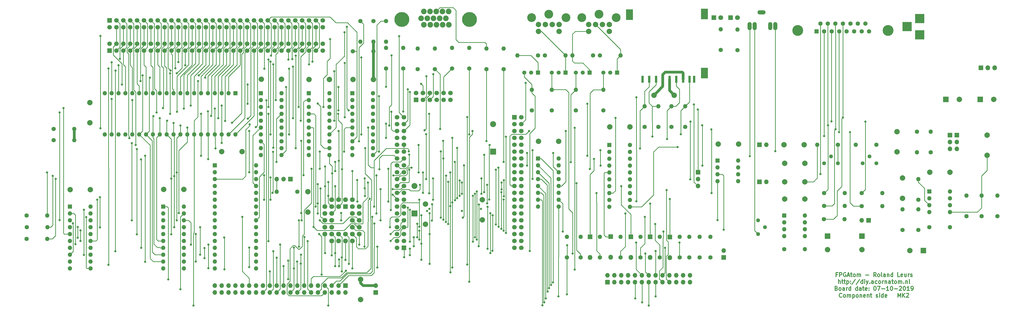
<source format=gbr>
G04 #@! TF.GenerationSoftware,KiCad,Pcbnew,(5.0.2-5)-5*
G04 #@! TF.CreationDate,2019-10-07T20:46:19+02:00*
G04 #@! TF.ProjectId,FPGAtom,46504741-746f-46d2-9e6b-696361645f70,1.3*
G04 #@! TF.SameCoordinates,Original*
G04 #@! TF.FileFunction,Copper,L1,Top*
G04 #@! TF.FilePolarity,Positive*
%FSLAX46Y46*%
G04 Gerber Fmt 4.6, Leading zero omitted, Abs format (unit mm)*
G04 Created by KiCad (PCBNEW (5.0.2-5)-5) date Monday, 07 October 2019 at 20:46:19*
%MOMM*%
%LPD*%
G01*
G04 APERTURE LIST*
G04 #@! TA.AperFunction,NonConductor*
%ADD10C,0.300000*%
G04 #@! TD*
G04 #@! TA.AperFunction,ComponentPad*
%ADD11C,1.600000*%
G04 #@! TD*
G04 #@! TA.AperFunction,ComponentPad*
%ADD12O,1.600000X1.600000*%
G04 #@! TD*
G04 #@! TA.AperFunction,ComponentPad*
%ADD13C,1.700000*%
G04 #@! TD*
G04 #@! TA.AperFunction,ComponentPad*
%ADD14R,1.700000X1.700000*%
G04 #@! TD*
G04 #@! TA.AperFunction,ComponentPad*
%ADD15R,1.600000X1.600000*%
G04 #@! TD*
G04 #@! TA.AperFunction,ComponentPad*
%ADD16C,1.520000*%
G04 #@! TD*
G04 #@! TA.AperFunction,ComponentPad*
%ADD17R,1.520000X1.520000*%
G04 #@! TD*
G04 #@! TA.AperFunction,ComponentPad*
%ADD18O,1.700000X1.700000*%
G04 #@! TD*
G04 #@! TA.AperFunction,ComponentPad*
%ADD19C,2.000000*%
G04 #@! TD*
G04 #@! TA.AperFunction,ComponentPad*
%ADD20C,1.800000*%
G04 #@! TD*
G04 #@! TA.AperFunction,ComponentPad*
%ADD21R,1.800000X1.800000*%
G04 #@! TD*
G04 #@! TA.AperFunction,ComponentPad*
%ADD22C,2.080000*%
G04 #@! TD*
G04 #@! TA.AperFunction,ComponentPad*
%ADD23C,5.500000*%
G04 #@! TD*
G04 #@! TA.AperFunction,ComponentPad*
%ADD24R,2.000000X2.000000*%
G04 #@! TD*
G04 #@! TA.AperFunction,ComponentPad*
%ADD25R,2.200000X2.200000*%
G04 #@! TD*
G04 #@! TA.AperFunction,ComponentPad*
%ADD26O,2.200000X2.200000*%
G04 #@! TD*
G04 #@! TA.AperFunction,ComponentPad*
%ADD27R,3.500000X3.500000*%
G04 #@! TD*
G04 #@! TA.AperFunction,ComponentPad*
%ADD28C,1.440000*%
G04 #@! TD*
G04 #@! TA.AperFunction,SMDPad,CuDef*
%ADD29R,2.649220X4.000500*%
G04 #@! TD*
G04 #@! TA.AperFunction,SMDPad,CuDef*
%ADD30R,2.640000X4.000000*%
G04 #@! TD*
G04 #@! TA.AperFunction,SMDPad,CuDef*
%ADD31R,0.899160X2.499360*%
G04 #@! TD*
G04 #@! TA.AperFunction,ComponentPad*
%ADD32O,3.000000X1.524000*%
G04 #@! TD*
G04 #@! TA.AperFunction,ComponentPad*
%ADD33O,1.524000X3.000000*%
G04 #@! TD*
G04 #@! TA.AperFunction,ComponentPad*
%ADD34C,3.250000*%
G04 #@! TD*
G04 #@! TA.AperFunction,ComponentPad*
%ADD35C,4.000000*%
G04 #@! TD*
G04 #@! TA.AperFunction,ComponentPad*
%ADD36O,1.800000X1.800000*%
G04 #@! TD*
G04 #@! TA.AperFunction,ViaPad*
%ADD37C,0.800000*%
G04 #@! TD*
G04 #@! TA.AperFunction,Conductor*
%ADD38C,0.250000*%
G04 #@! TD*
G04 #@! TA.AperFunction,Conductor*
%ADD39C,1.000000*%
G04 #@! TD*
G04 APERTURE END LIST*
D10*
X335333285Y-180090857D02*
X334833285Y-180090857D01*
X334833285Y-180876571D02*
X334833285Y-179376571D01*
X335547571Y-179376571D01*
X336119000Y-180876571D02*
X336119000Y-179376571D01*
X336690428Y-179376571D01*
X336833285Y-179448000D01*
X336904714Y-179519428D01*
X336976142Y-179662285D01*
X336976142Y-179876571D01*
X336904714Y-180019428D01*
X336833285Y-180090857D01*
X336690428Y-180162285D01*
X336119000Y-180162285D01*
X338404714Y-179448000D02*
X338261857Y-179376571D01*
X338047571Y-179376571D01*
X337833285Y-179448000D01*
X337690428Y-179590857D01*
X337619000Y-179733714D01*
X337547571Y-180019428D01*
X337547571Y-180233714D01*
X337619000Y-180519428D01*
X337690428Y-180662285D01*
X337833285Y-180805142D01*
X338047571Y-180876571D01*
X338190428Y-180876571D01*
X338404714Y-180805142D01*
X338476142Y-180733714D01*
X338476142Y-180233714D01*
X338190428Y-180233714D01*
X339047571Y-180448000D02*
X339761857Y-180448000D01*
X338904714Y-180876571D02*
X339404714Y-179376571D01*
X339904714Y-180876571D01*
X340190428Y-179876571D02*
X340761857Y-179876571D01*
X340404714Y-179376571D02*
X340404714Y-180662285D01*
X340476142Y-180805142D01*
X340619000Y-180876571D01*
X340761857Y-180876571D01*
X341476142Y-180876571D02*
X341333285Y-180805142D01*
X341261857Y-180733714D01*
X341190428Y-180590857D01*
X341190428Y-180162285D01*
X341261857Y-180019428D01*
X341333285Y-179948000D01*
X341476142Y-179876571D01*
X341690428Y-179876571D01*
X341833285Y-179948000D01*
X341904714Y-180019428D01*
X341976142Y-180162285D01*
X341976142Y-180590857D01*
X341904714Y-180733714D01*
X341833285Y-180805142D01*
X341690428Y-180876571D01*
X341476142Y-180876571D01*
X342619000Y-180876571D02*
X342619000Y-179876571D01*
X342619000Y-180019428D02*
X342690428Y-179948000D01*
X342833285Y-179876571D01*
X343047571Y-179876571D01*
X343190428Y-179948000D01*
X343261857Y-180090857D01*
X343261857Y-180876571D01*
X343261857Y-180090857D02*
X343333285Y-179948000D01*
X343476142Y-179876571D01*
X343690428Y-179876571D01*
X343833285Y-179948000D01*
X343904714Y-180090857D01*
X343904714Y-180876571D01*
X345761857Y-180305142D02*
X346904714Y-180305142D01*
X349619000Y-180876571D02*
X349119000Y-180162285D01*
X348761857Y-180876571D02*
X348761857Y-179376571D01*
X349333285Y-179376571D01*
X349476142Y-179448000D01*
X349547571Y-179519428D01*
X349619000Y-179662285D01*
X349619000Y-179876571D01*
X349547571Y-180019428D01*
X349476142Y-180090857D01*
X349333285Y-180162285D01*
X348761857Y-180162285D01*
X350476142Y-180876571D02*
X350333285Y-180805142D01*
X350261857Y-180733714D01*
X350190428Y-180590857D01*
X350190428Y-180162285D01*
X350261857Y-180019428D01*
X350333285Y-179948000D01*
X350476142Y-179876571D01*
X350690428Y-179876571D01*
X350833285Y-179948000D01*
X350904714Y-180019428D01*
X350976142Y-180162285D01*
X350976142Y-180590857D01*
X350904714Y-180733714D01*
X350833285Y-180805142D01*
X350690428Y-180876571D01*
X350476142Y-180876571D01*
X351833285Y-180876571D02*
X351690428Y-180805142D01*
X351619000Y-180662285D01*
X351619000Y-179376571D01*
X353047571Y-180876571D02*
X353047571Y-180090857D01*
X352976142Y-179948000D01*
X352833285Y-179876571D01*
X352547571Y-179876571D01*
X352404714Y-179948000D01*
X353047571Y-180805142D02*
X352904714Y-180876571D01*
X352547571Y-180876571D01*
X352404714Y-180805142D01*
X352333285Y-180662285D01*
X352333285Y-180519428D01*
X352404714Y-180376571D01*
X352547571Y-180305142D01*
X352904714Y-180305142D01*
X353047571Y-180233714D01*
X353761857Y-179876571D02*
X353761857Y-180876571D01*
X353761857Y-180019428D02*
X353833285Y-179948000D01*
X353976142Y-179876571D01*
X354190428Y-179876571D01*
X354333285Y-179948000D01*
X354404714Y-180090857D01*
X354404714Y-180876571D01*
X355761857Y-180876571D02*
X355761857Y-179376571D01*
X355761857Y-180805142D02*
X355619000Y-180876571D01*
X355333285Y-180876571D01*
X355190428Y-180805142D01*
X355119000Y-180733714D01*
X355047571Y-180590857D01*
X355047571Y-180162285D01*
X355119000Y-180019428D01*
X355190428Y-179948000D01*
X355333285Y-179876571D01*
X355619000Y-179876571D01*
X355761857Y-179948000D01*
X358333285Y-180876571D02*
X357619000Y-180876571D01*
X357619000Y-179376571D01*
X359404714Y-180805142D02*
X359261857Y-180876571D01*
X358976142Y-180876571D01*
X358833285Y-180805142D01*
X358761857Y-180662285D01*
X358761857Y-180090857D01*
X358833285Y-179948000D01*
X358976142Y-179876571D01*
X359261857Y-179876571D01*
X359404714Y-179948000D01*
X359476142Y-180090857D01*
X359476142Y-180233714D01*
X358761857Y-180376571D01*
X360761857Y-179876571D02*
X360761857Y-180876571D01*
X360119000Y-179876571D02*
X360119000Y-180662285D01*
X360190428Y-180805142D01*
X360333285Y-180876571D01*
X360547571Y-180876571D01*
X360690428Y-180805142D01*
X360761857Y-180733714D01*
X361476142Y-180876571D02*
X361476142Y-179876571D01*
X361476142Y-180162285D02*
X361547571Y-180019428D01*
X361619000Y-179948000D01*
X361761857Y-179876571D01*
X361904714Y-179876571D01*
X362333285Y-180805142D02*
X362476142Y-180876571D01*
X362761857Y-180876571D01*
X362904714Y-180805142D01*
X362976142Y-180662285D01*
X362976142Y-180590857D01*
X362904714Y-180448000D01*
X362761857Y-180376571D01*
X362547571Y-180376571D01*
X362404714Y-180305142D01*
X362333285Y-180162285D01*
X362333285Y-180090857D01*
X362404714Y-179948000D01*
X362547571Y-179876571D01*
X362761857Y-179876571D01*
X362904714Y-179948000D01*
X335761857Y-183426571D02*
X335761857Y-181926571D01*
X336404714Y-183426571D02*
X336404714Y-182640857D01*
X336333285Y-182498000D01*
X336190428Y-182426571D01*
X335976142Y-182426571D01*
X335833285Y-182498000D01*
X335761857Y-182569428D01*
X336904714Y-182426571D02*
X337476142Y-182426571D01*
X337119000Y-181926571D02*
X337119000Y-183212285D01*
X337190428Y-183355142D01*
X337333285Y-183426571D01*
X337476142Y-183426571D01*
X337761857Y-182426571D02*
X338333285Y-182426571D01*
X337976142Y-181926571D02*
X337976142Y-183212285D01*
X338047571Y-183355142D01*
X338190428Y-183426571D01*
X338333285Y-183426571D01*
X338833285Y-182426571D02*
X338833285Y-183926571D01*
X338833285Y-182498000D02*
X338976142Y-182426571D01*
X339261857Y-182426571D01*
X339404714Y-182498000D01*
X339476142Y-182569428D01*
X339547571Y-182712285D01*
X339547571Y-183140857D01*
X339476142Y-183283714D01*
X339404714Y-183355142D01*
X339261857Y-183426571D01*
X338976142Y-183426571D01*
X338833285Y-183355142D01*
X340190428Y-183283714D02*
X340261857Y-183355142D01*
X340190428Y-183426571D01*
X340119000Y-183355142D01*
X340190428Y-183283714D01*
X340190428Y-183426571D01*
X340190428Y-182498000D02*
X340261857Y-182569428D01*
X340190428Y-182640857D01*
X340119000Y-182569428D01*
X340190428Y-182498000D01*
X340190428Y-182640857D01*
X341976142Y-181855142D02*
X340690428Y-183783714D01*
X343547571Y-181855142D02*
X342261857Y-183783714D01*
X344690428Y-183426571D02*
X344690428Y-181926571D01*
X344690428Y-183355142D02*
X344547571Y-183426571D01*
X344261857Y-183426571D01*
X344119000Y-183355142D01*
X344047571Y-183283714D01*
X343976142Y-183140857D01*
X343976142Y-182712285D01*
X344047571Y-182569428D01*
X344119000Y-182498000D01*
X344261857Y-182426571D01*
X344547571Y-182426571D01*
X344690428Y-182498000D01*
X345404714Y-183426571D02*
X345404714Y-182426571D01*
X345404714Y-181926571D02*
X345333285Y-181998000D01*
X345404714Y-182069428D01*
X345476142Y-181998000D01*
X345404714Y-181926571D01*
X345404714Y-182069428D01*
X345976142Y-182426571D02*
X346333285Y-183426571D01*
X346690428Y-182426571D02*
X346333285Y-183426571D01*
X346190428Y-183783714D01*
X346119000Y-183855142D01*
X345976142Y-183926571D01*
X347261857Y-183283714D02*
X347333285Y-183355142D01*
X347261857Y-183426571D01*
X347190428Y-183355142D01*
X347261857Y-183283714D01*
X347261857Y-183426571D01*
X348619000Y-183426571D02*
X348619000Y-182640857D01*
X348547571Y-182498000D01*
X348404714Y-182426571D01*
X348119000Y-182426571D01*
X347976142Y-182498000D01*
X348619000Y-183355142D02*
X348476142Y-183426571D01*
X348119000Y-183426571D01*
X347976142Y-183355142D01*
X347904714Y-183212285D01*
X347904714Y-183069428D01*
X347976142Y-182926571D01*
X348119000Y-182855142D01*
X348476142Y-182855142D01*
X348619000Y-182783714D01*
X349976142Y-183355142D02*
X349833285Y-183426571D01*
X349547571Y-183426571D01*
X349404714Y-183355142D01*
X349333285Y-183283714D01*
X349261857Y-183140857D01*
X349261857Y-182712285D01*
X349333285Y-182569428D01*
X349404714Y-182498000D01*
X349547571Y-182426571D01*
X349833285Y-182426571D01*
X349976142Y-182498000D01*
X350833285Y-183426571D02*
X350690428Y-183355142D01*
X350619000Y-183283714D01*
X350547571Y-183140857D01*
X350547571Y-182712285D01*
X350619000Y-182569428D01*
X350690428Y-182498000D01*
X350833285Y-182426571D01*
X351047571Y-182426571D01*
X351190428Y-182498000D01*
X351261857Y-182569428D01*
X351333285Y-182712285D01*
X351333285Y-183140857D01*
X351261857Y-183283714D01*
X351190428Y-183355142D01*
X351047571Y-183426571D01*
X350833285Y-183426571D01*
X351976142Y-183426571D02*
X351976142Y-182426571D01*
X351976142Y-182712285D02*
X352047571Y-182569428D01*
X352119000Y-182498000D01*
X352261857Y-182426571D01*
X352404714Y-182426571D01*
X352904714Y-182426571D02*
X352904714Y-183426571D01*
X352904714Y-182569428D02*
X352976142Y-182498000D01*
X353119000Y-182426571D01*
X353333285Y-182426571D01*
X353476142Y-182498000D01*
X353547571Y-182640857D01*
X353547571Y-183426571D01*
X354904714Y-183426571D02*
X354904714Y-182640857D01*
X354833285Y-182498000D01*
X354690428Y-182426571D01*
X354404714Y-182426571D01*
X354261857Y-182498000D01*
X354904714Y-183355142D02*
X354761857Y-183426571D01*
X354404714Y-183426571D01*
X354261857Y-183355142D01*
X354190428Y-183212285D01*
X354190428Y-183069428D01*
X354261857Y-182926571D01*
X354404714Y-182855142D01*
X354761857Y-182855142D01*
X354904714Y-182783714D01*
X355404714Y-182426571D02*
X355976142Y-182426571D01*
X355619000Y-181926571D02*
X355619000Y-183212285D01*
X355690428Y-183355142D01*
X355833285Y-183426571D01*
X355976142Y-183426571D01*
X356690428Y-183426571D02*
X356547571Y-183355142D01*
X356476142Y-183283714D01*
X356404714Y-183140857D01*
X356404714Y-182712285D01*
X356476142Y-182569428D01*
X356547571Y-182498000D01*
X356690428Y-182426571D01*
X356904714Y-182426571D01*
X357047571Y-182498000D01*
X357119000Y-182569428D01*
X357190428Y-182712285D01*
X357190428Y-183140857D01*
X357119000Y-183283714D01*
X357047571Y-183355142D01*
X356904714Y-183426571D01*
X356690428Y-183426571D01*
X357833285Y-183426571D02*
X357833285Y-182426571D01*
X357833285Y-182569428D02*
X357904714Y-182498000D01*
X358047571Y-182426571D01*
X358261857Y-182426571D01*
X358404714Y-182498000D01*
X358476142Y-182640857D01*
X358476142Y-183426571D01*
X358476142Y-182640857D02*
X358547571Y-182498000D01*
X358690428Y-182426571D01*
X358904714Y-182426571D01*
X359047571Y-182498000D01*
X359119000Y-182640857D01*
X359119000Y-183426571D01*
X359833285Y-183283714D02*
X359904714Y-183355142D01*
X359833285Y-183426571D01*
X359761857Y-183355142D01*
X359833285Y-183283714D01*
X359833285Y-183426571D01*
X360547571Y-182426571D02*
X360547571Y-183426571D01*
X360547571Y-182569428D02*
X360619000Y-182498000D01*
X360761857Y-182426571D01*
X360976142Y-182426571D01*
X361119000Y-182498000D01*
X361190428Y-182640857D01*
X361190428Y-183426571D01*
X362119000Y-183426571D02*
X361976142Y-183355142D01*
X361904714Y-183212285D01*
X361904714Y-181926571D01*
X334976142Y-185190857D02*
X335190428Y-185262285D01*
X335261857Y-185333714D01*
X335333285Y-185476571D01*
X335333285Y-185690857D01*
X335261857Y-185833714D01*
X335190428Y-185905142D01*
X335047571Y-185976571D01*
X334476142Y-185976571D01*
X334476142Y-184476571D01*
X334976142Y-184476571D01*
X335119000Y-184548000D01*
X335190428Y-184619428D01*
X335261857Y-184762285D01*
X335261857Y-184905142D01*
X335190428Y-185048000D01*
X335119000Y-185119428D01*
X334976142Y-185190857D01*
X334476142Y-185190857D01*
X336190428Y-185976571D02*
X336047571Y-185905142D01*
X335976142Y-185833714D01*
X335904714Y-185690857D01*
X335904714Y-185262285D01*
X335976142Y-185119428D01*
X336047571Y-185048000D01*
X336190428Y-184976571D01*
X336404714Y-184976571D01*
X336547571Y-185048000D01*
X336619000Y-185119428D01*
X336690428Y-185262285D01*
X336690428Y-185690857D01*
X336619000Y-185833714D01*
X336547571Y-185905142D01*
X336404714Y-185976571D01*
X336190428Y-185976571D01*
X337976142Y-185976571D02*
X337976142Y-185190857D01*
X337904714Y-185048000D01*
X337761857Y-184976571D01*
X337476142Y-184976571D01*
X337333285Y-185048000D01*
X337976142Y-185905142D02*
X337833285Y-185976571D01*
X337476142Y-185976571D01*
X337333285Y-185905142D01*
X337261857Y-185762285D01*
X337261857Y-185619428D01*
X337333285Y-185476571D01*
X337476142Y-185405142D01*
X337833285Y-185405142D01*
X337976142Y-185333714D01*
X338690428Y-185976571D02*
X338690428Y-184976571D01*
X338690428Y-185262285D02*
X338761857Y-185119428D01*
X338833285Y-185048000D01*
X338976142Y-184976571D01*
X339119000Y-184976571D01*
X340261857Y-185976571D02*
X340261857Y-184476571D01*
X340261857Y-185905142D02*
X340119000Y-185976571D01*
X339833285Y-185976571D01*
X339690428Y-185905142D01*
X339619000Y-185833714D01*
X339547571Y-185690857D01*
X339547571Y-185262285D01*
X339619000Y-185119428D01*
X339690428Y-185048000D01*
X339833285Y-184976571D01*
X340119000Y-184976571D01*
X340261857Y-185048000D01*
X342761857Y-185976571D02*
X342761857Y-184476571D01*
X342761857Y-185905142D02*
X342619000Y-185976571D01*
X342333285Y-185976571D01*
X342190428Y-185905142D01*
X342119000Y-185833714D01*
X342047571Y-185690857D01*
X342047571Y-185262285D01*
X342119000Y-185119428D01*
X342190428Y-185048000D01*
X342333285Y-184976571D01*
X342619000Y-184976571D01*
X342761857Y-185048000D01*
X344119000Y-185976571D02*
X344119000Y-185190857D01*
X344047571Y-185048000D01*
X343904714Y-184976571D01*
X343619000Y-184976571D01*
X343476142Y-185048000D01*
X344119000Y-185905142D02*
X343976142Y-185976571D01*
X343619000Y-185976571D01*
X343476142Y-185905142D01*
X343404714Y-185762285D01*
X343404714Y-185619428D01*
X343476142Y-185476571D01*
X343619000Y-185405142D01*
X343976142Y-185405142D01*
X344119000Y-185333714D01*
X344619000Y-184976571D02*
X345190428Y-184976571D01*
X344833285Y-184476571D02*
X344833285Y-185762285D01*
X344904714Y-185905142D01*
X345047571Y-185976571D01*
X345190428Y-185976571D01*
X346261857Y-185905142D02*
X346119000Y-185976571D01*
X345833285Y-185976571D01*
X345690428Y-185905142D01*
X345619000Y-185762285D01*
X345619000Y-185190857D01*
X345690428Y-185048000D01*
X345833285Y-184976571D01*
X346119000Y-184976571D01*
X346261857Y-185048000D01*
X346333285Y-185190857D01*
X346333285Y-185333714D01*
X345619000Y-185476571D01*
X346976142Y-185833714D02*
X347047571Y-185905142D01*
X346976142Y-185976571D01*
X346904714Y-185905142D01*
X346976142Y-185833714D01*
X346976142Y-185976571D01*
X346976142Y-185048000D02*
X347047571Y-185119428D01*
X346976142Y-185190857D01*
X346904714Y-185119428D01*
X346976142Y-185048000D01*
X346976142Y-185190857D01*
X349119000Y-184476571D02*
X349261857Y-184476571D01*
X349404714Y-184548000D01*
X349476142Y-184619428D01*
X349547571Y-184762285D01*
X349619000Y-185048000D01*
X349619000Y-185405142D01*
X349547571Y-185690857D01*
X349476142Y-185833714D01*
X349404714Y-185905142D01*
X349261857Y-185976571D01*
X349119000Y-185976571D01*
X348976142Y-185905142D01*
X348904714Y-185833714D01*
X348833285Y-185690857D01*
X348761857Y-185405142D01*
X348761857Y-185048000D01*
X348833285Y-184762285D01*
X348904714Y-184619428D01*
X348976142Y-184548000D01*
X349119000Y-184476571D01*
X350119000Y-184476571D02*
X351119000Y-184476571D01*
X350476142Y-185976571D01*
X351690428Y-185405142D02*
X352833285Y-185405142D01*
X354333285Y-185976571D02*
X353476142Y-185976571D01*
X353904714Y-185976571D02*
X353904714Y-184476571D01*
X353761857Y-184690857D01*
X353619000Y-184833714D01*
X353476142Y-184905142D01*
X355261857Y-184476571D02*
X355404714Y-184476571D01*
X355547571Y-184548000D01*
X355619000Y-184619428D01*
X355690428Y-184762285D01*
X355761857Y-185048000D01*
X355761857Y-185405142D01*
X355690428Y-185690857D01*
X355619000Y-185833714D01*
X355547571Y-185905142D01*
X355404714Y-185976571D01*
X355261857Y-185976571D01*
X355119000Y-185905142D01*
X355047571Y-185833714D01*
X354976142Y-185690857D01*
X354904714Y-185405142D01*
X354904714Y-185048000D01*
X354976142Y-184762285D01*
X355047571Y-184619428D01*
X355119000Y-184548000D01*
X355261857Y-184476571D01*
X356404714Y-185405142D02*
X357547571Y-185405142D01*
X358190428Y-184619428D02*
X358261857Y-184548000D01*
X358404714Y-184476571D01*
X358761857Y-184476571D01*
X358904714Y-184548000D01*
X358976142Y-184619428D01*
X359047571Y-184762285D01*
X359047571Y-184905142D01*
X358976142Y-185119428D01*
X358119000Y-185976571D01*
X359047571Y-185976571D01*
X359976142Y-184476571D02*
X360119000Y-184476571D01*
X360261857Y-184548000D01*
X360333285Y-184619428D01*
X360404714Y-184762285D01*
X360476142Y-185048000D01*
X360476142Y-185405142D01*
X360404714Y-185690857D01*
X360333285Y-185833714D01*
X360261857Y-185905142D01*
X360119000Y-185976571D01*
X359976142Y-185976571D01*
X359833285Y-185905142D01*
X359761857Y-185833714D01*
X359690428Y-185690857D01*
X359619000Y-185405142D01*
X359619000Y-185048000D01*
X359690428Y-184762285D01*
X359761857Y-184619428D01*
X359833285Y-184548000D01*
X359976142Y-184476571D01*
X361904714Y-185976571D02*
X361047571Y-185976571D01*
X361476142Y-185976571D02*
X361476142Y-184476571D01*
X361333285Y-184690857D01*
X361190428Y-184833714D01*
X361047571Y-184905142D01*
X362619000Y-185976571D02*
X362904714Y-185976571D01*
X363047571Y-185905142D01*
X363119000Y-185833714D01*
X363261857Y-185619428D01*
X363333285Y-185333714D01*
X363333285Y-184762285D01*
X363261857Y-184619428D01*
X363190428Y-184548000D01*
X363047571Y-184476571D01*
X362761857Y-184476571D01*
X362619000Y-184548000D01*
X362547571Y-184619428D01*
X362476142Y-184762285D01*
X362476142Y-185119428D01*
X362547571Y-185262285D01*
X362619000Y-185333714D01*
X362761857Y-185405142D01*
X363047571Y-185405142D01*
X363190428Y-185333714D01*
X363261857Y-185262285D01*
X363333285Y-185119428D01*
X336976142Y-188383714D02*
X336904714Y-188455142D01*
X336690428Y-188526571D01*
X336547571Y-188526571D01*
X336333285Y-188455142D01*
X336190428Y-188312285D01*
X336119000Y-188169428D01*
X336047571Y-187883714D01*
X336047571Y-187669428D01*
X336119000Y-187383714D01*
X336190428Y-187240857D01*
X336333285Y-187098000D01*
X336547571Y-187026571D01*
X336690428Y-187026571D01*
X336904714Y-187098000D01*
X336976142Y-187169428D01*
X337833285Y-188526571D02*
X337690428Y-188455142D01*
X337619000Y-188383714D01*
X337547571Y-188240857D01*
X337547571Y-187812285D01*
X337619000Y-187669428D01*
X337690428Y-187598000D01*
X337833285Y-187526571D01*
X338047571Y-187526571D01*
X338190428Y-187598000D01*
X338261857Y-187669428D01*
X338333285Y-187812285D01*
X338333285Y-188240857D01*
X338261857Y-188383714D01*
X338190428Y-188455142D01*
X338047571Y-188526571D01*
X337833285Y-188526571D01*
X338976142Y-188526571D02*
X338976142Y-187526571D01*
X338976142Y-187669428D02*
X339047571Y-187598000D01*
X339190428Y-187526571D01*
X339404714Y-187526571D01*
X339547571Y-187598000D01*
X339619000Y-187740857D01*
X339619000Y-188526571D01*
X339619000Y-187740857D02*
X339690428Y-187598000D01*
X339833285Y-187526571D01*
X340047571Y-187526571D01*
X340190428Y-187598000D01*
X340261857Y-187740857D01*
X340261857Y-188526571D01*
X340976142Y-187526571D02*
X340976142Y-189026571D01*
X340976142Y-187598000D02*
X341119000Y-187526571D01*
X341404714Y-187526571D01*
X341547571Y-187598000D01*
X341619000Y-187669428D01*
X341690428Y-187812285D01*
X341690428Y-188240857D01*
X341619000Y-188383714D01*
X341547571Y-188455142D01*
X341404714Y-188526571D01*
X341119000Y-188526571D01*
X340976142Y-188455142D01*
X342547571Y-188526571D02*
X342404714Y-188455142D01*
X342333285Y-188383714D01*
X342261857Y-188240857D01*
X342261857Y-187812285D01*
X342333285Y-187669428D01*
X342404714Y-187598000D01*
X342547571Y-187526571D01*
X342761857Y-187526571D01*
X342904714Y-187598000D01*
X342976142Y-187669428D01*
X343047571Y-187812285D01*
X343047571Y-188240857D01*
X342976142Y-188383714D01*
X342904714Y-188455142D01*
X342761857Y-188526571D01*
X342547571Y-188526571D01*
X343690428Y-187526571D02*
X343690428Y-188526571D01*
X343690428Y-187669428D02*
X343761857Y-187598000D01*
X343904714Y-187526571D01*
X344119000Y-187526571D01*
X344261857Y-187598000D01*
X344333285Y-187740857D01*
X344333285Y-188526571D01*
X345619000Y-188455142D02*
X345476142Y-188526571D01*
X345190428Y-188526571D01*
X345047571Y-188455142D01*
X344976142Y-188312285D01*
X344976142Y-187740857D01*
X345047571Y-187598000D01*
X345190428Y-187526571D01*
X345476142Y-187526571D01*
X345619000Y-187598000D01*
X345690428Y-187740857D01*
X345690428Y-187883714D01*
X344976142Y-188026571D01*
X346333285Y-187526571D02*
X346333285Y-188526571D01*
X346333285Y-187669428D02*
X346404714Y-187598000D01*
X346547571Y-187526571D01*
X346761857Y-187526571D01*
X346904714Y-187598000D01*
X346976142Y-187740857D01*
X346976142Y-188526571D01*
X347476142Y-187526571D02*
X348047571Y-187526571D01*
X347690428Y-187026571D02*
X347690428Y-188312285D01*
X347761857Y-188455142D01*
X347904714Y-188526571D01*
X348047571Y-188526571D01*
X349619000Y-188455142D02*
X349761857Y-188526571D01*
X350047571Y-188526571D01*
X350190428Y-188455142D01*
X350261857Y-188312285D01*
X350261857Y-188240857D01*
X350190428Y-188098000D01*
X350047571Y-188026571D01*
X349833285Y-188026571D01*
X349690428Y-187955142D01*
X349619000Y-187812285D01*
X349619000Y-187740857D01*
X349690428Y-187598000D01*
X349833285Y-187526571D01*
X350047571Y-187526571D01*
X350190428Y-187598000D01*
X350904714Y-188526571D02*
X350904714Y-187526571D01*
X350904714Y-187026571D02*
X350833285Y-187098000D01*
X350904714Y-187169428D01*
X350976142Y-187098000D01*
X350904714Y-187026571D01*
X350904714Y-187169428D01*
X352261857Y-188526571D02*
X352261857Y-187026571D01*
X352261857Y-188455142D02*
X352119000Y-188526571D01*
X351833285Y-188526571D01*
X351690428Y-188455142D01*
X351619000Y-188383714D01*
X351547571Y-188240857D01*
X351547571Y-187812285D01*
X351619000Y-187669428D01*
X351690428Y-187598000D01*
X351833285Y-187526571D01*
X352119000Y-187526571D01*
X352261857Y-187598000D01*
X353547571Y-188455142D02*
X353404714Y-188526571D01*
X353119000Y-188526571D01*
X352976142Y-188455142D01*
X352904714Y-188312285D01*
X352904714Y-187740857D01*
X352976142Y-187598000D01*
X353119000Y-187526571D01*
X353404714Y-187526571D01*
X353547571Y-187598000D01*
X353619000Y-187740857D01*
X353619000Y-187883714D01*
X352904714Y-188026571D01*
X357690428Y-188526571D02*
X357690428Y-187026571D01*
X358190428Y-188098000D01*
X358690428Y-187026571D01*
X358690428Y-188526571D01*
X359404714Y-188526571D02*
X359404714Y-187026571D01*
X360261857Y-188526571D02*
X359619000Y-187669428D01*
X360261857Y-187026571D02*
X359404714Y-187883714D01*
X360833285Y-187169428D02*
X360904714Y-187098000D01*
X361047571Y-187026571D01*
X361404714Y-187026571D01*
X361547571Y-187098000D01*
X361619000Y-187169428D01*
X361690428Y-187312285D01*
X361690428Y-187455142D01*
X361619000Y-187669428D01*
X360761857Y-188526571D01*
X361690428Y-188526571D01*
D11*
G04 #@! TO.P,R51,1*
G04 #@! TO.N,GNDD*
X369316000Y-162560000D03*
D12*
G04 #@! TO.P,R51,2*
G04 #@! TO.N,Net-(C27-Pad1)*
X376936000Y-162560000D03*
G04 #@! TD*
D11*
G04 #@! TO.P,R30,1*
G04 #@! TO.N,Net-(D7-Pad2)*
X269748000Y-173736000D03*
D12*
G04 #@! TO.P,R30,2*
G04 #@! TO.N,+3V3*
X269748000Y-166116000D03*
G04 #@! TD*
D13*
G04 #@! TO.P,U11,92*
G04 #@! TO.N,/RDY*
X179730000Y-112990000D03*
G04 #@! TO.P,U11,91*
G04 #@! TO.N,/SYNC*
X182270000Y-112990000D03*
G04 #@! TO.P,U11,90*
G04 #@! TO.N,/SO*
X184810000Y-112990000D03*
G04 #@! TO.P,U11,89*
G04 #@! TO.N,Net-(R17-Pad1)*
X187350000Y-112990000D03*
G04 #@! TO.P,U11,88*
G04 #@! TO.N,Net-(R24-Pad1)*
X189890000Y-112990000D03*
G04 #@! TO.P,U11,87*
G04 #@! TO.N,GNDD*
X192430000Y-112990000D03*
G04 #@! TO.P,U11,86*
G04 #@! TO.N,N/C*
X192430000Y-115530000D03*
G04 #@! TO.P,U11,85*
G04 #@! TO.N,Net-(U11-Pad85)*
X189890000Y-115530000D03*
G04 #@! TO.P,U11,84*
G04 #@! TO.N,/CAS_out*
X187350000Y-115530000D03*
G04 #@! TO.P,U11,83*
G04 #@! TO.N,Net-(R11-Pad1)*
X184810000Y-115530000D03*
G04 #@! TO.P,U11,82*
G04 #@! TO.N,Net-(R10-Pad1)*
X182270000Y-115530000D03*
D14*
G04 #@! TO.P,U11,81*
G04 #@! TO.N,Net-(C23-Pad2)*
X179730000Y-115530000D03*
D13*
G04 #@! TO.P,U11,80*
G04 #@! TO.N,Net-(R14-Pad1)*
X218550000Y-121930000D03*
G04 #@! TO.P,U11,79*
G04 #@! TO.N,Net-(R19-Pad1)*
X218550000Y-124470000D03*
G04 #@! TO.P,U11,78*
G04 #@! TO.N,Net-(R20-Pad1)*
X218550000Y-127010000D03*
G04 #@! TO.P,U11,77*
G04 #@! TO.N,Net-(R22-Pad1)*
X218550000Y-129550000D03*
G04 #@! TO.P,U11,76*
G04 #@! TO.N,Net-(R25-Pad1)*
X218550000Y-132090000D03*
G04 #@! TO.P,U11,75*
G04 #@! TO.N,GNDD*
X218550000Y-134630000D03*
G04 #@! TO.P,U11,74*
G04 #@! TO.N,Net-(R12-Pad1)*
X218550000Y-137170000D03*
G04 #@! TO.P,U11,72*
G04 #@! TO.N,Net-(Q1-Pad3)*
X218550000Y-139710000D03*
G04 #@! TO.P,U11,73*
G04 #@! TO.N,Net-(Q3-Pad3)*
X218550000Y-142250000D03*
G04 #@! TO.P,U11,71*
G04 #@! TO.N,Net-(U11-Pad71)*
X218550000Y-144790000D03*
G04 #@! TO.P,U11,70*
G04 #@! TO.N,Net-(U11-Pad70)*
X218550000Y-147330000D03*
G04 #@! TO.P,U11,69*
G04 #@! TO.N,/A18*
X218550000Y-149870000D03*
G04 #@! TO.P,U11,68*
G04 #@! TO.N,/A17*
X218550000Y-152410000D03*
G04 #@! TO.P,U11,67*
G04 #@! TO.N,Net-(U11-Pad67)*
X218550000Y-154950000D03*
G04 #@! TO.P,U11,66*
G04 #@! TO.N,GNDD*
X218550000Y-157490000D03*
G04 #@! TO.P,U11,65*
G04 #@! TO.N,Net-(U11-Pad65)*
X218550000Y-160030000D03*
G04 #@! TO.P,U11,64*
G04 #@! TO.N,Net-(U11-Pad64)*
X218550000Y-162570000D03*
G04 #@! TO.P,U11,63*
G04 #@! TO.N,Net-(U11-Pad63)*
X218550000Y-165110000D03*
G04 #@! TO.P,U11,62*
G04 #@! TO.N,/RST*
X218550000Y-167650000D03*
G04 #@! TO.P,U11,61*
G04 #@! TO.N,Net-(J14-Pad18)*
X218550000Y-170190000D03*
G04 #@! TO.P,U11,60*
G04 #@! TO.N,Net-(J14-Pad16)*
X216010000Y-170190000D03*
G04 #@! TO.P,U11,59*
G04 #@! TO.N,Net-(J14-Pad14)*
X216010000Y-167650000D03*
G04 #@! TO.P,U11,58*
G04 #@! TO.N,Net-(J14-Pad12)*
X216010000Y-165110000D03*
G04 #@! TO.P,U11,57*
G04 #@! TO.N,Net-(D7-Pad2)*
X216010000Y-162570000D03*
G04 #@! TO.P,U11,56*
G04 #@! TO.N,Net-(D5-Pad2)*
X216010000Y-160030000D03*
G04 #@! TO.P,U11,55*
G04 #@! TO.N,N/C*
X216010000Y-157490000D03*
G04 #@! TO.P,U11,54*
G04 #@! TO.N,Net-(D8-Pad2)*
X216010000Y-154950000D03*
G04 #@! TO.P,U11,53*
G04 #@! TO.N,Net-(D6-Pad2)*
X216010000Y-152410000D03*
G04 #@! TO.P,U11,52*
G04 #@! TO.N,Net-(D9-Pad2)*
X216010000Y-149870000D03*
G04 #@! TO.P,U11,51*
G04 #@! TO.N,Net-(U11-Pad51)*
X216010000Y-147330000D03*
G04 #@! TO.P,U11,50*
G04 #@! TO.N,Net-(U11-Pad50)*
X216010000Y-144790000D03*
G04 #@! TO.P,U11,49*
G04 #@! TO.N,Net-(U11-Pad49)*
X216010000Y-142250000D03*
G04 #@! TO.P,U11,48*
G04 #@! TO.N,Net-(U11-Pad48)*
X216010000Y-139710000D03*
G04 #@! TO.P,U11,47*
G04 #@! TO.N,Net-(J9-Pad1)*
X216010000Y-137170000D03*
G04 #@! TO.P,U11,46*
G04 #@! TO.N,Net-(D3-Pad1)*
X216010000Y-134630000D03*
G04 #@! TO.P,U11,45*
G04 #@! TO.N,Net-(J9-Pad5)*
X216010000Y-132090000D03*
G04 #@! TO.P,U11,44*
G04 #@! TO.N,Net-(J9-Pad2)*
X216010000Y-129550000D03*
G04 #@! TO.P,U11,43*
G04 #@! TO.N,Net-(J9-Pad7)*
X216010000Y-127010000D03*
G04 #@! TO.P,U11,42*
G04 #@! TO.N,/CS_TUBE*
X216010000Y-124470000D03*
D14*
G04 #@! TO.P,U11,41*
G04 #@! TO.N,/BUF_DIR*
X216010000Y-121930000D03*
D13*
G04 #@! TO.P,U11,40*
G04 #@! TO.N,/D2*
X172720000Y-170180000D03*
G04 #@! TO.P,U11,39*
G04 #@! TO.N,/D1*
X172720000Y-167640000D03*
G04 #@! TO.P,U11,38*
G04 #@! TO.N,/D0*
X172720000Y-165100000D03*
G04 #@! TO.P,U11,37*
G04 #@! TO.N,/A0*
X172720000Y-162560000D03*
G04 #@! TO.P,U11,36*
G04 #@! TO.N,/A1*
X172720000Y-160020000D03*
G04 #@! TO.P,U11,35*
G04 #@! TO.N,GNDD*
X172720000Y-157480000D03*
G04 #@! TO.P,U11,34*
G04 #@! TO.N,/A2*
X172720000Y-154940000D03*
G04 #@! TO.P,U11,33*
G04 #@! TO.N,/A3*
X172720000Y-152400000D03*
G04 #@! TO.P,U11,32*
G04 #@! TO.N,/A4*
X172720000Y-149860000D03*
G04 #@! TO.P,U11,31*
G04 #@! TO.N,/A5*
X172720000Y-147320000D03*
G04 #@! TO.P,U11,30*
G04 #@! TO.N,/A6*
X172720000Y-144780000D03*
G04 #@! TO.P,U11,28*
G04 #@! TO.N,/A12*
X172720000Y-142240000D03*
G04 #@! TO.P,U11,29*
G04 #@! TO.N,/A7*
X172720000Y-139700000D03*
G04 #@! TO.P,U11,27*
G04 #@! TO.N,/A15*
X172720000Y-137160000D03*
G04 #@! TO.P,U11,26*
G04 #@! TO.N,GNDD*
X172720000Y-134620000D03*
G04 #@! TO.P,U11,25*
G04 #@! TO.N,/A16*
X172720000Y-132080000D03*
G04 #@! TO.P,U11,24*
G04 #@! TO.N,/IRQ*
X172720000Y-129540000D03*
G04 #@! TO.P,U11,23*
G04 #@! TO.N,/NMI*
X172720000Y-127000000D03*
G04 #@! TO.P,U11,22*
G04 #@! TO.N,/CS_BUF*
X172720000Y-124460000D03*
G04 #@! TO.P,U11,21*
G04 #@! TO.N,/BLK_B*
X172720000Y-121920000D03*
G04 #@! TO.P,U11,20*
G04 #@! TO.N,/CS_VIA*
X175260000Y-121920000D03*
G04 #@! TO.P,U11,19*
G04 #@! TO.N,/RW*
X175260000Y-124460000D03*
G04 #@! TO.P,U11,18*
G04 #@! TO.N,/PHI2*
X175260000Y-127000000D03*
G04 #@! TO.P,U11,17*
G04 #@! TO.N,/NRDS*
X175260000Y-129540000D03*
G04 #@! TO.P,U11,14*
G04 #@! TO.N,/A14*
X175260000Y-132080000D03*
G04 #@! TO.P,U11,15*
G04 #@! TO.N,N/C*
X175260000Y-134620000D03*
G04 #@! TO.P,U11,13*
G04 #@! TO.N,/A13*
X175260000Y-137160000D03*
G04 #@! TO.P,U11,16*
G04 #@! TO.N,/NWDS*
X175260000Y-139700000D03*
G04 #@! TO.P,U11,12*
G04 #@! TO.N,/A8*
X175260000Y-142240000D03*
G04 #@! TO.P,U11,11*
G04 #@! TO.N,/A9*
X175260000Y-144780000D03*
G04 #@! TO.P,U11,10*
G04 #@! TO.N,/A11*
X175260000Y-147320000D03*
G04 #@! TO.P,U11,9*
G04 #@! TO.N,/CS_RAM*
X175260000Y-149860000D03*
G04 #@! TO.P,U11,8*
G04 #@! TO.N,/A10*
X175260000Y-152400000D03*
G04 #@! TO.P,U11,7*
G04 #@! TO.N,/CS_ROM*
X175260000Y-154940000D03*
G04 #@! TO.P,U11,6*
G04 #@! TO.N,Net-(D4-Pad1)*
X175260000Y-157480000D03*
G04 #@! TO.P,U11,5*
G04 #@! TO.N,/D7*
X175260000Y-160020000D03*
G04 #@! TO.P,U11,4*
G04 #@! TO.N,/D6*
X175260000Y-162560000D03*
G04 #@! TO.P,U11,3*
G04 #@! TO.N,/D5*
X175260000Y-165100000D03*
G04 #@! TO.P,U11,2*
G04 #@! TO.N,/D4*
X175260000Y-167640000D03*
D14*
G04 #@! TO.P,U11,1*
G04 #@! TO.N,/D3*
X175260000Y-170180000D03*
G04 #@! TD*
D15*
G04 #@! TO.P,U15,1*
G04 #@! TO.N,GNDD*
X251129800Y-132232400D03*
D12*
G04 #@! TO.P,U15,11*
G04 #@! TO.N,Net-(J18-Pad4)*
X258749800Y-155092400D03*
G04 #@! TO.P,U15,2*
G04 #@! TO.N,Net-(J13-Pad2)*
X251129800Y-134772400D03*
G04 #@! TO.P,U15,12*
G04 #@! TO.N,Net-(D7-Pad1)*
X258749800Y-152552400D03*
G04 #@! TO.P,U15,3*
G04 #@! TO.N,Net-(D9-Pad1)*
X251129800Y-137312400D03*
G04 #@! TO.P,U15,13*
G04 #@! TO.N,Net-(J18-Pad11)*
X258749800Y-150012400D03*
G04 #@! TO.P,U15,4*
G04 #@! TO.N,Net-(U11-Pad71)*
X251129800Y-139852400D03*
G04 #@! TO.P,U15,14*
G04 #@! TO.N,Net-(U11-Pad70)*
X258749800Y-147472400D03*
G04 #@! TO.P,U15,5*
G04 #@! TO.N,Net-(D6-Pad1)*
X251129800Y-142392400D03*
G04 #@! TO.P,U15,15*
G04 #@! TO.N,Net-(J18-Pad3)*
X258749800Y-144932400D03*
G04 #@! TO.P,U15,6*
G04 #@! TO.N,Net-(J18-Pad5)*
X251129800Y-144932400D03*
G04 #@! TO.P,U15,16*
G04 #@! TO.N,Net-(J18-Pad13)*
X258749800Y-142392400D03*
G04 #@! TO.P,U15,7*
G04 #@! TO.N,Net-(D8-Pad1)*
X251129800Y-147472400D03*
G04 #@! TO.P,U15,17*
G04 #@! TO.N,Net-(J18-Pad10)*
X258749800Y-139852400D03*
G04 #@! TO.P,U15,8*
G04 #@! TO.N,Net-(J18-Pad12)*
X251129800Y-150012400D03*
G04 #@! TO.P,U15,18*
G04 #@! TO.N,Net-(U11-Pad85)*
X258749800Y-137312400D03*
G04 #@! TO.P,U15,9*
G04 #@! TO.N,Net-(D5-Pad1)*
X251129800Y-152552400D03*
G04 #@! TO.P,U15,19*
G04 #@! TO.N,GNDD*
X258749800Y-134772400D03*
G04 #@! TO.P,U15,10*
X251129800Y-155092400D03*
G04 #@! TO.P,U15,20*
G04 #@! TO.N,+3V3*
X258749800Y-132232400D03*
G04 #@! TD*
D11*
G04 #@! TO.P,R28,1*
G04 #@! TO.N,Net-(J14-Pad14)*
X280606500Y-173736000D03*
D12*
G04 #@! TO.P,R28,2*
G04 #@! TO.N,+3V3*
X280606500Y-166116000D03*
G04 #@! TD*
G04 #@! TO.P,R53,2*
G04 #@! TO.N,Net-(C22-Pad1)*
X327914000Y-132080000D03*
D11*
G04 #@! TO.P,R53,1*
G04 #@! TO.N,Net-(R53-Pad1)*
X335534000Y-132080000D03*
G04 #@! TD*
G04 #@! TO.P,R52,1*
G04 #@! TO.N,Net-(R52-Pad1)*
X349758000Y-132080000D03*
D12*
G04 #@! TO.P,R52,2*
G04 #@! TO.N,Net-(C21-Pad1)*
X342138000Y-132080000D03*
G04 #@! TD*
D16*
G04 #@! TO.P,Q4,2*
G04 #@! TO.N,+3V3*
X222250000Y-105410000D03*
G04 #@! TO.P,Q4,3*
G04 #@! TO.N,Net-(J14-Pad16)*
X219710000Y-105410000D03*
D17*
G04 #@! TO.P,Q4,1*
G04 #@! TO.N,Net-(J17-Pad1)*
X224790000Y-105410000D03*
G04 #@! TD*
D11*
G04 #@! TO.P,R34,1*
G04 #@! TO.N,Net-(D9-Pad2)*
X240538000Y-173736000D03*
D12*
G04 #@! TO.P,R34,2*
G04 #@! TO.N,+3V3*
X240538000Y-166116000D03*
G04 #@! TD*
D15*
G04 #@! TO.P,U6,1*
G04 #@! TO.N,/A17*
X105410000Y-139700000D03*
D12*
G04 #@! TO.P,U6,17*
G04 #@! TO.N,/D3*
X120650000Y-177800000D03*
G04 #@! TO.P,U6,2*
G04 #@! TO.N,/A16*
X105410000Y-142240000D03*
G04 #@! TO.P,U6,18*
G04 #@! TO.N,/D4*
X120650000Y-175260000D03*
G04 #@! TO.P,U6,3*
G04 #@! TO.N,/A14*
X105410000Y-144780000D03*
G04 #@! TO.P,U6,19*
G04 #@! TO.N,/D5*
X120650000Y-172720000D03*
G04 #@! TO.P,U6,4*
G04 #@! TO.N,/A12*
X105410000Y-147320000D03*
G04 #@! TO.P,U6,20*
G04 #@! TO.N,/D6*
X120650000Y-170180000D03*
G04 #@! TO.P,U6,5*
G04 #@! TO.N,/A7*
X105410000Y-149860000D03*
G04 #@! TO.P,U6,21*
G04 #@! TO.N,/D7*
X120650000Y-167640000D03*
G04 #@! TO.P,U6,6*
G04 #@! TO.N,/A6*
X105410000Y-152400000D03*
G04 #@! TO.P,U6,22*
G04 #@! TO.N,/CS_RAM*
X120650000Y-165100000D03*
G04 #@! TO.P,U6,7*
G04 #@! TO.N,/A5*
X105410000Y-154940000D03*
G04 #@! TO.P,U6,23*
G04 #@! TO.N,/A10*
X120650000Y-162560000D03*
G04 #@! TO.P,U6,8*
G04 #@! TO.N,/A4*
X105410000Y-157480000D03*
G04 #@! TO.P,U6,24*
G04 #@! TO.N,/NRDS*
X120650000Y-160020000D03*
G04 #@! TO.P,U6,9*
G04 #@! TO.N,/A3*
X105410000Y-160020000D03*
G04 #@! TO.P,U6,25*
G04 #@! TO.N,/A11*
X120650000Y-157480000D03*
G04 #@! TO.P,U6,10*
G04 #@! TO.N,/A2*
X105410000Y-162560000D03*
G04 #@! TO.P,U6,26*
G04 #@! TO.N,/A9*
X120650000Y-154940000D03*
G04 #@! TO.P,U6,11*
G04 #@! TO.N,/A1*
X105410000Y-165100000D03*
G04 #@! TO.P,U6,27*
G04 #@! TO.N,/A8*
X120650000Y-152400000D03*
G04 #@! TO.P,U6,12*
G04 #@! TO.N,/A0*
X105410000Y-167640000D03*
G04 #@! TO.P,U6,28*
G04 #@! TO.N,/A13*
X120650000Y-149860000D03*
G04 #@! TO.P,U6,13*
G04 #@! TO.N,/D0*
X105410000Y-170180000D03*
G04 #@! TO.P,U6,29*
G04 #@! TO.N,/NWDS*
X120650000Y-147320000D03*
G04 #@! TO.P,U6,14*
G04 #@! TO.N,/D1*
X105410000Y-172720000D03*
G04 #@! TO.P,U6,30*
G04 #@! TO.N,Net-(J3-Pad2)*
X120650000Y-144780000D03*
G04 #@! TO.P,U6,15*
G04 #@! TO.N,/D2*
X105410000Y-175260000D03*
G04 #@! TO.P,U6,31*
G04 #@! TO.N,/A15*
X120650000Y-142240000D03*
G04 #@! TO.P,U6,16*
G04 #@! TO.N,GNDD*
X105410000Y-177800000D03*
G04 #@! TO.P,U6,32*
G04 #@! TO.N,+3V3*
X120650000Y-139700000D03*
G04 #@! TD*
D14*
G04 #@! TO.P,J5 Pi Tube,1*
G04 #@! TO.N,N/C*
X153670000Y-184150000D03*
D18*
G04 #@! TO.P,J5 Pi Tube,2*
G04 #@! TO.N,Net-(J5-Pad2)*
X153670000Y-186690000D03*
G04 #@! TO.P,J5 Pi Tube,3*
G04 #@! TO.N,/A1*
X151130000Y-184150000D03*
G04 #@! TO.P,J5 Pi Tube,4*
G04 #@! TO.N,Net-(J5-Pad2)*
X151130000Y-186690000D03*
G04 #@! TO.P,J5 Pi Tube,5*
G04 #@! TO.N,/A2*
X148590000Y-184150000D03*
G04 #@! TO.P,J5 Pi Tube,6*
G04 #@! TO.N,GNDD*
X148590000Y-186690000D03*
G04 #@! TO.P,J5 Pi Tube,7*
G04 #@! TO.N,/RST*
X146050000Y-184150000D03*
G04 #@! TO.P,J5 Pi Tube,8*
G04 #@! TO.N,/PiTX*
X146050000Y-186690000D03*
G04 #@! TO.P,J5 Pi Tube,9*
G04 #@! TO.N,GNDD*
X143510000Y-184150000D03*
G04 #@! TO.P,J5 Pi Tube,10*
G04 #@! TO.N,/PiRX*
X143510000Y-186690000D03*
G04 #@! TO.P,J5 Pi Tube,11*
G04 #@! TO.N,/CS_TUBE*
X140970000Y-184150000D03*
G04 #@! TO.P,J5 Pi Tube,12*
G04 #@! TO.N,/RW*
X140970000Y-186690000D03*
G04 #@! TO.P,J5 Pi Tube,13*
G04 #@! TO.N,/A0*
X138430000Y-184150000D03*
G04 #@! TO.P,J5 Pi Tube,14*
G04 #@! TO.N,GNDD*
X138430000Y-186690000D03*
G04 #@! TO.P,J5 Pi Tube,15*
G04 #@! TO.N,/D4*
X135890000Y-184150000D03*
G04 #@! TO.P,J5 Pi Tube,16*
G04 #@! TO.N,/D5*
X135890000Y-186690000D03*
G04 #@! TO.P,J5 Pi Tube,17*
G04 #@! TO.N,N/C*
X133350000Y-184150000D03*
G04 #@! TO.P,J5 Pi Tube,18*
G04 #@! TO.N,/D6*
X133350000Y-186690000D03*
G04 #@! TO.P,J5 Pi Tube,19*
G04 #@! TO.N,/D2*
X130810000Y-184150000D03*
G04 #@! TO.P,J5 Pi Tube,20*
G04 #@! TO.N,GNDD*
X130810000Y-186690000D03*
G04 #@! TO.P,J5 Pi Tube,21*
G04 #@! TO.N,/D1*
X128270000Y-184150000D03*
G04 #@! TO.P,J5 Pi Tube,22*
G04 #@! TO.N,/D7*
X128270000Y-186690000D03*
G04 #@! TO.P,J5 Pi Tube,23*
G04 #@! TO.N,/D3*
X125730000Y-184150000D03*
G04 #@! TO.P,J5 Pi Tube,24*
G04 #@! TO.N,/D0*
X125730000Y-186690000D03*
G04 #@! TO.P,J5 Pi Tube,25*
G04 #@! TO.N,GNDD*
X123190000Y-184150000D03*
G04 #@! TO.P,J5 Pi Tube,26*
G04 #@! TO.N,/PHI2*
X123190000Y-186690000D03*
G04 #@! TO.P,J5 Pi Tube,27*
G04 #@! TO.N,N/C*
X120650000Y-184150000D03*
G04 #@! TO.P,J5 Pi Tube,28*
X120650000Y-186690000D03*
G04 #@! TO.P,J5 Pi Tube,29*
G04 #@! TO.N,/A3*
X118110000Y-184150000D03*
G04 #@! TO.P,J5 Pi Tube,30*
G04 #@! TO.N,GNDD*
X118110000Y-186690000D03*
G04 #@! TO.P,J5 Pi Tube,31*
G04 #@! TO.N,N/C*
X115570000Y-184150000D03*
G04 #@! TO.P,J5 Pi Tube,32*
X115570000Y-186690000D03*
G04 #@! TO.P,J5 Pi Tube,33*
X113030000Y-184150000D03*
G04 #@! TO.P,J5 Pi Tube,34*
G04 #@! TO.N,GNDD*
X113030000Y-186690000D03*
G04 #@! TO.P,J5 Pi Tube,35*
G04 #@! TO.N,N/C*
X110490000Y-184150000D03*
G04 #@! TO.P,J5 Pi Tube,36*
X110490000Y-186690000D03*
G04 #@! TO.P,J5 Pi Tube,37*
X107950000Y-184150000D03*
G04 #@! TO.P,J5 Pi Tube,38*
X107950000Y-186690000D03*
G04 #@! TO.P,J5 Pi Tube,39*
X105410000Y-184150000D03*
G04 #@! TO.P,J5 Pi Tube,40*
X105410000Y-186690000D03*
G04 #@! TD*
D13*
G04 #@! TO.P,J1 (PL7),b32*
G04 #@! TO.N,GNDD*
X145288000Y-94742000D03*
G04 #@! TO.P,J1 (PL7),a32*
X145288000Y-97282000D03*
G04 #@! TO.P,J1 (PL7),b31*
G04 #@! TO.N,/BBLK_B*
X142748000Y-94742000D03*
G04 #@! TO.P,J1 (PL7),a31*
G04 #@! TO.N,/BA18*
X142748000Y-97282000D03*
G04 #@! TO.P,J1 (PL7),b30*
G04 #@! TO.N,/BRW*
X140208000Y-94742000D03*
G04 #@! TO.P,J1 (PL7),a30*
G04 #@! TO.N,/BSYN*
X140208000Y-97282000D03*
G04 #@! TO.P,J1 (PL7),b29*
G04 #@! TO.N,/BPH2*
X137668000Y-94742000D03*
G04 #@! TO.P,J1 (PL7),a29*
G04 #@! TO.N,/BNMI*
X137668000Y-97282000D03*
G04 #@! TO.P,J1 (PL7),b28*
G04 #@! TO.N,/BA9*
X135128000Y-94742000D03*
G04 #@! TO.P,J1 (PL7),a28*
G04 #@! TO.N,/BIRQ*
X135128000Y-97282000D03*
G04 #@! TO.P,J1 (PL7),b27*
G04 #@! TO.N,/BA10*
X132588000Y-94742000D03*
G04 #@! TO.P,J1 (PL7),a27*
G04 #@! TO.N,/BA17*
X132588000Y-97282000D03*
G04 #@! TO.P,J1 (PL7),b26*
G04 #@! TO.N,/BA11*
X130048000Y-94742000D03*
G04 #@! TO.P,J1 (PL7),a26*
G04 #@! TO.N,/BSO*
X130048000Y-97282000D03*
G04 #@! TO.P,J1 (PL7),b25*
G04 #@! TO.N,/BA12*
X127508000Y-94742000D03*
G04 #@! TO.P,J1 (PL7),a25*
G04 #@! TO.N,/BRDY*
X127508000Y-97282000D03*
G04 #@! TO.P,J1 (PL7),b24*
G04 #@! TO.N,/BA13*
X124968000Y-94742000D03*
G04 #@! TO.P,J1 (PL7),a24*
G04 #@! TO.N,/BPiRX*
X124968000Y-97282000D03*
G04 #@! TO.P,J1 (PL7),b23*
G04 #@! TO.N,/BD0*
X122428000Y-94742000D03*
G04 #@! TO.P,J1 (PL7),a23*
G04 #@! TO.N,/BPiTX*
X122428000Y-97282000D03*
G04 #@! TO.P,J1 (PL7),b22*
G04 #@! TO.N,/BD1*
X119888000Y-94742000D03*
G04 #@! TO.P,J1 (PL7),a22*
G04 #@! TO.N,/CA1*
X119888000Y-97282000D03*
G04 #@! TO.P,J1 (PL7),b21*
G04 #@! TO.N,/BD2*
X117348000Y-94742000D03*
G04 #@! TO.P,J1 (PL7),a21*
G04 #@! TO.N,/CA2*
X117348000Y-97282000D03*
G04 #@! TO.P,J1 (PL7),b20*
G04 #@! TO.N,/BD3*
X114808000Y-94742000D03*
G04 #@! TO.P,J1 (PL7),a20*
G04 #@! TO.N,/PA0*
X114808000Y-97282000D03*
G04 #@! TO.P,J1 (PL7),b19*
G04 #@! TO.N,/BD4*
X112268000Y-94742000D03*
G04 #@! TO.P,J1 (PL7),a19*
G04 #@! TO.N,/PA1*
X112268000Y-97282000D03*
G04 #@! TO.P,J1 (PL7),b18*
G04 #@! TO.N,/BD5*
X109728000Y-94742000D03*
G04 #@! TO.P,J1 (PL7),a18*
G04 #@! TO.N,/PA2*
X109728000Y-97282000D03*
G04 #@! TO.P,J1 (PL7),b17*
G04 #@! TO.N,/BD6*
X107188000Y-94742000D03*
G04 #@! TO.P,J1 (PL7),a17*
G04 #@! TO.N,/PA3*
X107188000Y-97282000D03*
G04 #@! TO.P,J1 (PL7),b16*
G04 #@! TO.N,/BD7*
X104648000Y-94742000D03*
G04 #@! TO.P,J1 (PL7),a16*
G04 #@! TO.N,/PA4*
X104648000Y-97282000D03*
G04 #@! TO.P,J1 (PL7),b15*
G04 #@! TO.N,/BA0*
X102108000Y-94742000D03*
G04 #@! TO.P,J1 (PL7),a15*
G04 #@! TO.N,/PA5*
X102108000Y-97282000D03*
G04 #@! TO.P,J1 (PL7),b14*
G04 #@! TO.N,/BA1*
X99568000Y-94742000D03*
G04 #@! TO.P,J1 (PL7),a14*
G04 #@! TO.N,/PA6*
X99568000Y-97282000D03*
G04 #@! TO.P,J1 (PL7),b13*
G04 #@! TO.N,/BA2*
X97028000Y-94742000D03*
G04 #@! TO.P,J1 (PL7),a13*
G04 #@! TO.N,/PA7*
X97028000Y-97282000D03*
G04 #@! TO.P,J1 (PL7),b12*
G04 #@! TO.N,/BA3*
X94488000Y-94742000D03*
G04 #@! TO.P,J1 (PL7),a12*
G04 #@! TO.N,/CB1*
X94488000Y-97282000D03*
G04 #@! TO.P,J1 (PL7),b11*
G04 #@! TO.N,/BA4*
X91948000Y-94742000D03*
G04 #@! TO.P,J1 (PL7),a11*
G04 #@! TO.N,/CB2*
X91948000Y-97282000D03*
G04 #@! TO.P,J1 (PL7),b10*
G04 #@! TO.N,/BA5*
X89408000Y-94742000D03*
G04 #@! TO.P,J1 (PL7),a10*
G04 #@! TO.N,/PB0*
X89408000Y-97282000D03*
G04 #@! TO.P,J1 (PL7),b9*
G04 #@! TO.N,/BA6*
X86868000Y-94742000D03*
G04 #@! TO.P,J1 (PL7),a9*
G04 #@! TO.N,/PB1*
X86868000Y-97282000D03*
G04 #@! TO.P,J1 (PL7),b8*
G04 #@! TO.N,/BA7*
X84328000Y-94742000D03*
G04 #@! TO.P,J1 (PL7),a8*
G04 #@! TO.N,/PB2*
X84328000Y-97282000D03*
G04 #@! TO.P,J1 (PL7),b7*
G04 #@! TO.N,/BA8*
X81788000Y-94742000D03*
G04 #@! TO.P,J1 (PL7),a7*
G04 #@! TO.N,/PB3*
X81788000Y-97282000D03*
G04 #@! TO.P,J1 (PL7),b6*
G04 #@! TO.N,/RST*
X79248000Y-94742000D03*
G04 #@! TO.P,J1 (PL7),a6*
G04 #@! TO.N,/PB4*
X79248000Y-97282000D03*
G04 #@! TO.P,J1 (PL7),b5*
G04 #@! TO.N,/BNRDS*
X76708000Y-94742000D03*
G04 #@! TO.P,J1 (PL7),a5*
G04 #@! TO.N,/PB5*
X76708000Y-97282000D03*
G04 #@! TO.P,J1 (PL7),b4*
G04 #@! TO.N,/BNWDS*
X74168000Y-94742000D03*
G04 #@! TO.P,J1 (PL7),a4*
G04 #@! TO.N,/PB6*
X74168000Y-97282000D03*
G04 #@! TO.P,J1 (PL7),b3*
G04 #@! TO.N,/BA14*
X71628000Y-94742000D03*
G04 #@! TO.P,J1 (PL7),a3*
G04 #@! TO.N,/PB7*
X71628000Y-97282000D03*
G04 #@! TO.P,J1 (PL7),b2*
G04 #@! TO.N,/BA15*
X69088000Y-94742000D03*
G04 #@! TO.P,J1 (PL7),a2*
G04 #@! TO.N,/BA16*
X69088000Y-97282000D03*
G04 #@! TO.P,J1 (PL7),b1*
G04 #@! TO.N,+5V*
X66548000Y-94742000D03*
D14*
G04 #@! TO.P,J1 (PL7),a1*
X66548000Y-97282000D03*
G04 #@! TD*
D15*
G04 #@! TO.P,U5,1*
G04 #@! TO.N,GNDD*
X113030000Y-113030000D03*
D12*
G04 #@! TO.P,U5,21*
G04 #@! TO.N,/BIRQ*
X64770000Y-128270000D03*
G04 #@! TO.P,U5,2*
G04 #@! TO.N,/PA0*
X110490000Y-113030000D03*
G04 #@! TO.P,U5,22*
G04 #@! TO.N,/BRW*
X67310000Y-128270000D03*
G04 #@! TO.P,U5,3*
G04 #@! TO.N,/PA1*
X107950000Y-113030000D03*
G04 #@! TO.P,U5,23*
G04 #@! TO.N,/CS_VIA*
X69850000Y-128270000D03*
G04 #@! TO.P,U5,4*
G04 #@! TO.N,/PA2*
X105410000Y-113030000D03*
G04 #@! TO.P,U5,24*
G04 #@! TO.N,Net-(R5-Pad1)*
X72390000Y-128270000D03*
G04 #@! TO.P,U5,5*
G04 #@! TO.N,/PA3*
X102870000Y-113030000D03*
G04 #@! TO.P,U5,25*
G04 #@! TO.N,/BPH2*
X74930000Y-128270000D03*
G04 #@! TO.P,U5,6*
G04 #@! TO.N,/PA4*
X100330000Y-113030000D03*
G04 #@! TO.P,U5,26*
G04 #@! TO.N,/BD7*
X77470000Y-128270000D03*
G04 #@! TO.P,U5,7*
G04 #@! TO.N,/PA5*
X97790000Y-113030000D03*
G04 #@! TO.P,U5,27*
G04 #@! TO.N,/BD6*
X80010000Y-128270000D03*
G04 #@! TO.P,U5,8*
G04 #@! TO.N,/PA6*
X95250000Y-113030000D03*
G04 #@! TO.P,U5,28*
G04 #@! TO.N,/BD5*
X82550000Y-128270000D03*
G04 #@! TO.P,U5,9*
G04 #@! TO.N,/PA7*
X92710000Y-113030000D03*
G04 #@! TO.P,U5,29*
G04 #@! TO.N,/BD4*
X85090000Y-128270000D03*
G04 #@! TO.P,U5,10*
G04 #@! TO.N,/PB0*
X90170000Y-113030000D03*
G04 #@! TO.P,U5,30*
G04 #@! TO.N,/BD3*
X87630000Y-128270000D03*
G04 #@! TO.P,U5,11*
G04 #@! TO.N,/PB1*
X87630000Y-113030000D03*
G04 #@! TO.P,U5,31*
G04 #@! TO.N,/BD2*
X90170000Y-128270000D03*
G04 #@! TO.P,U5,12*
G04 #@! TO.N,/PB2*
X85090000Y-113030000D03*
G04 #@! TO.P,U5,32*
G04 #@! TO.N,/BD1*
X92710000Y-128270000D03*
G04 #@! TO.P,U5,13*
G04 #@! TO.N,/PB3*
X82550000Y-113030000D03*
G04 #@! TO.P,U5,33*
G04 #@! TO.N,/BD0*
X95250000Y-128270000D03*
G04 #@! TO.P,U5,14*
G04 #@! TO.N,/PB4*
X80010000Y-113030000D03*
G04 #@! TO.P,U5,34*
G04 #@! TO.N,/RST*
X97790000Y-128270000D03*
G04 #@! TO.P,U5,15*
G04 #@! TO.N,/PB5*
X77470000Y-113030000D03*
G04 #@! TO.P,U5,35*
G04 #@! TO.N,/BA3*
X100330000Y-128270000D03*
G04 #@! TO.P,U5,16*
G04 #@! TO.N,/PB6*
X74930000Y-113030000D03*
G04 #@! TO.P,U5,36*
G04 #@! TO.N,/BA2*
X102870000Y-128270000D03*
G04 #@! TO.P,U5,17*
G04 #@! TO.N,/PB7*
X72390000Y-113030000D03*
G04 #@! TO.P,U5,37*
G04 #@! TO.N,/BA1*
X105410000Y-128270000D03*
G04 #@! TO.P,U5,18*
G04 #@! TO.N,/CB1*
X69850000Y-113030000D03*
G04 #@! TO.P,U5,38*
G04 #@! TO.N,/BA0*
X107950000Y-128270000D03*
G04 #@! TO.P,U5,19*
G04 #@! TO.N,/CB2*
X67310000Y-113030000D03*
G04 #@! TO.P,U5,39*
G04 #@! TO.N,/CA2*
X110490000Y-128270000D03*
G04 #@! TO.P,U5,20*
G04 #@! TO.N,+5V*
X64770000Y-113030000D03*
G04 #@! TO.P,U5,40*
G04 #@! TO.N,/CA1*
X113030000Y-128270000D03*
G04 #@! TD*
D15*
G04 #@! TO.P,U4,1*
G04 #@! TO.N,GNDD*
X140081000Y-113030000D03*
D12*
G04 #@! TO.P,U4,11*
G04 #@! TO.N,/A12*
X147701000Y-135890000D03*
G04 #@! TO.P,U4,2*
G04 #@! TO.N,/A8*
X140081000Y-115570000D03*
G04 #@! TO.P,U4,12*
G04 #@! TO.N,/BA11*
X147701000Y-133350000D03*
G04 #@! TO.P,U4,3*
G04 #@! TO.N,/BA15*
X140081000Y-118110000D03*
G04 #@! TO.P,U4,13*
G04 #@! TO.N,/A13*
X147701000Y-130810000D03*
G04 #@! TO.P,U4,4*
G04 #@! TO.N,/A9*
X140081000Y-120650000D03*
G04 #@! TO.P,U4,14*
G04 #@! TO.N,/BA10*
X147701000Y-128270000D03*
G04 #@! TO.P,U4,5*
G04 #@! TO.N,/BA14*
X140081000Y-123190000D03*
G04 #@! TO.P,U4,15*
G04 #@! TO.N,/A14*
X147701000Y-125730000D03*
G04 #@! TO.P,U4,6*
G04 #@! TO.N,/A10*
X140081000Y-125730000D03*
G04 #@! TO.P,U4,16*
G04 #@! TO.N,/BA9*
X147701000Y-123190000D03*
G04 #@! TO.P,U4,7*
G04 #@! TO.N,/BA13*
X140081000Y-128270000D03*
G04 #@! TO.P,U4,17*
G04 #@! TO.N,/A15*
X147701000Y-120650000D03*
G04 #@! TO.P,U4,8*
G04 #@! TO.N,/A11*
X140081000Y-130810000D03*
G04 #@! TO.P,U4,18*
G04 #@! TO.N,/BA8*
X147701000Y-118110000D03*
G04 #@! TO.P,U4,9*
G04 #@! TO.N,/BA12*
X140081000Y-133350000D03*
G04 #@! TO.P,U4,19*
G04 #@! TO.N,GNDD*
X147701000Y-115570000D03*
G04 #@! TO.P,U4,10*
X140081000Y-135890000D03*
G04 #@! TO.P,U4,20*
G04 #@! TO.N,+5V*
X147701000Y-113030000D03*
G04 #@! TD*
D19*
G04 #@! TO.P,C11,1*
G04 #@! TO.N,+3V3*
X139712700Y-149476460D03*
G04 #@! TO.P,C11,2*
G04 #@! TO.N,GNDD*
X139712700Y-156976460D03*
G04 #@! TD*
D20*
G04 #@! TO.P,U7,29*
G04 #@! TO.N,/A14*
X158750000Y-154940000D03*
G04 #@! TO.P,U7,27*
G04 #@! TO.N,/A8*
X158750000Y-157480000D03*
G04 #@! TO.P,U7,25*
G04 #@! TO.N,/A11*
X158750000Y-160020000D03*
G04 #@! TO.P,U7,23*
G04 #@! TO.N,/A10*
X158750000Y-162560000D03*
G04 #@! TO.P,U7,21*
G04 #@! TO.N,/D7*
X158750000Y-165100000D03*
G04 #@! TO.P,U7,28*
G04 #@! TO.N,/A13*
X156210000Y-157480000D03*
G04 #@! TO.P,U7,26*
G04 #@! TO.N,/A9*
X156210000Y-160020000D03*
G04 #@! TO.P,U7,24*
G04 #@! TO.N,/NRDS*
X156210000Y-162560000D03*
G04 #@! TO.P,U7,20*
G04 #@! TO.N,/D6*
X156210000Y-167640000D03*
G04 #@! TO.P,U7,18*
G04 #@! TO.N,/D4*
X153670000Y-167640000D03*
G04 #@! TO.P,U7,16*
G04 #@! TO.N,GNDD*
X151130000Y-167640000D03*
G04 #@! TO.P,U7,14*
G04 #@! TO.N,/D1*
X148590000Y-167640000D03*
G04 #@! TO.P,U7,22*
G04 #@! TO.N,/CS_ROM*
X156210000Y-165100000D03*
G04 #@! TO.P,U7,19*
G04 #@! TO.N,/D5*
X153670000Y-165100000D03*
G04 #@! TO.P,U7,17*
G04 #@! TO.N,/D3*
X151130000Y-165100000D03*
G04 #@! TO.P,U7,15*
G04 #@! TO.N,/D2*
X148590000Y-165100000D03*
G04 #@! TO.P,U7,13*
G04 #@! TO.N,/D0*
X146050000Y-165100000D03*
G04 #@! TO.P,U7,11*
G04 #@! TO.N,/A1*
X146050000Y-162560000D03*
G04 #@! TO.P,U7,9*
G04 #@! TO.N,/A3*
X146050000Y-160020000D03*
G04 #@! TO.P,U7,7*
G04 #@! TO.N,/A5*
X146050000Y-157480000D03*
G04 #@! TO.P,U7,5*
G04 #@! TO.N,/A7*
X146050000Y-154940000D03*
G04 #@! TO.P,U7,12*
G04 #@! TO.N,/A0*
X148590000Y-162560000D03*
G04 #@! TO.P,U7,10*
G04 #@! TO.N,/A2*
X148590000Y-160020000D03*
G04 #@! TO.P,U7,8*
G04 #@! TO.N,/A4*
X148590000Y-157480000D03*
G04 #@! TO.P,U7,6*
G04 #@! TO.N,/A6*
X148590000Y-154940000D03*
G04 #@! TO.P,U7,30*
G04 #@! TO.N,/A17*
X156210000Y-152400000D03*
G04 #@! TO.P,U7,32*
G04 #@! TO.N,+3V3*
X153670000Y-152400000D03*
G04 #@! TO.P,U7,4*
G04 #@! TO.N,/A12*
X148590000Y-152400000D03*
G04 #@! TO.P,U7,2*
G04 #@! TO.N,/A16*
X151130000Y-152400000D03*
G04 #@! TO.P,U7,29*
G04 #@! TO.N,/A14*
X158750000Y-154940000D03*
G04 #@! TO.P,U7,31*
G04 #@! TO.N,/NWDS*
X156210000Y-154940000D03*
G04 #@! TO.P,U7,3*
G04 #@! TO.N,/A15*
X151130000Y-154940000D03*
D21*
G04 #@! TO.P,U7,1*
G04 #@! TO.N,/A18*
X153670000Y-154940000D03*
G04 #@! TD*
D22*
G04 #@! TO.P,J8,15*
G04 #@! TO.N,N/C*
X191770000Y-82804000D03*
G04 #@! TO.P,J8,14*
G04 #@! TO.N,Net-(J8-Pad14)*
X189484000Y-82804000D03*
G04 #@! TO.P,J8,13*
G04 #@! TO.N,Net-(J8-Pad13)*
X187198000Y-82804000D03*
G04 #@! TO.P,J8,12*
G04 #@! TO.N,N/C*
X184912000Y-82804000D03*
G04 #@! TO.P,J8,11*
X182626000Y-82804000D03*
G04 #@! TO.P,J8,10*
G04 #@! TO.N,GNDD*
X190754000Y-85344000D03*
D23*
G04 #@! TO.P,J8,*
G04 #@! TO.N,*
X199438260Y-85783420D03*
D22*
G04 #@! TO.P,J8,6*
G04 #@! TO.N,GNDD*
X181610000Y-85344000D03*
G04 #@! TO.P,J8,7*
X183896000Y-85344000D03*
G04 #@! TO.P,J8,8*
X186182000Y-85344000D03*
G04 #@! TO.P,J8,9*
G04 #@! TO.N,N/C*
X188468000Y-85344000D03*
G04 #@! TO.P,J8,5*
G04 #@! TO.N,GNDD*
X191792860Y-87782400D03*
G04 #@! TO.P,J8,4*
G04 #@! TO.N,N/C*
X189504320Y-87782400D03*
G04 #@! TO.P,J8,1*
G04 #@! TO.N,Net-(J8-Pad1)*
X182633620Y-87782400D03*
G04 #@! TO.P,J8,2*
G04 #@! TO.N,Net-(J8-Pad2)*
X184924700Y-87782400D03*
G04 #@! TO.P,J8,3*
G04 #@! TO.N,Net-(J8-Pad3)*
X187210700Y-87782400D03*
D23*
G04 #@! TO.P,J8,*
G04 #@! TO.N,*
X174449740Y-85783420D03*
G04 #@! TD*
D14*
G04 #@! TO.P,Speaker,1*
G04 #@! TO.N,Net-(C28-Pad2)*
X346837000Y-160020000D03*
D18*
G04 #@! TO.P,Speaker,2*
G04 #@! TO.N,GNDD*
X344297000Y-160020000D03*
G04 #@! TD*
D15*
G04 #@! TO.P,U9,1*
G04 #@! TO.N,GNDD*
X122428000Y-113030000D03*
D12*
G04 #@! TO.P,U9,11*
G04 #@! TO.N,/SYNC*
X130048000Y-135890000D03*
G04 #@! TO.P,U9,2*
G04 #@! TO.N,/PHI2*
X122428000Y-115570000D03*
G04 #@! TO.P,U9,12*
G04 #@! TO.N,/BNRDS*
X130048000Y-133350000D03*
G04 #@! TO.P,U9,3*
G04 #@! TO.N,/BA17*
X122428000Y-118110000D03*
G04 #@! TO.P,U9,13*
G04 #@! TO.N,/BLK_B*
X130048000Y-130810000D03*
G04 #@! TO.P,U9,4*
G04 #@! TO.N,/RW*
X122428000Y-120650000D03*
G04 #@! TO.P,U9,14*
G04 #@! TO.N,/BNWDS*
X130048000Y-128270000D03*
G04 #@! TO.P,U9,5*
G04 #@! TO.N,/BA16*
X122428000Y-123190000D03*
G04 #@! TO.P,U9,15*
G04 #@! TO.N,/A16*
X130048000Y-125730000D03*
G04 #@! TO.P,U9,6*
G04 #@! TO.N,/NWDS*
X122428000Y-125730000D03*
G04 #@! TO.P,U9,16*
G04 #@! TO.N,/BRW*
X130048000Y-123190000D03*
G04 #@! TO.P,U9,7*
G04 #@! TO.N,/BBLK_B*
X122428000Y-128270000D03*
G04 #@! TO.P,U9,17*
G04 #@! TO.N,/A17*
X130048000Y-120650000D03*
G04 #@! TO.P,U9,8*
G04 #@! TO.N,/NRDS*
X122428000Y-130810000D03*
G04 #@! TO.P,U9,18*
G04 #@! TO.N,/BPH2*
X130048000Y-118110000D03*
G04 #@! TO.P,U9,9*
G04 #@! TO.N,/BSYN*
X122428000Y-133350000D03*
G04 #@! TO.P,U9,19*
G04 #@! TO.N,GNDD*
X130048000Y-115570000D03*
G04 #@! TO.P,U9,10*
X122428000Y-135890000D03*
G04 #@! TO.P,U9,20*
G04 #@! TO.N,+5V*
X130048000Y-113030000D03*
G04 #@! TD*
D24*
G04 #@! TO.P,C1,1*
G04 #@! TO.N,+5V*
X375412000Y-115316000D03*
D19*
G04 #@! TO.P,C1,2*
G04 #@! TO.N,GNDD*
X380412000Y-115316000D03*
G04 #@! TD*
D24*
G04 #@! TO.P,C10,1*
G04 #@! TO.N,+3V3*
X388112000Y-115316000D03*
D19*
G04 #@! TO.P,C10,2*
G04 #@! TO.N,GNDD*
X393112000Y-115316000D03*
G04 #@! TD*
D21*
G04 #@! TO.P,D1,1*
G04 #@! TO.N,GNDD*
X295910000Y-85090000D03*
D20*
G04 #@! TO.P,D1,2*
G04 #@! TO.N,Net-(D1-Pad2)*
X298450000Y-85090000D03*
G04 #@! TD*
D21*
G04 #@! TO.P,D2,1*
G04 #@! TO.N,GNDD*
X289687000Y-85090000D03*
D20*
G04 #@! TO.P,D2,2*
G04 #@! TO.N,Net-(D2-Pad2)*
X292227000Y-85090000D03*
G04 #@! TD*
D25*
G04 #@! TO.P,D3,1*
G04 #@! TO.N,Net-(D3-Pad1)*
X208178400Y-134670800D03*
D26*
G04 #@! TO.P,D3,2*
G04 #@! TO.N,+5V*
X208178400Y-124510800D03*
G04 #@! TD*
D25*
G04 #@! TO.P,D4,1*
G04 #@! TO.N,Net-(D4-Pad1)*
X179146200Y-157530800D03*
D26*
G04 #@! TO.P,D4,2*
G04 #@! TO.N,+5V*
X179146200Y-147370800D03*
G04 #@! TD*
D13*
G04 #@! TO.P,J2 (PL6),b32*
G04 #@! TO.N,GNDD*
X145288000Y-88646000D03*
G04 #@! TO.P,J2 (PL6),a32*
X145288000Y-86106000D03*
G04 #@! TO.P,J2 (PL6),b31*
G04 #@! TO.N,/BBLK_B*
X142748000Y-88646000D03*
G04 #@! TO.P,J2 (PL6),a31*
G04 #@! TO.N,/BA18*
X142748000Y-86106000D03*
G04 #@! TO.P,J2 (PL6),b30*
G04 #@! TO.N,/BRW*
X140208000Y-88646000D03*
G04 #@! TO.P,J2 (PL6),a30*
G04 #@! TO.N,/BSYN*
X140208000Y-86106000D03*
G04 #@! TO.P,J2 (PL6),b29*
G04 #@! TO.N,/BPH2*
X137668000Y-88646000D03*
G04 #@! TO.P,J2 (PL6),a29*
G04 #@! TO.N,/BNMI*
X137668000Y-86106000D03*
G04 #@! TO.P,J2 (PL6),b28*
G04 #@! TO.N,/BA9*
X135128000Y-88646000D03*
G04 #@! TO.P,J2 (PL6),a28*
G04 #@! TO.N,/BIRQ*
X135128000Y-86106000D03*
G04 #@! TO.P,J2 (PL6),b27*
G04 #@! TO.N,/BA10*
X132588000Y-88646000D03*
G04 #@! TO.P,J2 (PL6),a27*
G04 #@! TO.N,/BA17*
X132588000Y-86106000D03*
G04 #@! TO.P,J2 (PL6),b26*
G04 #@! TO.N,/BA11*
X130048000Y-88646000D03*
G04 #@! TO.P,J2 (PL6),a26*
G04 #@! TO.N,/BSO*
X130048000Y-86106000D03*
G04 #@! TO.P,J2 (PL6),b25*
G04 #@! TO.N,/BA12*
X127508000Y-88646000D03*
G04 #@! TO.P,J2 (PL6),a25*
G04 #@! TO.N,/BRDY*
X127508000Y-86106000D03*
G04 #@! TO.P,J2 (PL6),b24*
G04 #@! TO.N,/BA13*
X124968000Y-88646000D03*
G04 #@! TO.P,J2 (PL6),a24*
G04 #@! TO.N,/BPiRX*
X124968000Y-86106000D03*
G04 #@! TO.P,J2 (PL6),b23*
G04 #@! TO.N,/BD0*
X122428000Y-88646000D03*
G04 #@! TO.P,J2 (PL6),a23*
G04 #@! TO.N,/BPiTX*
X122428000Y-86106000D03*
G04 #@! TO.P,J2 (PL6),b22*
G04 #@! TO.N,/BD1*
X119888000Y-88646000D03*
G04 #@! TO.P,J2 (PL6),a22*
G04 #@! TO.N,/CA1*
X119888000Y-86106000D03*
G04 #@! TO.P,J2 (PL6),b21*
G04 #@! TO.N,/BD2*
X117348000Y-88646000D03*
G04 #@! TO.P,J2 (PL6),a21*
G04 #@! TO.N,/CA2*
X117348000Y-86106000D03*
G04 #@! TO.P,J2 (PL6),b20*
G04 #@! TO.N,/BD3*
X114808000Y-88646000D03*
G04 #@! TO.P,J2 (PL6),a20*
G04 #@! TO.N,/PA0*
X114808000Y-86106000D03*
G04 #@! TO.P,J2 (PL6),b19*
G04 #@! TO.N,/BD4*
X112268000Y-88646000D03*
G04 #@! TO.P,J2 (PL6),a19*
G04 #@! TO.N,/PA1*
X112268000Y-86106000D03*
G04 #@! TO.P,J2 (PL6),b18*
G04 #@! TO.N,/BD5*
X109728000Y-88646000D03*
G04 #@! TO.P,J2 (PL6),a18*
G04 #@! TO.N,/PA2*
X109728000Y-86106000D03*
G04 #@! TO.P,J2 (PL6),b17*
G04 #@! TO.N,/BD6*
X107188000Y-88646000D03*
G04 #@! TO.P,J2 (PL6),a17*
G04 #@! TO.N,/PA3*
X107188000Y-86106000D03*
G04 #@! TO.P,J2 (PL6),b16*
G04 #@! TO.N,/BD7*
X104648000Y-88646000D03*
G04 #@! TO.P,J2 (PL6),a16*
G04 #@! TO.N,/PA4*
X104648000Y-86106000D03*
G04 #@! TO.P,J2 (PL6),b15*
G04 #@! TO.N,/BA0*
X102108000Y-88646000D03*
G04 #@! TO.P,J2 (PL6),a15*
G04 #@! TO.N,/PA5*
X102108000Y-86106000D03*
G04 #@! TO.P,J2 (PL6),b14*
G04 #@! TO.N,/BA1*
X99568000Y-88646000D03*
G04 #@! TO.P,J2 (PL6),a14*
G04 #@! TO.N,/PA6*
X99568000Y-86106000D03*
G04 #@! TO.P,J2 (PL6),b13*
G04 #@! TO.N,/BA2*
X97028000Y-88646000D03*
G04 #@! TO.P,J2 (PL6),a13*
G04 #@! TO.N,/PA7*
X97028000Y-86106000D03*
G04 #@! TO.P,J2 (PL6),b12*
G04 #@! TO.N,/BA3*
X94488000Y-88646000D03*
G04 #@! TO.P,J2 (PL6),a12*
G04 #@! TO.N,/CB1*
X94488000Y-86106000D03*
G04 #@! TO.P,J2 (PL6),b11*
G04 #@! TO.N,/BA4*
X91948000Y-88646000D03*
G04 #@! TO.P,J2 (PL6),a11*
G04 #@! TO.N,/CB2*
X91948000Y-86106000D03*
G04 #@! TO.P,J2 (PL6),b10*
G04 #@! TO.N,/BA5*
X89408000Y-88646000D03*
G04 #@! TO.P,J2 (PL6),a10*
G04 #@! TO.N,/PB0*
X89408000Y-86106000D03*
G04 #@! TO.P,J2 (PL6),b9*
G04 #@! TO.N,/BA6*
X86868000Y-88646000D03*
G04 #@! TO.P,J2 (PL6),a9*
G04 #@! TO.N,/PB1*
X86868000Y-86106000D03*
G04 #@! TO.P,J2 (PL6),b8*
G04 #@! TO.N,/BA7*
X84328000Y-88646000D03*
G04 #@! TO.P,J2 (PL6),a8*
G04 #@! TO.N,/PB2*
X84328000Y-86106000D03*
G04 #@! TO.P,J2 (PL6),b7*
G04 #@! TO.N,/BA8*
X81788000Y-88646000D03*
G04 #@! TO.P,J2 (PL6),a7*
G04 #@! TO.N,/PB3*
X81788000Y-86106000D03*
G04 #@! TO.P,J2 (PL6),b6*
G04 #@! TO.N,/RST*
X79248000Y-88646000D03*
G04 #@! TO.P,J2 (PL6),a6*
G04 #@! TO.N,/PB4*
X79248000Y-86106000D03*
G04 #@! TO.P,J2 (PL6),b5*
G04 #@! TO.N,/BNRDS*
X76708000Y-88646000D03*
G04 #@! TO.P,J2 (PL6),a5*
G04 #@! TO.N,/PB5*
X76708000Y-86106000D03*
G04 #@! TO.P,J2 (PL6),b4*
G04 #@! TO.N,/BNWDS*
X74168000Y-88646000D03*
G04 #@! TO.P,J2 (PL6),a4*
G04 #@! TO.N,/PB6*
X74168000Y-86106000D03*
G04 #@! TO.P,J2 (PL6),b3*
G04 #@! TO.N,/BA14*
X71628000Y-88646000D03*
G04 #@! TO.P,J2 (PL6),a3*
G04 #@! TO.N,/PB7*
X71628000Y-86106000D03*
G04 #@! TO.P,J2 (PL6),b2*
G04 #@! TO.N,/BA15*
X69088000Y-88646000D03*
G04 #@! TO.P,J2 (PL6),a2*
G04 #@! TO.N,/BA16*
X69088000Y-86106000D03*
G04 #@! TO.P,J2 (PL6),b1*
G04 #@! TO.N,+5V*
X66548000Y-88646000D03*
D14*
G04 #@! TO.P,J2 (PL6),a1*
X66548000Y-86106000D03*
G04 #@! TD*
G04 #@! TO.P,J3,1*
G04 #@! TO.N,/A18*
X133350000Y-144780000D03*
D18*
G04 #@! TO.P,J3,2*
G04 #@! TO.N,Net-(J3-Pad2)*
X130810000Y-144780000D03*
G04 #@! TO.P,J3,3*
G04 #@! TO.N,Net-(J3-Pad3)*
X128270000Y-144780000D03*
G04 #@! TD*
D27*
G04 #@! TO.P,J4,1*
G04 #@! TO.N,+5V*
X365760000Y-91440000D03*
G04 #@! TO.P,J4,2*
G04 #@! TO.N,GNDD*
X365760000Y-85440000D03*
G04 #@! TO.P,J4,3*
G04 #@! TO.N,N/C*
X361060000Y-88440000D03*
G04 #@! TD*
D15*
G04 #@! TO.P,U2,1*
G04 #@! TO.N,/BUF_DIR*
X86360000Y-154940000D03*
D12*
G04 #@! TO.P,U2,11*
G04 #@! TO.N,/D7*
X93980000Y-177800000D03*
G04 #@! TO.P,U2,2*
G04 #@! TO.N,/BD0*
X86360000Y-157480000D03*
G04 #@! TO.P,U2,12*
G04 #@! TO.N,/D6*
X93980000Y-175260000D03*
G04 #@! TO.P,U2,3*
G04 #@! TO.N,/BD1*
X86360000Y-160020000D03*
G04 #@! TO.P,U2,13*
G04 #@! TO.N,/D5*
X93980000Y-172720000D03*
G04 #@! TO.P,U2,4*
G04 #@! TO.N,/BD2*
X86360000Y-162560000D03*
G04 #@! TO.P,U2,14*
G04 #@! TO.N,/D4*
X93980000Y-170180000D03*
G04 #@! TO.P,U2,5*
G04 #@! TO.N,/BD3*
X86360000Y-165100000D03*
G04 #@! TO.P,U2,15*
G04 #@! TO.N,/D3*
X93980000Y-167640000D03*
G04 #@! TO.P,U2,6*
G04 #@! TO.N,/BD4*
X86360000Y-167640000D03*
G04 #@! TO.P,U2,16*
G04 #@! TO.N,/D2*
X93980000Y-165100000D03*
G04 #@! TO.P,U2,7*
G04 #@! TO.N,/BD5*
X86360000Y-170180000D03*
G04 #@! TO.P,U2,17*
G04 #@! TO.N,/D1*
X93980000Y-162560000D03*
G04 #@! TO.P,U2,8*
G04 #@! TO.N,/BD6*
X86360000Y-172720000D03*
G04 #@! TO.P,U2,18*
G04 #@! TO.N,/D0*
X93980000Y-160020000D03*
G04 #@! TO.P,U2,9*
G04 #@! TO.N,/BD7*
X86360000Y-175260000D03*
G04 #@! TO.P,U2,19*
G04 #@! TO.N,/CS_BUF*
X93980000Y-157480000D03*
G04 #@! TO.P,U2,10*
G04 #@! TO.N,GNDD*
X86360000Y-177800000D03*
G04 #@! TO.P,U2,20*
G04 #@! TO.N,+3V3*
X93980000Y-154940000D03*
G04 #@! TD*
D15*
G04 #@! TO.P,U3,1*
G04 #@! TO.N,GNDD*
X51854100Y-154978100D03*
D12*
G04 #@! TO.P,U3,11*
G04 #@! TO.N,/A4*
X59474100Y-177838100D03*
G04 #@! TO.P,U3,2*
G04 #@! TO.N,/A0*
X51854100Y-157518100D03*
G04 #@! TO.P,U3,12*
G04 #@! TO.N,/BA3*
X59474100Y-175298100D03*
G04 #@! TO.P,U3,3*
G04 #@! TO.N,/BA7*
X51854100Y-160058100D03*
G04 #@! TO.P,U3,13*
G04 #@! TO.N,/A5*
X59474100Y-172758100D03*
G04 #@! TO.P,U3,4*
G04 #@! TO.N,/A1*
X51854100Y-162598100D03*
G04 #@! TO.P,U3,14*
G04 #@! TO.N,/BA2*
X59474100Y-170218100D03*
G04 #@! TO.P,U3,5*
G04 #@! TO.N,/BA6*
X51854100Y-165138100D03*
G04 #@! TO.P,U3,15*
G04 #@! TO.N,/A6*
X59474100Y-167678100D03*
G04 #@! TO.P,U3,6*
G04 #@! TO.N,/A2*
X51854100Y-167678100D03*
G04 #@! TO.P,U3,16*
G04 #@! TO.N,/BA1*
X59474100Y-165138100D03*
G04 #@! TO.P,U3,7*
G04 #@! TO.N,/BA5*
X51854100Y-170218100D03*
G04 #@! TO.P,U3,17*
G04 #@! TO.N,/A7*
X59474100Y-162598100D03*
G04 #@! TO.P,U3,8*
G04 #@! TO.N,/A3*
X51854100Y-172758100D03*
G04 #@! TO.P,U3,18*
G04 #@! TO.N,/BA0*
X59474100Y-160058100D03*
G04 #@! TO.P,U3,9*
G04 #@! TO.N,/BA4*
X51854100Y-175298100D03*
G04 #@! TO.P,U3,19*
G04 #@! TO.N,GNDD*
X59474100Y-157518100D03*
G04 #@! TO.P,U3,10*
X51854100Y-177838100D03*
G04 #@! TO.P,U3,20*
G04 #@! TO.N,+5V*
X59474100Y-154978100D03*
G04 #@! TD*
D16*
G04 #@! TO.P,Q1,2*
G04 #@! TO.N,+3V3*
X241300000Y-105410000D03*
G04 #@! TO.P,Q1,3*
G04 #@! TO.N,Net-(Q1-Pad3)*
X238760000Y-105410000D03*
D17*
G04 #@! TO.P,Q1,1*
G04 #@! TO.N,Net-(J16-Pad5)*
X243840000Y-105410000D03*
G04 #@! TD*
D16*
G04 #@! TO.P,Q2,2*
G04 #@! TO.N,+3V3*
X232410000Y-105410000D03*
G04 #@! TO.P,Q2,3*
G04 #@! TO.N,Net-(J14-Pad14)*
X229870000Y-105410000D03*
D17*
G04 #@! TO.P,Q2,1*
G04 #@! TO.N,Net-(J17-Pad5)*
X234950000Y-105410000D03*
G04 #@! TD*
D16*
G04 #@! TO.P,Q3,2*
G04 #@! TO.N,+3V3*
X251460000Y-105410000D03*
G04 #@! TO.P,Q3,3*
G04 #@! TO.N,Net-(Q3-Pad3)*
X248920000Y-105410000D03*
D17*
G04 #@! TO.P,Q3,1*
G04 #@! TO.N,Net-(J16-Pad1)*
X254000000Y-105410000D03*
G04 #@! TD*
D14*
G04 #@! TO.P,J12,1*
G04 #@! TO.N,/BCAS_out*
X376936000Y-128524000D03*
D18*
G04 #@! TO.P,J12,2*
G04 #@! TO.N,Net-(J12-Pad2)*
X376936000Y-131064000D03*
G04 #@! TO.P,J12,3*
G04 #@! TO.N,Net-(C20-Pad1)*
X376936000Y-133604000D03*
G04 #@! TD*
D15*
G04 #@! TO.P,U12,1*
G04 #@! TO.N,+3V3*
X291084000Y-137922000D03*
D12*
G04 #@! TO.P,U12,5*
G04 #@! TO.N,Net-(U11-Pad64)*
X298704000Y-145542000D03*
G04 #@! TO.P,U12,2*
G04 #@! TO.N,Net-(U11-Pad67)*
X291084000Y-140462000D03*
G04 #@! TO.P,U12,6*
G04 #@! TO.N,/DAC_VB*
X298704000Y-143002000D03*
G04 #@! TO.P,U12,3*
G04 #@! TO.N,Net-(U11-Pad63)*
X291084000Y-143002000D03*
G04 #@! TO.P,U12,7*
G04 #@! TO.N,GNDD*
X298704000Y-140462000D03*
G04 #@! TO.P,U12,4*
G04 #@! TO.N,Net-(U11-Pad65)*
X291084000Y-145542000D03*
G04 #@! TO.P,U12,8*
G04 #@! TO.N,/DAC_VA*
X298704000Y-137922000D03*
G04 #@! TD*
D14*
G04 #@! TO.P,J19,1*
G04 #@! TO.N,Net-(J18-Pad13)*
X283819600Y-142240000D03*
D18*
G04 #@! TO.P,J19,2*
G04 #@! TO.N,GNDD*
X283819600Y-144780000D03*
G04 #@! TO.P,J19,3*
G04 #@! TO.N,Net-(J18-Pad5)*
X283819600Y-147320000D03*
G04 #@! TD*
D19*
G04 #@! TO.P,C3,1*
G04 #@! TO.N,+5V*
X159258000Y-181864000D03*
G04 #@! TO.P,C3,2*
G04 #@! TO.N,GNDD*
X159258000Y-189364000D03*
G04 #@! TD*
G04 #@! TO.P,C5,1*
G04 #@! TO.N,+5V*
X130048000Y-107924600D03*
G04 #@! TO.P,C5,2*
G04 #@! TO.N,GNDD*
X122548000Y-107924600D03*
G04 #@! TD*
G04 #@! TO.P,C6,1*
G04 #@! TO.N,+5V*
X59200000Y-116520000D03*
G04 #@! TO.P,C6,2*
G04 #@! TO.N,GNDD*
X59200000Y-124020000D03*
G04 #@! TD*
G04 #@! TO.P,C7,1*
G04 #@! TO.N,+5V*
X147701000Y-107950000D03*
G04 #@! TO.P,C7,2*
G04 #@! TO.N,GNDD*
X140201000Y-107950000D03*
G04 #@! TD*
G04 #@! TO.P,C8,1*
G04 #@! TO.N,+5V*
X323342000Y-152146000D03*
G04 #@! TO.P,C8,2*
G04 #@! TO.N,GNDD*
X315842000Y-152146000D03*
G04 #@! TD*
G04 #@! TO.P,C12,1*
G04 #@! TO.N,+3V3*
X107950000Y-134620000D03*
G04 #@! TO.P,C12,2*
G04 #@! TO.N,GNDD*
X115450000Y-134620000D03*
G04 #@! TD*
G04 #@! TO.P,C15,1*
G04 #@! TO.N,+3V3*
X93980000Y-148590000D03*
G04 #@! TO.P,C15,2*
G04 #@! TO.N,GNDD*
X86480000Y-148590000D03*
G04 #@! TD*
G04 #@! TO.P,C16,1*
G04 #@! TO.N,+3V3*
X204216000Y-152400000D03*
G04 #@! TO.P,C16,2*
G04 #@! TO.N,GNDD*
X204216000Y-159900000D03*
G04 #@! TD*
G04 #@! TO.P,C17,1*
G04 #@! TO.N,+3V3*
X275082000Y-113792000D03*
G04 #@! TO.P,C17,2*
G04 #@! TO.N,GNDD*
X267582000Y-113792000D03*
G04 #@! TD*
G04 #@! TO.P,C18,1*
G04 #@! TO.N,+3V3*
X291338000Y-131826000D03*
G04 #@! TO.P,C18,2*
G04 #@! TO.N,GNDD*
X298838000Y-131826000D03*
G04 #@! TD*
G04 #@! TO.P,C19,1*
G04 #@! TO.N,+3V3*
X258724400Y-125476000D03*
G04 #@! TO.P,C19,2*
G04 #@! TO.N,GNDD*
X251224400Y-125476000D03*
G04 #@! TD*
G04 #@! TO.P,C20,1*
G04 #@! TO.N,Net-(C20-Pad1)*
X357378000Y-127254000D03*
G04 #@! TO.P,C20,2*
G04 #@! TO.N,GNDD*
X357378000Y-134754000D03*
G04 #@! TD*
G04 #@! TO.P,C21,1*
G04 #@! TO.N,Net-(C21-Pad1)*
X323088000Y-132080000D03*
G04 #@! TO.P,C21,2*
G04 #@! TO.N,Net-(C21-Pad2)*
X315588000Y-132080000D03*
G04 #@! TD*
G04 #@! TO.P,C22,1*
G04 #@! TO.N,Net-(C22-Pad1)*
X323342000Y-145796000D03*
G04 #@! TO.P,C22,2*
G04 #@! TO.N,Net-(C22-Pad2)*
X315842000Y-145796000D03*
G04 #@! TD*
G04 #@! TO.P,C23,1*
G04 #@! TO.N,Net-(C23-Pad1)*
X323342000Y-138938000D03*
G04 #@! TO.P,C23,2*
G04 #@! TO.N,Net-(C23-Pad2)*
X315842000Y-138938000D03*
G04 #@! TD*
G04 #@! TO.P,C25,1*
G04 #@! TO.N,Net-(C25-Pad1)*
X359410000Y-151892000D03*
G04 #@! TO.P,C25,2*
G04 #@! TO.N,GNDD*
X359410000Y-144392000D03*
G04 #@! TD*
G04 #@! TO.P,C29,1*
G04 #@! TO.N,Net-(C29-Pad1)*
X390652000Y-128524000D03*
G04 #@! TO.P,C29,2*
G04 #@! TO.N,Net-(C29-Pad2)*
X390652000Y-136024000D03*
G04 #@! TD*
D11*
G04 #@! TO.P,R1,1*
G04 #@! TO.N,GNDD*
X35852100Y-158280100D03*
D12*
G04 #@! TO.P,R1,2*
G04 #@! TO.N,/BD1*
X43472100Y-158280100D03*
G04 #@! TD*
D11*
G04 #@! TO.P,R2,1*
G04 #@! TO.N,GNDD*
X35934100Y-162598100D03*
D12*
G04 #@! TO.P,R2,2*
G04 #@! TO.N,/BD2*
X43554100Y-162598100D03*
G04 #@! TD*
D11*
G04 #@! TO.P,R3,1*
G04 #@! TO.N,GNDD*
X35852100Y-166916100D03*
D12*
G04 #@! TO.P,R3,2*
G04 #@! TO.N,/BD3*
X43472100Y-166916100D03*
G04 #@! TD*
D11*
G04 #@! TO.P,R4,1*
G04 #@! TO.N,+3V3*
X135890000Y-149504400D03*
D12*
G04 #@! TO.P,R4,2*
G04 #@! TO.N,Net-(J3-Pad3)*
X128270000Y-149504400D03*
G04 #@! TD*
D11*
G04 #@! TO.P,R5,1*
G04 #@! TO.N,Net-(R5-Pad1)*
X45847000Y-130429000D03*
D12*
G04 #@! TO.P,R5,2*
G04 #@! TO.N,+3V3*
X53467000Y-130429000D03*
G04 #@! TD*
D11*
G04 #@! TO.P,R6,1*
G04 #@! TO.N,/BNMI*
X163957000Y-86360000D03*
D12*
G04 #@! TO.P,R6,2*
G04 #@! TO.N,+3V3*
X163957000Y-93980000D03*
G04 #@! TD*
D11*
G04 #@! TO.P,R7,1*
G04 #@! TO.N,/BIRQ*
X45847000Y-126238000D03*
D12*
G04 #@! TO.P,R7,2*
G04 #@! TO.N,+3V3*
X53467000Y-126238000D03*
G04 #@! TD*
D11*
G04 #@! TO.P,R8,1*
G04 #@! TO.N,/BSO*
X159131000Y-86360000D03*
D12*
G04 #@! TO.P,R8,2*
G04 #@! TO.N,+3V3*
X159131000Y-93980000D03*
G04 #@! TD*
D11*
G04 #@! TO.P,R9,1*
G04 #@! TO.N,/BRDY*
X168656000Y-86360000D03*
D12*
G04 #@! TO.P,R9,2*
G04 #@! TO.N,+3V3*
X168656000Y-93980000D03*
G04 #@! TD*
D11*
G04 #@! TO.P,R10,1*
G04 #@! TO.N,Net-(R10-Pad1)*
X298450000Y-97155000D03*
D12*
G04 #@! TO.P,R10,2*
G04 #@! TO.N,Net-(D1-Pad2)*
X298450000Y-89535000D03*
G04 #@! TD*
D11*
G04 #@! TO.P,R11,1*
G04 #@! TO.N,Net-(R11-Pad1)*
X292227000Y-97028000D03*
D12*
G04 #@! TO.P,R11,2*
G04 #@! TO.N,Net-(D2-Pad2)*
X292227000Y-89408000D03*
G04 #@! TD*
D11*
G04 #@! TO.P,R12,1*
G04 #@! TO.N,Net-(R12-Pad1)*
X212090000Y-104140000D03*
D12*
G04 #@! TO.P,R12,2*
G04 #@! TO.N,Net-(J8-Pad14)*
X212090000Y-96520000D03*
G04 #@! TD*
D11*
G04 #@! TO.P,R13,1*
G04 #@! TO.N,+3V3*
X279146000Y-125476000D03*
D12*
G04 #@! TO.P,R13,2*
G04 #@! TO.N,Net-(J9-Pad7)*
X279146000Y-117856000D03*
G04 #@! TD*
D11*
G04 #@! TO.P,R14,1*
G04 #@! TO.N,Net-(R14-Pad1)*
X175006000Y-103886000D03*
D12*
G04 #@! TO.P,R14,2*
G04 #@! TO.N,Net-(J8-Pad1)*
X175006000Y-96266000D03*
G04 #@! TD*
D11*
G04 #@! TO.P,R15,1*
G04 #@! TO.N,+3V3*
X269240000Y-125476000D03*
D12*
G04 #@! TO.P,R15,2*
G04 #@! TO.N,Net-(J9-Pad2)*
X269240000Y-117856000D03*
G04 #@! TD*
D11*
G04 #@! TO.P,R16,1*
G04 #@! TO.N,+3V3*
X264160000Y-125476000D03*
D12*
G04 #@! TO.P,R16,2*
G04 #@! TO.N,Net-(J9-Pad1)*
X264160000Y-117856000D03*
G04 #@! TD*
D11*
G04 #@! TO.P,R17,1*
G04 #@! TO.N,Net-(R17-Pad1)*
X168656000Y-103886000D03*
D12*
G04 #@! TO.P,R17,2*
G04 #@! TO.N,Net-(J8-Pad1)*
X168656000Y-96266000D03*
G04 #@! TD*
D11*
G04 #@! TO.P,R18,1*
G04 #@! TO.N,+3V3*
X274066000Y-125476000D03*
D12*
G04 #@! TO.P,R18,2*
G04 #@! TO.N,Net-(J9-Pad5)*
X274066000Y-117856000D03*
G04 #@! TD*
D11*
G04 #@! TO.P,R19,1*
G04 #@! TO.N,Net-(R19-Pad1)*
X180340000Y-104140000D03*
D12*
G04 #@! TO.P,R19,2*
G04 #@! TO.N,Net-(J8-Pad2)*
X180340000Y-96520000D03*
G04 #@! TD*
D11*
G04 #@! TO.P,R20,1*
G04 #@! TO.N,Net-(R20-Pad1)*
X186690000Y-104140000D03*
D12*
G04 #@! TO.P,R20,2*
G04 #@! TO.N,Net-(J8-Pad2)*
X186690000Y-96520000D03*
G04 #@! TD*
D11*
G04 #@! TO.P,R21,1*
G04 #@! TO.N,Net-(C20-Pad1)*
X369824000Y-134874000D03*
D12*
G04 #@! TO.P,R21,2*
G04 #@! TO.N,/BCAS_out*
X369824000Y-127254000D03*
G04 #@! TD*
D11*
G04 #@! TO.P,R22,1*
G04 #@! TO.N,Net-(R22-Pad1)*
X199390000Y-103886000D03*
D12*
G04 #@! TO.P,R22,2*
G04 #@! TO.N,Net-(J8-Pad3)*
X199390000Y-96266000D03*
G04 #@! TD*
D11*
G04 #@! TO.P,R23,1*
G04 #@! TO.N,Net-(C20-Pad1)*
X364744000Y-127254000D03*
D12*
G04 #@! TO.P,R23,2*
G04 #@! TO.N,GNDD*
X364744000Y-134874000D03*
G04 #@! TD*
D11*
G04 #@! TO.P,R24,1*
G04 #@! TO.N,Net-(R24-Pad1)*
X193040000Y-103886000D03*
D12*
G04 #@! TO.P,R24,2*
G04 #@! TO.N,Net-(J8-Pad3)*
X193040000Y-96266000D03*
G04 #@! TD*
D11*
G04 #@! TO.P,R25,1*
G04 #@! TO.N,Net-(R25-Pad1)*
X205740000Y-104140000D03*
D12*
G04 #@! TO.P,R25,2*
G04 #@! TO.N,Net-(J8-Pad13)*
X205740000Y-96520000D03*
G04 #@! TD*
D11*
G04 #@! TO.P,R26,1*
G04 #@! TO.N,Net-(J14-Pad18)*
X288417000Y-173736000D03*
D12*
G04 #@! TO.P,R26,2*
G04 #@! TO.N,+3V3*
X288417000Y-166116000D03*
G04 #@! TD*
D11*
G04 #@! TO.P,R27,1*
G04 #@! TO.N,Net-(J14-Pad16)*
X284416500Y-173736000D03*
D12*
G04 #@! TO.P,R27,2*
G04 #@! TO.N,+3V3*
X284416500Y-166116000D03*
G04 #@! TD*
D11*
G04 #@! TO.P,R29,1*
G04 #@! TO.N,Net-(J14-Pad12)*
X277050500Y-173736000D03*
D12*
G04 #@! TO.P,R29,2*
G04 #@! TO.N,+3V3*
X277050500Y-166116000D03*
G04 #@! TD*
D11*
G04 #@! TO.P,R31,1*
G04 #@! TO.N,Net-(D5-Pad2)*
X262636000Y-173736000D03*
D12*
G04 #@! TO.P,R31,2*
G04 #@! TO.N,+3V3*
X262636000Y-166116000D03*
G04 #@! TD*
D11*
G04 #@! TO.P,R32,1*
G04 #@! TO.N,Net-(D8-Pad2)*
X255270000Y-173736000D03*
D12*
G04 #@! TO.P,R32,2*
G04 #@! TO.N,+3V3*
X255270000Y-166116000D03*
G04 #@! TD*
D11*
G04 #@! TO.P,R33,1*
G04 #@! TO.N,Net-(D6-Pad2)*
X247650000Y-173736000D03*
D12*
G04 #@! TO.P,R33,2*
G04 #@! TO.N,+3V3*
X247650000Y-166116000D03*
G04 #@! TD*
D11*
G04 #@! TO.P,R35,1*
G04 #@! TO.N,/RST*
X235458000Y-173736000D03*
D12*
G04 #@! TO.P,R35,2*
G04 #@! TO.N,+3V3*
X235458000Y-166116000D03*
G04 #@! TD*
D11*
G04 #@! TO.P,R38,1*
G04 #@! TO.N,+3V3*
X238760000Y-119380000D03*
D12*
G04 #@! TO.P,R38,2*
G04 #@! TO.N,Net-(Q1-Pad3)*
X238760000Y-111760000D03*
G04 #@! TD*
D11*
G04 #@! TO.P,R39,1*
G04 #@! TO.N,+3V3*
X229870000Y-119380000D03*
D12*
G04 #@! TO.P,R39,2*
G04 #@! TO.N,Net-(J14-Pad14)*
X229870000Y-111760000D03*
G04 #@! TD*
D11*
G04 #@! TO.P,R40,1*
G04 #@! TO.N,Net-(R40-Pad1)*
X394462000Y-158496000D03*
D12*
G04 #@! TO.P,R40,2*
G04 #@! TO.N,Net-(J13-Pad3)*
X394462000Y-150876000D03*
G04 #@! TD*
D11*
G04 #@! TO.P,R41,1*
G04 #@! TO.N,+5V*
X247650000Y-99060000D03*
D12*
G04 #@! TO.P,R41,2*
G04 #@! TO.N,Net-(J16-Pad1)*
X255270000Y-99060000D03*
G04 #@! TD*
D11*
G04 #@! TO.P,R44,1*
G04 #@! TO.N,+5V*
X227330000Y-99060000D03*
D12*
G04 #@! TO.P,R44,2*
G04 #@! TO.N,Net-(J17-Pad5)*
X234950000Y-99060000D03*
G04 #@! TD*
D11*
G04 #@! TO.P,R45,1*
G04 #@! TO.N,Net-(R45-Pad1)*
X365252000Y-152400000D03*
D12*
G04 #@! TO.P,R45,2*
G04 #@! TO.N,Net-(R40-Pad1)*
X365252000Y-144780000D03*
G04 #@! TD*
D11*
G04 #@! TO.P,R46,1*
G04 #@! TO.N,Net-(R46-Pad1)*
X359410000Y-163576000D03*
D12*
G04 #@! TO.P,R46,2*
G04 #@! TO.N,Net-(C25-Pad1)*
X359410000Y-155956000D03*
G04 #@! TD*
D11*
G04 #@! TO.P,R47,1*
G04 #@! TO.N,Net-(R46-Pad1)*
X365252000Y-163576000D03*
D12*
G04 #@! TO.P,R47,2*
G04 #@! TO.N,Net-(R45-Pad1)*
X365252000Y-155956000D03*
G04 #@! TD*
D11*
G04 #@! TO.P,R48,1*
G04 #@! TO.N,GNDD*
X315722000Y-170688000D03*
D12*
G04 #@! TO.P,R48,2*
G04 #@! TO.N,Net-(C26-Pad2)*
X323342000Y-170688000D03*
G04 #@! TD*
D11*
G04 #@! TO.P,R49,1*
G04 #@! TO.N,Net-(C27-Pad1)*
X388620000Y-158496000D03*
D12*
G04 #@! TO.P,R49,2*
G04 #@! TO.N,Net-(C29-Pad2)*
X388620000Y-150876000D03*
G04 #@! TD*
D11*
G04 #@! TO.P,R50,1*
G04 #@! TO.N,Net-(C27-Pad1)*
X383032000Y-158496000D03*
D12*
G04 #@! TO.P,R50,2*
G04 #@! TO.N,+5V*
X383032000Y-150876000D03*
G04 #@! TD*
D28*
G04 #@! TO.P,RV1,3*
G04 #@! TO.N,GNDD*
X306070000Y-160020000D03*
G04 #@! TO.P,RV1,2*
G04 #@! TO.N,Net-(RV1-Pad2)*
X308610000Y-162560000D03*
G04 #@! TO.P,RV1,1*
G04 #@! TO.N,Net-(J15-Pad3)*
X306070000Y-165100000D03*
G04 #@! TD*
G04 #@! TO.P,RV2,3*
G04 #@! TO.N,Net-(C23-Pad1)*
X344650000Y-138980000D03*
G04 #@! TO.P,RV2,2*
G04 #@! TO.N,Net-(J15-Pad2)*
X347190000Y-136440000D03*
G04 #@! TO.P,RV2,1*
G04 #@! TO.N,Net-(R52-Pad1)*
X349730000Y-138980000D03*
G04 #@! TD*
G04 #@! TO.P,RV3,3*
G04 #@! TO.N,Net-(C23-Pad1)*
X330454000Y-138938000D03*
G04 #@! TO.P,RV3,2*
G04 #@! TO.N,Net-(J15-Pad4)*
X332994000Y-136398000D03*
G04 #@! TO.P,RV3,1*
G04 #@! TO.N,Net-(R53-Pad1)*
X335534000Y-138938000D03*
G04 #@! TD*
D19*
G04 #@! TO.P,C2,1*
G04 #@! TO.N,+5V*
X59430920Y-148671280D03*
G04 #@! TO.P,C2,2*
G04 #@! TO.N,GNDD*
X51930920Y-148671280D03*
G04 #@! TD*
G04 #@! TO.P,C4,1*
G04 #@! TO.N,+5V*
X232410000Y-130810000D03*
G04 #@! TO.P,C4,2*
G04 #@! TO.N,GNDD*
X224910000Y-130810000D03*
G04 #@! TD*
G04 #@! TO.P,C9,1*
G04 #@! TO.N,+5V*
X376936000Y-142240000D03*
G04 #@! TO.P,C9,2*
G04 #@! TO.N,GNDD*
X369436000Y-142240000D03*
G04 #@! TD*
G04 #@! TO.P,C13,1*
G04 #@! TO.N,+3V3*
X183159400Y-161518600D03*
G04 #@! TO.P,C13,2*
G04 #@! TO.N,GNDD*
X183159400Y-154018600D03*
G04 #@! TD*
G04 #@! TO.P,C14,1*
G04 #@! TO.N,+3V3*
X163931600Y-108000800D03*
G04 #@! TO.P,C14,2*
G04 #@! TO.N,GNDD*
X156431600Y-108000800D03*
G04 #@! TD*
D24*
G04 #@! TO.P,C26,1*
G04 #@! TO.N,Net-(C26-Pad1)*
X331724000Y-165862000D03*
D19*
G04 #@! TO.P,C26,2*
G04 #@! TO.N,Net-(C26-Pad2)*
X331724000Y-170862000D03*
G04 #@! TD*
D24*
G04 #@! TO.P,C27,1*
G04 #@! TO.N,Net-(C27-Pad1)*
X367093500Y-171196000D03*
D19*
G04 #@! TO.P,C27,2*
G04 #@! TO.N,GNDD*
X362093500Y-171196000D03*
G04 #@! TD*
D24*
G04 #@! TO.P,C28,1*
G04 #@! TO.N,Net-(C26-Pad1)*
X344424000Y-165862000D03*
D19*
G04 #@! TO.P,C28,2*
G04 #@! TO.N,Net-(C28-Pad2)*
X344424000Y-170862000D03*
G04 #@! TD*
D14*
G04 #@! TO.P,J6,1*
G04 #@! TO.N,Net-(J5-Pad2)*
X164846000Y-186690000D03*
D18*
G04 #@! TO.P,J6,2*
G04 #@! TO.N,+5V*
X164846000Y-184150000D03*
G04 #@! TD*
D14*
G04 #@! TO.P,J7,1*
G04 #@! TO.N,Net-(J14-Pad18)*
X293370000Y-173736000D03*
D18*
G04 #@! TO.P,J7,2*
G04 #@! TO.N,GNDD*
X293370000Y-171196000D03*
G04 #@! TD*
D29*
G04 #@! TO.P,J9,~*
G04 #@! TO.N,N/C*
X258508500Y-84010500D03*
X286194500Y-83756500D03*
D30*
X286194500Y-105600500D03*
D31*
G04 #@! TO.P,J9,8*
X282455620Y-107886500D03*
G04 #@! TO.P,J9,7*
G04 #@! TO.N,Net-(J9-Pad7)*
X280763980Y-107886500D03*
G04 #@! TO.P,J9,6*
G04 #@! TO.N,GNDD*
X278335740Y-107886500D03*
G04 #@! TO.P,J9,5*
G04 #@! TO.N,Net-(J9-Pad5)*
X275833840Y-107886500D03*
G04 #@! TO.P,J9,4*
G04 #@! TO.N,+3V3*
X273334480Y-107886500D03*
G04 #@! TO.P,J9,3*
G04 #@! TO.N,GNDD*
X270835120Y-107886500D03*
G04 #@! TO.P,J9,2*
G04 #@! TO.N,Net-(J9-Pad2)*
X268335760Y-107886500D03*
G04 #@! TO.P,J9,1*
G04 #@! TO.N,Net-(J9-Pad1)*
X265833860Y-107886500D03*
G04 #@! TO.P,J9,9*
G04 #@! TO.N,N/C*
X263334500Y-107886500D03*
G04 #@! TD*
D14*
G04 #@! TO.P,J10,1*
G04 #@! TO.N,/DAC_VA*
X306578000Y-132080000D03*
D18*
G04 #@! TO.P,J10,2*
G04 #@! TO.N,Net-(C21-Pad2)*
X309118000Y-132080000D03*
G04 #@! TD*
D14*
G04 #@! TO.P,J11,1*
G04 #@! TO.N,/DAC_VB*
X306578000Y-145796000D03*
D18*
G04 #@! TO.P,J11,2*
G04 #@! TO.N,Net-(C22-Pad2)*
X309118000Y-145796000D03*
G04 #@! TD*
D14*
G04 #@! TO.P,J13,1*
G04 #@! TO.N,Net-(C29-Pad1)*
X379476000Y-128524000D03*
D18*
G04 #@! TO.P,J13,2*
G04 #@! TO.N,Net-(J13-Pad2)*
X379476000Y-131064000D03*
G04 #@! TO.P,J13,3*
G04 #@! TO.N,Net-(J13-Pad3)*
X379476000Y-133604000D03*
G04 #@! TD*
D14*
G04 #@! TO.P,J14,1*
G04 #@! TO.N,Net-(J14-Pad1)*
X250444000Y-182880000D03*
D18*
G04 #@! TO.P,J14,2*
G04 #@! TO.N,Net-(D9-Pad2)*
X250444000Y-180340000D03*
G04 #@! TO.P,J14,3*
G04 #@! TO.N,Net-(J14-Pad3)*
X252984000Y-182880000D03*
G04 #@! TO.P,J14,4*
G04 #@! TO.N,Net-(D6-Pad2)*
X252984000Y-180340000D03*
G04 #@! TO.P,J14,5*
G04 #@! TO.N,Net-(J14-Pad5)*
X255524000Y-182880000D03*
G04 #@! TO.P,J14,6*
G04 #@! TO.N,Net-(D8-Pad2)*
X255524000Y-180340000D03*
G04 #@! TO.P,J14,7*
G04 #@! TO.N,Net-(J14-Pad7)*
X258064000Y-182880000D03*
G04 #@! TO.P,J14,8*
G04 #@! TO.N,Net-(D5-Pad2)*
X258064000Y-180340000D03*
G04 #@! TO.P,J14,9*
G04 #@! TO.N,Net-(J14-Pad9)*
X260604000Y-182880000D03*
G04 #@! TO.P,J14,10*
G04 #@! TO.N,Net-(D7-Pad2)*
X260604000Y-180340000D03*
G04 #@! TO.P,J14,11*
G04 #@! TO.N,Net-(J14-Pad11)*
X263144000Y-182880000D03*
G04 #@! TO.P,J14,12*
G04 #@! TO.N,Net-(J14-Pad12)*
X263144000Y-180340000D03*
G04 #@! TO.P,J14,13*
G04 #@! TO.N,Net-(J14-Pad13)*
X265684000Y-182880000D03*
G04 #@! TO.P,J14,14*
G04 #@! TO.N,Net-(J14-Pad14)*
X265684000Y-180340000D03*
G04 #@! TO.P,J14,15*
G04 #@! TO.N,Net-(J14-Pad15)*
X268224000Y-182880000D03*
G04 #@! TO.P,J14,16*
G04 #@! TO.N,Net-(J14-Pad16)*
X268224000Y-180340000D03*
G04 #@! TO.P,J14,17*
G04 #@! TO.N,Net-(J14-Pad17)*
X270764000Y-182880000D03*
G04 #@! TO.P,J14,18*
G04 #@! TO.N,Net-(J14-Pad18)*
X270764000Y-180340000D03*
G04 #@! TO.P,J14,19*
G04 #@! TO.N,Net-(J14-Pad19)*
X273304000Y-182880000D03*
G04 #@! TO.P,J14,20*
G04 #@! TO.N,/RST*
X273304000Y-180340000D03*
G04 #@! TO.P,J14,21*
G04 #@! TO.N,Net-(C28-Pad2)*
X275844000Y-182880000D03*
G04 #@! TO.P,J14,22*
G04 #@! TO.N,N/C*
X275844000Y-180340000D03*
G04 #@! TO.P,J14,23*
X278384000Y-182880000D03*
G04 #@! TO.P,J14,24*
X278384000Y-180340000D03*
G04 #@! TO.P,J14,25*
G04 #@! TO.N,+3V3*
X280924000Y-182880000D03*
G04 #@! TO.P,J14,26*
G04 #@! TO.N,GNDD*
X280924000Y-180340000D03*
G04 #@! TD*
D32*
G04 #@! TO.P,J15,1*
G04 #@! TO.N,GNDD*
X307340000Y-83185000D03*
D33*
G04 #@! TO.P,J15,2*
G04 #@! TO.N,Net-(J15-Pad2)*
X312420000Y-88265000D03*
G04 #@! TO.P,J15,3*
G04 #@! TO.N,Net-(J15-Pad3)*
X310515000Y-88265000D03*
G04 #@! TO.P,J15,5*
X304800000Y-88265000D03*
G04 #@! TO.P,J15,4*
G04 #@! TO.N,Net-(J15-Pad4)*
X302895000Y-88265000D03*
G04 #@! TD*
D34*
G04 #@! TO.P,J16,~*
G04 #@! TO.N,N/C*
X247269000Y-83820000D03*
X240919000Y-85090000D03*
X253619000Y-85090000D03*
D19*
G04 #@! TO.P,J16,6*
X251079000Y-90170000D03*
G04 #@! TO.P,J16,5*
G04 #@! TO.N,Net-(J16-Pad5)*
X243459000Y-90170000D03*
G04 #@! TO.P,J16,3*
G04 #@! TO.N,GNDD*
X243459000Y-87630000D03*
G04 #@! TO.P,J16,1*
G04 #@! TO.N,Net-(J16-Pad1)*
X245999000Y-87630000D03*
G04 #@! TO.P,J16,4*
G04 #@! TO.N,+5V*
X251079000Y-87630000D03*
G04 #@! TO.P,J16,2*
G04 #@! TO.N,N/C*
X248539000Y-87630000D03*
G04 #@! TD*
D34*
G04 #@! TO.P,J17,~*
G04 #@! TO.N,N/C*
X228727000Y-83820000D03*
X222377000Y-85090000D03*
X235077000Y-85090000D03*
D19*
G04 #@! TO.P,J17,6*
X232537000Y-90170000D03*
G04 #@! TO.P,J17,5*
G04 #@! TO.N,Net-(J17-Pad5)*
X224917000Y-90170000D03*
G04 #@! TO.P,J17,3*
G04 #@! TO.N,GNDD*
X224917000Y-87630000D03*
G04 #@! TO.P,J17,1*
G04 #@! TO.N,Net-(J17-Pad1)*
X227457000Y-87630000D03*
G04 #@! TO.P,J17,4*
G04 #@! TO.N,+5V*
X232537000Y-87630000D03*
G04 #@! TO.P,J17,2*
G04 #@! TO.N,N/C*
X229997000Y-87630000D03*
G04 #@! TD*
D35*
G04 #@! TO.P,J18,0*
G04 #@! TO.N,Net-(J18-Pad0)*
X320705000Y-89870000D03*
X354005000Y-89870000D03*
D11*
G04 #@! TO.P,J18,15*
G04 #@! TO.N,Net-(J12-Pad2)*
X345665000Y-87330000D03*
G04 #@! TO.P,J18,14*
G04 #@! TO.N,N/C*
X342895000Y-87330000D03*
G04 #@! TO.P,J18,13*
G04 #@! TO.N,Net-(J18-Pad13)*
X340125000Y-87330000D03*
G04 #@! TO.P,J18,12*
G04 #@! TO.N,Net-(J18-Pad12)*
X337355000Y-87330000D03*
G04 #@! TO.P,J18,11*
G04 #@! TO.N,Net-(J18-Pad11)*
X334585000Y-87330000D03*
G04 #@! TO.P,J18,10*
G04 #@! TO.N,Net-(J18-Pad10)*
X331815000Y-87330000D03*
G04 #@! TO.P,J18,9*
G04 #@! TO.N,/DAC_VB*
X329045000Y-87330000D03*
G04 #@! TO.P,J18,8*
G04 #@! TO.N,Net-(C29-Pad1)*
X347050000Y-90170000D03*
G04 #@! TO.P,J18,7*
G04 #@! TO.N,+3V3*
X344280000Y-90170000D03*
G04 #@! TO.P,J18,6*
G04 #@! TO.N,+5V*
X341510000Y-90170000D03*
G04 #@! TO.P,J18,5*
G04 #@! TO.N,Net-(J18-Pad5)*
X338740000Y-90170000D03*
G04 #@! TO.P,J18,4*
G04 #@! TO.N,Net-(J18-Pad4)*
X335970000Y-90170000D03*
G04 #@! TO.P,J18,3*
G04 #@! TO.N,Net-(J18-Pad3)*
X333200000Y-90170000D03*
G04 #@! TO.P,J18,2*
G04 #@! TO.N,/DAC_VA*
X330430000Y-90170000D03*
D15*
G04 #@! TO.P,J18,1*
G04 #@! TO.N,GNDD*
X327660000Y-90170000D03*
G04 #@! TD*
D11*
G04 #@! TO.P,R36,1*
G04 #@! TO.N,+3V3*
X248920000Y-119380000D03*
D12*
G04 #@! TO.P,R36,2*
G04 #@! TO.N,Net-(Q3-Pad3)*
X248920000Y-111760000D03*
G04 #@! TD*
D11*
G04 #@! TO.P,R37,1*
G04 #@! TO.N,+3V3*
X222504000Y-119380000D03*
D12*
G04 #@! TO.P,R37,2*
G04 #@! TO.N,Net-(J14-Pad16)*
X222504000Y-111760000D03*
G04 #@! TD*
D11*
G04 #@! TO.P,R42,1*
G04 #@! TO.N,+5V*
X224790000Y-99060000D03*
D12*
G04 #@! TO.P,R42,2*
G04 #@! TO.N,Net-(J17-Pad1)*
X217170000Y-99060000D03*
G04 #@! TD*
D11*
G04 #@! TO.P,R43,1*
G04 #@! TO.N,+5V*
X245110000Y-99060000D03*
D12*
G04 #@! TO.P,R43,2*
G04 #@! TO.N,Net-(J16-Pad5)*
X237490000Y-99060000D03*
G04 #@! TD*
D21*
G04 #@! TO.P,U8,1*
G04 #@! TO.N,+5V*
X388366000Y-103632000D03*
D36*
G04 #@! TO.P,U8,2*
G04 #@! TO.N,GNDD*
X390906000Y-103632000D03*
G04 #@! TO.P,U8,3*
G04 #@! TO.N,+3V3*
X393446000Y-103632000D03*
G04 #@! TD*
D15*
G04 #@! TO.P,U10,1*
G04 #@! TO.N,GNDD*
X156210000Y-113030000D03*
D12*
G04 #@! TO.P,U10,11*
G04 #@! TO.N,/BRDY*
X163830000Y-135890000D03*
G04 #@! TO.P,U10,2*
G04 #@! TO.N,/CAS_out*
X156210000Y-115570000D03*
G04 #@! TO.P,U10,12*
G04 #@! TO.N,/PiRX*
X163830000Y-133350000D03*
G04 #@! TO.P,U10,3*
G04 #@! TO.N,/NMI*
X156210000Y-118110000D03*
G04 #@! TO.P,U10,13*
G04 #@! TO.N,/BSO*
X163830000Y-130810000D03*
G04 #@! TO.P,U10,4*
G04 #@! TO.N,/A18*
X156210000Y-120650000D03*
G04 #@! TO.P,U10,14*
G04 #@! TO.N,/BPiTX*
X163830000Y-128270000D03*
G04 #@! TO.P,U10,5*
G04 #@! TO.N,/IRQ*
X156210000Y-123190000D03*
G04 #@! TO.P,U10,15*
G04 #@! TO.N,/BIRQ*
X163830000Y-125730000D03*
G04 #@! TO.P,U10,6*
G04 #@! TO.N,/PiTX*
X156210000Y-125730000D03*
G04 #@! TO.P,U10,16*
G04 #@! TO.N,/BA18*
X163830000Y-123190000D03*
G04 #@! TO.P,U10,7*
G04 #@! TO.N,/SO*
X156210000Y-128270000D03*
G04 #@! TO.P,U10,17*
G04 #@! TO.N,/BNMI*
X163830000Y-120650000D03*
G04 #@! TO.P,U10,8*
G04 #@! TO.N,/BPiRX*
X156210000Y-130810000D03*
G04 #@! TO.P,U10,18*
G04 #@! TO.N,/BCAS_out*
X163830000Y-118110000D03*
G04 #@! TO.P,U10,9*
G04 #@! TO.N,/RDY*
X156210000Y-133350000D03*
G04 #@! TO.P,U10,19*
G04 #@! TO.N,GNDD*
X163830000Y-115570000D03*
G04 #@! TO.P,U10,10*
X156210000Y-135890000D03*
G04 #@! TO.P,U10,20*
G04 #@! TO.N,+3V3*
X163830000Y-113030000D03*
G04 #@! TD*
D15*
G04 #@! TO.P,U13,1*
G04 #@! TO.N,Net-(J13-Pad3)*
X369316000Y-149352000D03*
D12*
G04 #@! TO.P,U13,5*
G04 #@! TO.N,Net-(C29-Pad2)*
X376936000Y-156972000D03*
G04 #@! TO.P,U13,2*
G04 #@! TO.N,Net-(C25-Pad1)*
X369316000Y-151892000D03*
G04 #@! TO.P,U13,6*
G04 #@! TO.N,Net-(R46-Pad1)*
X376936000Y-154432000D03*
G04 #@! TO.P,U13,3*
G04 #@! TO.N,Net-(R40-Pad1)*
X369316000Y-154432000D03*
G04 #@! TO.P,U13,7*
G04 #@! TO.N,Net-(R45-Pad1)*
X376936000Y-151892000D03*
G04 #@! TO.P,U13,4*
G04 #@! TO.N,GNDD*
X369316000Y-156972000D03*
G04 #@! TO.P,U13,8*
G04 #@! TO.N,+5V*
X376936000Y-149352000D03*
G04 #@! TD*
D15*
G04 #@! TO.P,U14,1*
G04 #@! TO.N,Net-(J14-Pad1)*
X224790000Y-137160000D03*
D12*
G04 #@! TO.P,U14,9*
G04 #@! TO.N,Net-(J14-Pad15)*
X232410000Y-154940000D03*
G04 #@! TO.P,U14,2*
G04 #@! TO.N,Net-(J14-Pad3)*
X224790000Y-139700000D03*
G04 #@! TO.P,U14,10*
G04 #@! TO.N,Net-(J14-Pad17)*
X232410000Y-152400000D03*
G04 #@! TO.P,U14,3*
G04 #@! TO.N,Net-(J14-Pad5)*
X224790000Y-142240000D03*
G04 #@! TO.P,U14,11*
G04 #@! TO.N,Net-(J14-Pad19)*
X232410000Y-149860000D03*
G04 #@! TO.P,U14,4*
G04 #@! TO.N,Net-(J14-Pad7)*
X224790000Y-144780000D03*
G04 #@! TO.P,U14,12*
G04 #@! TO.N,Net-(U11-Pad51)*
X232410000Y-147320000D03*
G04 #@! TO.P,U14,5*
G04 #@! TO.N,Net-(J14-Pad9)*
X224790000Y-147320000D03*
G04 #@! TO.P,U14,13*
G04 #@! TO.N,Net-(U11-Pad50)*
X232410000Y-144780000D03*
G04 #@! TO.P,U14,6*
G04 #@! TO.N,Net-(J14-Pad11)*
X224790000Y-149860000D03*
G04 #@! TO.P,U14,14*
G04 #@! TO.N,Net-(U11-Pad49)*
X232410000Y-142240000D03*
G04 #@! TO.P,U14,7*
G04 #@! TO.N,Net-(J14-Pad13)*
X224790000Y-152400000D03*
G04 #@! TO.P,U14,15*
G04 #@! TO.N,Net-(U11-Pad48)*
X232410000Y-139700000D03*
G04 #@! TO.P,U14,8*
G04 #@! TO.N,GNDD*
X224790000Y-154940000D03*
G04 #@! TO.P,U14,16*
G04 #@! TO.N,+5V*
X232410000Y-137160000D03*
G04 #@! TD*
D15*
G04 #@! TO.P,U16,1*
G04 #@! TO.N,N/C*
X315722000Y-158242000D03*
D12*
G04 #@! TO.P,U16,5*
G04 #@! TO.N,Net-(C26-Pad1)*
X323342000Y-165862000D03*
G04 #@! TO.P,U16,2*
G04 #@! TO.N,GNDD*
X315722000Y-160782000D03*
G04 #@! TO.P,U16,6*
G04 #@! TO.N,+5V*
X323342000Y-163322000D03*
G04 #@! TO.P,U16,3*
G04 #@! TO.N,Net-(RV1-Pad2)*
X315722000Y-163322000D03*
G04 #@! TO.P,U16,7*
G04 #@! TO.N,N/C*
X323342000Y-160782000D03*
G04 #@! TO.P,U16,4*
G04 #@! TO.N,GNDD*
X315722000Y-165862000D03*
G04 #@! TO.P,U16,8*
G04 #@! TO.N,N/C*
X323342000Y-158242000D03*
G04 #@! TD*
D21*
G04 #@! TO.P,D5,1*
G04 #@! TO.N,Net-(D5-Pad1)*
X266192000Y-166179500D03*
D36*
G04 #@! TO.P,D5,2*
G04 #@! TO.N,Net-(D5-Pad2)*
X266192000Y-173799500D03*
G04 #@! TD*
D21*
G04 #@! TO.P,D6,1*
G04 #@! TO.N,Net-(D6-Pad1)*
X251587000Y-166052500D03*
D36*
G04 #@! TO.P,D6,2*
G04 #@! TO.N,Net-(D6-Pad2)*
X251587000Y-173672500D03*
G04 #@! TD*
G04 #@! TO.P,D7,2*
G04 #@! TO.N,Net-(D7-Pad2)*
X273431000Y-173863000D03*
D21*
G04 #@! TO.P,D7,1*
G04 #@! TO.N,Net-(D7-Pad1)*
X273431000Y-166243000D03*
G04 #@! TD*
D36*
G04 #@! TO.P,D8,2*
G04 #@! TO.N,Net-(D8-Pad2)*
X259016500Y-173736000D03*
D21*
G04 #@! TO.P,D8,1*
G04 #@! TO.N,Net-(D8-Pad1)*
X259016500Y-166116000D03*
G04 #@! TD*
D36*
G04 #@! TO.P,D9,2*
G04 #@! TO.N,Net-(D9-Pad2)*
X243967000Y-173736000D03*
D21*
G04 #@! TO.P,D9,1*
G04 #@! TO.N,Net-(D9-Pad1)*
X243967000Y-166116000D03*
G04 #@! TD*
D12*
G04 #@! TO.P,R54,2*
G04 #@! TO.N,+3V3*
X163957000Y-97536000D03*
D11*
G04 #@! TO.P,R54,1*
G04 #@! TO.N,/BPiRX*
X156337000Y-97536000D03*
G04 #@! TD*
G04 #@! TO.P,R55,1*
G04 #@! TO.N,Net-(J18-Pad10)*
X330454000Y-149987000D03*
D12*
G04 #@! TO.P,R55,2*
G04 #@! TO.N,+3V3*
X338074000Y-149987000D03*
G04 #@! TD*
G04 #@! TO.P,R56,2*
G04 #@! TO.N,+3V3*
X351917000Y-149987000D03*
D11*
G04 #@! TO.P,R56,1*
G04 #@! TO.N,Net-(J18-Pad3)*
X344297000Y-149987000D03*
G04 #@! TD*
G04 #@! TO.P,R57,1*
G04 #@! TO.N,Net-(J18-Pad11)*
X330454000Y-154686000D03*
D12*
G04 #@! TO.P,R57,2*
G04 #@! TO.N,+3V3*
X338074000Y-154686000D03*
G04 #@! TD*
D11*
G04 #@! TO.P,R58,1*
G04 #@! TO.N,Net-(J18-Pad4)*
X344297000Y-154813000D03*
D12*
G04 #@! TO.P,R58,2*
G04 #@! TO.N,+3V3*
X351917000Y-154813000D03*
G04 #@! TD*
G04 #@! TO.P,R59,2*
G04 #@! TO.N,+3V3*
X337947000Y-159639000D03*
D11*
G04 #@! TO.P,R59,1*
G04 #@! TO.N,Net-(J18-Pad12)*
X330327000Y-159639000D03*
G04 #@! TD*
D37*
G04 #@! TO.N,/CB2*
X91935300Y-101511100D03*
X67310000Y-101625400D03*
G04 #@! TO.N,/CB1*
X94488000Y-102704900D03*
X69850000Y-102755700D03*
G04 #@! TO.N,GNDD*
X196672201Y-156591000D03*
X184658000Y-155829000D03*
G04 #@! TO.N,+3V3*
X183769000Y-156591000D03*
X203708000Y-155829000D03*
G04 #@! TO.N,/BA15*
X117475000Y-116967000D03*
X117475000Y-109855000D03*
X71120000Y-109855000D03*
G04 #@! TO.N,/BA14*
X134239000Y-122301000D03*
X134239000Y-103251000D03*
X70358000Y-100330000D03*
G04 #@! TO.N,/NWDS*
X196977000Y-159004000D03*
X197383400Y-139700000D03*
X169443400Y-153136600D03*
X169468800Y-140970000D03*
X157988000Y-145161000D03*
X158013400Y-153136600D03*
G04 #@! TO.N,/NRDS*
X193090800Y-153441400D03*
X193090800Y-129540000D03*
X193065400Y-177520600D03*
X165404800Y-177520600D03*
X165404800Y-169799000D03*
X160705800Y-169806315D03*
X136469120Y-169781220D03*
X136443720Y-160020000D03*
G04 #@! TO.N,/RST*
X235458000Y-187426600D03*
X235483400Y-169316400D03*
X99187000Y-108585000D03*
X77978000Y-108585000D03*
X97485200Y-191516000D03*
X147282866Y-191516000D03*
G04 #@! TO.N,/BA8*
X145542000Y-118110000D03*
X147955000Y-93091000D03*
G04 #@! TO.N,/BA7*
X48082200Y-159931100D03*
X48031400Y-120192800D03*
X83845400Y-120192800D03*
G04 #@! TO.N,/BA6*
X49479200Y-118605300D03*
X86258400Y-118605300D03*
G04 #@! TO.N,/BA5*
X68618100Y-171450000D03*
X68707000Y-104648000D03*
X89027000Y-104648000D03*
G04 #@! TO.N,/BA4*
X90779600Y-103860600D03*
X66116200Y-103949500D03*
X66131440Y-176494440D03*
G04 #@! TO.N,/BA3*
X79679800Y-175399700D03*
X79616300Y-136169400D03*
X100291900Y-136169400D03*
X100330000Y-120650000D03*
X88900000Y-120650000D03*
X88900000Y-105701000D03*
X91313000Y-105664000D03*
G04 #@! TO.N,/BA2*
X78193900Y-170243500D03*
X78130400Y-137528300D03*
X102882700Y-137464800D03*
X102870000Y-119761000D03*
X91440000Y-119888000D03*
G04 #@! TO.N,/BA1*
X105410000Y-118745000D03*
X93980000Y-118745000D03*
X76593700Y-133731000D03*
X76593700Y-165176200D03*
X105664000Y-133477000D03*
G04 #@! TO.N,/BA0*
X74739500Y-160058100D03*
X107950000Y-131419600D03*
X107950000Y-117602000D03*
X96520000Y-117602000D03*
X74739500Y-131483100D03*
G04 #@! TO.N,/BD7*
X78740000Y-106426000D03*
X99441000Y-106426000D03*
G04 #@! TO.N,/BD6*
X81407000Y-107315000D03*
X101854000Y-107315000D03*
G04 #@! TO.N,/BD5*
X82677000Y-121539000D03*
X104013000Y-121412000D03*
G04 #@! TO.N,/BD4*
X85090000Y-122301000D03*
X106680000Y-122301000D03*
G04 #@! TO.N,/BD3*
X89319100Y-165201600D03*
X46621700Y-144729200D03*
X89319100Y-144678400D03*
X87757000Y-123190000D03*
X109220000Y-123317000D03*
G04 #@! TO.N,/BD2*
X90398600Y-162598100D03*
X45516800Y-143586200D03*
X90398600Y-143687800D03*
X90170000Y-124079000D03*
X111760000Y-123952000D03*
G04 #@! TO.N,/BD1*
X91300300Y-160020000D03*
X43408600Y-142328900D03*
X91362700Y-142328900D03*
X92710000Y-124968000D03*
X117602000Y-122428000D03*
G04 #@! TO.N,/BD0*
X92088800Y-157378400D03*
X95250000Y-125730000D03*
X120523000Y-125603000D03*
G04 #@! TO.N,/BA13*
X132842000Y-128270000D03*
X132842000Y-104013000D03*
X123698000Y-104013000D03*
G04 #@! TO.N,/BA12*
X126111000Y-99187000D03*
X135255000Y-99187000D03*
X135255000Y-133350000D03*
G04 #@! TO.N,/BA11*
X143383000Y-116840000D03*
X127889000Y-115570000D03*
G04 #@! TO.N,/BSO*
X158623000Y-130810000D03*
G04 #@! TO.N,/BA10*
X153289000Y-90551000D03*
G04 #@! TO.N,/BA9*
X149479000Y-123190000D03*
X149479000Y-104902000D03*
X133985000Y-100457000D03*
G04 #@! TO.N,/BIRQ*
X170688000Y-99060000D03*
X169799000Y-124968000D03*
G04 #@! TO.N,/BPH2*
X136398000Y-118110000D03*
X74930000Y-115570000D03*
G04 #@! TO.N,/BNMI*
X154813000Y-119380000D03*
X154136201Y-88519000D03*
X154136201Y-88519000D03*
G04 #@! TO.N,/BRW*
X137160000Y-123190000D03*
X67310000Y-115189000D03*
G04 #@! TO.N,/BSYN*
X127000000Y-133223000D03*
X127000000Y-102362000D03*
X140208000Y-102362000D03*
G04 #@! TO.N,Net-(Q3-Pad3)*
X243916200Y-141046200D03*
G04 #@! TO.N,Net-(Q1-Pad3)*
X236843400Y-138506200D03*
G04 #@! TO.N,/A4*
X205943200Y-153746200D03*
X205943200Y-146964400D03*
X181178200Y-146939000D03*
X57873900Y-158864300D03*
X149793248Y-147434299D03*
G04 #@! TO.N,/A10*
X180924201Y-162433000D03*
X180924200Y-152400000D03*
X170103800Y-162585400D03*
X141871700Y-162496500D03*
G04 #@! TO.N,/A5*
X209219800Y-161594800D03*
X209219800Y-141351000D03*
X177190400Y-141351000D03*
X143383000Y-146710400D03*
X143370300Y-157492700D03*
X143383000Y-153746200D03*
X57048400Y-172821600D03*
X57048400Y-156171900D03*
G04 #@! TO.N,/CS_ROM*
X162598100Y-152069800D03*
G04 #@! TO.N,/A6*
X210159600Y-162382200D03*
X210108800Y-140614400D03*
X178003200Y-140589000D03*
X147281900Y-151015700D03*
X61925200Y-152412700D03*
X147281900Y-145897600D03*
G04 #@! TO.N,/D7*
X185674000Y-154152600D03*
X185597800Y-160147000D03*
X170281600Y-165125400D03*
X158699200Y-169037000D03*
X129489200Y-169011600D03*
X102997000Y-168986200D03*
X102997000Y-177774600D03*
G04 #@! TO.N,/A7*
X211201000Y-163144200D03*
X211201000Y-149656800D03*
X204876400Y-149656800D03*
X204901800Y-135813800D03*
X177165000Y-135788400D03*
X146062700Y-140157200D03*
X146062700Y-147459700D03*
X62979300Y-151523700D03*
X62979300Y-162648900D03*
G04 #@! TO.N,/D6*
X176707800Y-155397200D03*
X170307000Y-167640000D03*
X156210000Y-177850800D03*
X134620000Y-177825400D03*
X134620000Y-170129200D03*
X118084600Y-170129200D03*
X118084600Y-177342800D03*
G04 #@! TO.N,/A12*
X190754000Y-160629600D03*
X190779400Y-143510000D03*
X125984000Y-152400000D03*
X125984000Y-144209600D03*
X148717121Y-142708728D03*
G04 #@! TO.N,/D5*
X184708800Y-157403800D03*
X184683400Y-165100000D03*
X184683400Y-176123600D03*
X154889200Y-176098200D03*
X137160000Y-176072800D03*
X137185400Y-172770800D03*
G04 #@! TO.N,/A15*
X194081400Y-152603200D03*
X194005200Y-138430000D03*
X166128700Y-141135100D03*
X152349200Y-141160500D03*
X150929001Y-120650000D03*
G04 #@! TO.N,/D4*
X181635400Y-158216600D03*
X181649201Y-168692999D03*
X153644600Y-174675800D03*
X181635400Y-174650400D03*
X135813800Y-175285400D03*
X135813800Y-175285400D03*
X101574600Y-173990000D03*
X101574600Y-170256200D03*
G04 #@! TO.N,/A16*
X194894200Y-151815800D03*
X194868800Y-133324600D03*
X118110000Y-142240000D03*
X118110000Y-127000000D03*
X151130000Y-127000000D03*
X151168100Y-138049000D03*
G04 #@! TO.N,/D3*
X207975200Y-158191200D03*
X207949800Y-171348400D03*
X152323800Y-173736000D03*
X175285400Y-173710600D03*
X152298400Y-178968400D03*
X125704600Y-178943000D03*
X108915200Y-178181000D03*
X108889800Y-166420800D03*
G04 #@! TO.N,/D2*
X207137000Y-157403800D03*
X207137000Y-172135800D03*
X149834600Y-172135800D03*
X149834600Y-176961800D03*
X130810000Y-176961800D03*
X98323400Y-175260000D03*
X98323400Y-165125400D03*
G04 #@! TO.N,/D1*
X206171800Y-155016200D03*
X206171800Y-170561000D03*
X177444400Y-170561000D03*
X148564600Y-172974000D03*
X177444400Y-172948600D03*
X128270000Y-173895001D03*
X99949000Y-172745400D03*
X99949000Y-162560000D03*
G04 #@! TO.N,/D0*
X178841400Y-166319200D03*
X178841400Y-169621200D03*
X202869800Y-169621200D03*
X202895200Y-154203400D03*
X126949200Y-171475400D03*
X96596200Y-169011600D03*
X146080480Y-172184060D03*
G04 #@! TO.N,/A14*
X188893800Y-159010000D03*
X188899800Y-134594600D03*
X164185600Y-154965400D03*
X118237000Y-124587000D03*
X162052000Y-125730000D03*
X177024402Y-134594600D03*
G04 #@! TO.N,/A0*
X202158600Y-149377400D03*
X202158600Y-167132000D03*
X180924200Y-167157400D03*
X180924200Y-163855400D03*
X138442700Y-166275001D03*
X53911500Y-168859200D03*
G04 #@! TO.N,/A13*
X189788800Y-159791400D03*
X189814200Y-137160000D03*
X126905001Y-134714999D03*
X126709000Y-149860000D03*
X189738000Y-130683000D03*
X170434000Y-156210000D03*
G04 #@! TO.N,/A1*
X201433600Y-150190200D03*
X201433600Y-166307600D03*
X180136800Y-166319200D03*
X180136800Y-161315400D03*
X164274500Y-161264600D03*
X54711600Y-166458900D03*
X54762400Y-162509200D03*
G04 #@! TO.N,/A8*
X212039200Y-163880800D03*
X212039200Y-152323800D03*
X206857600Y-132181600D03*
X180644800Y-132181600D03*
X180644800Y-142316200D03*
X206756000Y-152323800D03*
X165100000Y-157480000D03*
X165100000Y-143484600D03*
X171373800Y-143484600D03*
X123571000Y-143383000D03*
X123571000Y-152400000D03*
X138176000Y-143401001D03*
G04 #@! TO.N,/A2*
X200708600Y-151028400D03*
X200685400Y-167894000D03*
X177393600Y-167919400D03*
X177393600Y-156184600D03*
X163563300Y-158775400D03*
X55740300Y-163753800D03*
X55740300Y-167690800D03*
G04 #@! TO.N,/A9*
X212928200Y-164719000D03*
X212928200Y-129159000D03*
X183438800Y-128219200D03*
X183464200Y-144780000D03*
X152019000Y-157353000D03*
X152019000Y-160020000D03*
X142621000Y-154940000D03*
X161925000Y-146050000D03*
G04 #@! TO.N,/A3*
X203835000Y-150215600D03*
X203835000Y-144526000D03*
X186004200Y-144526000D03*
X185978800Y-152400000D03*
X144399000Y-148247100D03*
X115531900Y-158750000D03*
X171114601Y-150558500D03*
X52997100Y-161163000D03*
G04 #@! TO.N,/A11*
X191592200Y-161442400D03*
X191592200Y-145821400D03*
X166587000Y-160020000D03*
X166587000Y-148564600D03*
X171114601Y-148551900D03*
X137287000Y-157353000D03*
X137287000Y-130683000D03*
X144145000Y-160020000D03*
X137443723Y-160020000D03*
G04 #@! TO.N,/CS_RAM*
X192317200Y-154787600D03*
X192328800Y-142367000D03*
X182295800Y-142341600D03*
X182295800Y-149910800D03*
X192405000Y-179311300D03*
X144868900Y-180098700D03*
X143941800Y-165100000D03*
G04 #@! TO.N,/CS_VIA*
X63119000Y-125984000D03*
X63119000Y-91884500D03*
X173482000Y-91948000D03*
G04 #@! TO.N,/CS_BUF*
X92710000Y-185547000D03*
X199390000Y-182753000D03*
X200533000Y-127000000D03*
G04 #@! TO.N,/RW*
X139700000Y-167716200D03*
X125158500Y-167716200D03*
X125222000Y-120650000D03*
X151003000Y-119380000D03*
X151003000Y-110744000D03*
X176657000Y-111633000D03*
G04 #@! TO.N,/NMI*
X170561000Y-119888000D03*
G04 #@! TO.N,/IRQ*
X168656000Y-124333000D03*
X168656000Y-129540000D03*
G04 #@! TO.N,/SO*
X182880000Y-126746000D03*
G04 #@! TO.N,/SYNC*
X181610000Y-109601000D03*
X131699000Y-110744000D03*
G04 #@! TO.N,/A18*
X196672200Y-150215600D03*
X196672200Y-146075400D03*
X211302600Y-146075400D03*
X211302600Y-148615400D03*
X160807400Y-151066500D03*
X160782000Y-148234400D03*
X160782000Y-144526000D03*
X184531000Y-120650000D03*
X184531000Y-150077400D03*
G04 #@! TO.N,Net-(R10-Pad1)*
X183515000Y-106807000D03*
G04 #@! TO.N,Net-(R12-Pad1)*
X212039200Y-138455400D03*
G04 #@! TO.N,/A17*
X195808600Y-151003000D03*
X195783200Y-145288000D03*
X212115400Y-145262600D03*
X212115400Y-151155400D03*
X149860000Y-141885500D03*
X156210000Y-141860100D03*
X149860000Y-138430000D03*
X128143000Y-138430000D03*
G04 #@! TO.N,/BNWDS*
X73826200Y-129667000D03*
G04 #@! TO.N,/BNRDS*
X76200000Y-132208100D03*
G04 #@! TO.N,/BBLK_B*
X125984000Y-128270000D03*
X125984000Y-101346000D03*
X141478000Y-101346000D03*
G04 #@! TO.N,/DAC_VA*
X330403200Y-128854200D03*
G04 #@! TO.N,/DAC_VB*
X329045000Y-142988600D03*
G04 #@! TO.N,/RDY*
X165958499Y-134644961D03*
X165989000Y-114173000D03*
G04 #@! TO.N,Net-(R11-Pad1)*
X186055000Y-106045000D03*
G04 #@! TO.N,Net-(R14-Pad1)*
X174955200Y-119837200D03*
G04 #@! TO.N,Net-(R17-Pad1)*
X168605200Y-110693200D03*
G04 #@! TO.N,Net-(R20-Pad1)*
X188595000Y-126238000D03*
G04 #@! TO.N,Net-(R25-Pad1)*
X205740000Y-130784600D03*
G04 #@! TO.N,/PHI2*
X124460000Y-115697000D03*
X177419000Y-112649000D03*
G04 #@! TO.N,/BPiTX*
X159512000Y-99822000D03*
X159512000Y-128270000D03*
G04 #@! TO.N,/BUF_DIR*
X132435600Y-181825900D03*
X132435600Y-174967900D03*
X151282384Y-174537617D03*
X151295100Y-177012600D03*
X198615300Y-176403000D03*
X198628000Y-121869200D03*
X88176100Y-181876700D03*
G04 #@! TO.N,Net-(J9-Pad2)*
X267030200Y-129057400D03*
G04 #@! TO.N,/PiTX*
X144145000Y-134620000D03*
X141134000Y-140970000D03*
X144145000Y-140970000D03*
X153162000Y-134620000D03*
G04 #@! TO.N,/PiRX*
X160909000Y-133350000D03*
G04 #@! TO.N,/CS_TUBE*
X153771600Y-178676300D03*
X238277400Y-178282600D03*
X238340900Y-125806200D03*
G04 #@! TO.N,/BA17*
X132588000Y-100584000D03*
X125222000Y-100584000D03*
X125222000Y-118110000D03*
G04 #@! TO.N,/BA18*
X153416000Y-121920000D03*
X153411201Y-101854000D03*
G04 #@! TO.N,Net-(C23-Pad2)*
X261086600Y-153060400D03*
X261112000Y-114554000D03*
G04 #@! TO.N,Net-(J14-Pad18)*
X271653000Y-170181510D03*
G04 #@! TO.N,Net-(J9-Pad1)*
X262432800Y-133426200D03*
G04 #@! TO.N,Net-(J9-Pad5)*
X272389600Y-130022600D03*
G04 #@! TO.N,Net-(J9-Pad7)*
X277469600Y-128193800D03*
G04 #@! TO.N,Net-(J14-Pad19)*
X272224500Y-148837399D03*
G04 #@! TO.N,Net-(J14-Pad17)*
X233908600Y-164224800D03*
X271081500Y-164224800D03*
G04 #@! TO.N,Net-(J14-Pad16)*
X221742000Y-171405001D03*
X268224000Y-171405001D03*
G04 #@! TO.N,Net-(J14-Pad15)*
X232333800Y-188151600D03*
X268224000Y-188151600D03*
G04 #@! TO.N,Net-(J14-Pad14)*
X237515400Y-172339000D03*
X264414000Y-172339000D03*
G04 #@! TO.N,Net-(J14-Pad13)*
X226339400Y-191465200D03*
X265684000Y-191516000D03*
G04 #@! TO.N,Net-(J14-Pad12)*
X276987000Y-168275000D03*
X260985000Y-168249600D03*
G04 #@! TO.N,Net-(J14-Pad11)*
X227078170Y-190373000D03*
X263169400Y-190347600D03*
G04 #@! TO.N,Net-(J14-Pad9)*
X227597800Y-188899800D03*
X260629400Y-188899800D03*
G04 #@! TO.N,Net-(J14-Pad7)*
X228283600Y-186410600D03*
G04 #@! TO.N,Net-(J14-Pad5)*
X228854000Y-185089800D03*
G04 #@! TO.N,Net-(J14-Pad3)*
X229579000Y-183921400D03*
G04 #@! TO.N,Net-(J14-Pad1)*
X230301800Y-182956200D03*
G04 #@! TO.N,Net-(J15-Pad4)*
X302971200Y-136347200D03*
G04 #@! TO.N,Net-(J15-Pad2)*
X312420000Y-134467600D03*
G04 #@! TO.N,Net-(J18-Pad3)*
X280974800Y-144932400D03*
X281101800Y-123571000D03*
X333171800Y-123494800D03*
X345694000Y-123571000D03*
G04 #@! TO.N,Net-(J18-Pad4)*
X335940400Y-127457200D03*
X276301200Y-132918200D03*
X339979000Y-127457200D03*
G04 #@! TO.N,Net-(J18-Pad5)*
X282371800Y-117221000D03*
G04 #@! TO.N,Net-(J18-Pad10)*
X285496000Y-139852400D03*
X285369000Y-124891800D03*
X331851000Y-124891800D03*
G04 #@! TO.N,Net-(J18-Pad11)*
X288823400Y-149987000D03*
X288747200Y-126466600D03*
X334619600Y-126365000D03*
X334585000Y-87330000D03*
G04 #@! TO.N,Net-(J18-Pad12)*
X337362800Y-122072400D03*
X253365000Y-122174000D03*
G04 #@! TO.N,Net-(J18-Pad13)*
X283768800Y-119100600D03*
G04 #@! TO.N,Net-(R19-Pad1)*
X220218000Y-109220000D03*
G04 #@! TO.N,Net-(R22-Pad1)*
X199390000Y-128295400D03*
G04 #@! TO.N,Net-(U11-Pad49)*
X220675200Y-139827000D03*
X220675200Y-135178800D03*
X230378000Y-135178800D03*
G04 #@! TO.N,Net-(U11-Pad51)*
X235026200Y-127050800D03*
X221437200Y-127025400D03*
G04 #@! TO.N,Net-(U11-Pad63)*
X293370000Y-163499800D03*
G04 #@! TO.N,Net-(U11-Pad65)*
X291084000Y-159994600D03*
G04 #@! TO.N,Net-(U11-Pad71)*
X222732600Y-144754600D03*
X222732600Y-134162800D03*
X247827800Y-134137400D03*
X247853200Y-139852400D03*
G04 #@! TO.N,Net-(U11-Pad85)*
X242976400Y-136144000D03*
X242976400Y-116967000D03*
G04 #@! TO.N,Net-(D5-Pad1)*
X266192000Y-153860500D03*
G04 #@! TO.N,Net-(D5-Pad2)*
X264223500Y-158750000D03*
G04 #@! TO.N,Net-(D6-Pad2)*
X246380000Y-149987000D03*
G04 #@! TO.N,Net-(D7-Pad2)*
X268033500Y-161417000D03*
G04 #@! TO.N,Net-(D7-Pad1)*
X273431000Y-152146000D03*
G04 #@! TO.N,Net-(D8-Pad2)*
X256984500Y-157543500D03*
G04 #@! TO.N,Net-(D8-Pad1)*
X255524000Y-147447000D03*
G04 #@! TO.N,Net-(D9-Pad2)*
X239014000Y-146304000D03*
G04 #@! TO.N,Net-(D9-Pad1)*
X245414800Y-137388600D03*
G04 #@! TD*
D38*
G04 #@! TO.N,/PB7*
X72527999Y-96382001D02*
X71628000Y-97282000D01*
X72853001Y-96056999D02*
X72527999Y-96382001D01*
X72853001Y-87331001D02*
X72853001Y-96056999D01*
X71628000Y-86106000D02*
X72853001Y-87331001D01*
X71628000Y-97282000D02*
X71628000Y-102438200D01*
X72390000Y-103200200D02*
X72390000Y-113030000D01*
X71628000Y-102438200D02*
X72390000Y-103200200D01*
G04 #@! TO.N,/PB6*
X75067999Y-96382001D02*
X74168000Y-97282000D01*
X75393001Y-96056999D02*
X75067999Y-96382001D01*
X75393001Y-87331001D02*
X75393001Y-96056999D01*
X74168000Y-86106000D02*
X75393001Y-87331001D01*
X74168000Y-98554792D02*
X74104500Y-98618292D01*
X74168000Y-97282000D02*
X74168000Y-98554792D01*
X74104500Y-98618292D02*
X74104500Y-102768400D01*
X74930000Y-103593900D02*
X74930000Y-113030000D01*
X74104500Y-102768400D02*
X74930000Y-103593900D01*
G04 #@! TO.N,/PB5*
X77607999Y-96382001D02*
X76708000Y-97282000D01*
X77933001Y-96056999D02*
X77607999Y-96382001D01*
X77933001Y-87331001D02*
X77933001Y-96056999D01*
X76708000Y-86106000D02*
X77933001Y-87331001D01*
X76708000Y-97282000D02*
X76708000Y-109601000D01*
X77470000Y-110363000D02*
X77470000Y-113030000D01*
X76708000Y-109601000D02*
X77470000Y-110363000D01*
G04 #@! TO.N,/PB4*
X80473001Y-87331001D02*
X80147999Y-87005999D01*
X80473001Y-96056999D02*
X80473001Y-87331001D01*
X80147999Y-87005999D02*
X79248000Y-86106000D01*
X79248000Y-97282000D02*
X80473001Y-96056999D01*
X79248000Y-97282000D02*
X79248000Y-102628700D01*
X80010000Y-103390700D02*
X80010000Y-113030000D01*
X79248000Y-102628700D02*
X80010000Y-103390700D01*
G04 #@! TO.N,/PB3*
X82687999Y-96382001D02*
X81788000Y-97282000D01*
X83013001Y-96056999D02*
X82687999Y-96382001D01*
X83013001Y-87331001D02*
X83013001Y-96056999D01*
X81788000Y-86106000D02*
X83013001Y-87331001D01*
X81788000Y-97282000D02*
X81788000Y-102692200D01*
X82550000Y-103454200D02*
X82550000Y-113030000D01*
X81788000Y-102692200D02*
X82550000Y-103454200D01*
G04 #@! TO.N,/PB2*
X85227999Y-96382001D02*
X84328000Y-97282000D01*
X85553001Y-96056999D02*
X85227999Y-96382001D01*
X85553001Y-87331001D02*
X85553001Y-96056999D01*
X84328000Y-86106000D02*
X85553001Y-87331001D01*
X84328000Y-97282000D02*
X84328000Y-102552500D01*
X85090000Y-103314500D02*
X85090000Y-113030000D01*
X84328000Y-102552500D02*
X85090000Y-103314500D01*
G04 #@! TO.N,/PB1*
X87767999Y-96382001D02*
X86868000Y-97282000D01*
X88093001Y-96056999D02*
X87767999Y-96382001D01*
X88093001Y-87331001D02*
X88093001Y-96056999D01*
X86868000Y-86106000D02*
X88093001Y-87331001D01*
X86868000Y-98554792D02*
X86842600Y-98580192D01*
X86868000Y-97282000D02*
X86868000Y-98554792D01*
X86842600Y-98580192D02*
X86842600Y-102984300D01*
X87630000Y-103771700D02*
X87630000Y-113030000D01*
X86842600Y-102984300D02*
X87630000Y-103771700D01*
G04 #@! TO.N,/PB0*
X90633001Y-87331001D02*
X90307999Y-87005999D01*
X90633001Y-96056999D02*
X90633001Y-87331001D01*
X90307999Y-87005999D02*
X89408000Y-86106000D01*
X89408000Y-97282000D02*
X90633001Y-96056999D01*
X89752001Y-111409920D02*
X90170000Y-111827919D01*
X89752001Y-98898793D02*
X89752001Y-111409920D01*
X90170000Y-111827919D02*
X90170000Y-113030000D01*
X89408000Y-98554792D02*
X89752001Y-98898793D01*
X89408000Y-97282000D02*
X89408000Y-98554792D01*
G04 #@! TO.N,/CB2*
X92847999Y-96382001D02*
X91948000Y-97282000D01*
X93173001Y-96056999D02*
X92847999Y-96382001D01*
X93173001Y-87331001D02*
X93173001Y-96056999D01*
X91948000Y-86106000D02*
X93173001Y-87331001D01*
X91948000Y-101498400D02*
X91935300Y-101511100D01*
X91948000Y-97282000D02*
X91948000Y-101498400D01*
X67310000Y-101625400D02*
X67310000Y-113030000D01*
G04 #@! TO.N,/CB1*
X95387999Y-87005999D02*
X94488000Y-86106000D01*
X95713001Y-87331001D02*
X95387999Y-87005999D01*
X95713001Y-96056999D02*
X95713001Y-87331001D01*
X94488000Y-97282000D02*
X95713001Y-96056999D01*
X94488000Y-97282000D02*
X94488000Y-102704900D01*
X69850000Y-102755700D02*
X69850000Y-113030000D01*
G04 #@! TO.N,/PA7*
X97927999Y-96382001D02*
X97028000Y-97282000D01*
X98253001Y-87331001D02*
X98253001Y-96056999D01*
X98253001Y-96056999D02*
X97927999Y-96382001D01*
X97028000Y-86106000D02*
X98253001Y-87331001D01*
X92710000Y-106959400D02*
X92710000Y-113030000D01*
X97028000Y-102641400D02*
X92710000Y-106959400D01*
X97028000Y-97282000D02*
X97028000Y-102641400D01*
G04 #@! TO.N,/PA6*
X100467999Y-87005999D02*
X99568000Y-86106000D01*
X100793001Y-96056999D02*
X100793001Y-87331001D01*
X100793001Y-87331001D02*
X100467999Y-87005999D01*
X99568000Y-97282000D02*
X100793001Y-96056999D01*
X95250000Y-113030000D02*
X95250000Y-106426000D01*
X99568000Y-102108000D02*
X99568000Y-97282000D01*
X95250000Y-106426000D02*
X99568000Y-102108000D01*
G04 #@! TO.N,/PA5*
X103007999Y-96382001D02*
X102108000Y-97282000D01*
X103333001Y-96056999D02*
X103007999Y-96382001D01*
X103333001Y-87331001D02*
X103333001Y-96056999D01*
X102108000Y-86106000D02*
X103333001Y-87331001D01*
X97790000Y-106908600D02*
X97790000Y-113030000D01*
X102108000Y-102590600D02*
X97790000Y-106908600D01*
X102108000Y-97282000D02*
X102108000Y-102590600D01*
G04 #@! TO.N,/PA4*
X105547999Y-87005999D02*
X104648000Y-86106000D01*
X105873001Y-87331001D02*
X105547999Y-87005999D01*
X105873001Y-96056999D02*
X105873001Y-87331001D01*
X104648000Y-97282000D02*
X105873001Y-96056999D01*
X104648000Y-97282000D02*
X104648000Y-102476300D01*
X104648000Y-102476300D02*
X100279200Y-106845100D01*
X100330000Y-106895900D02*
X100330000Y-113030000D01*
X100279200Y-106845100D02*
X100330000Y-106895900D01*
G04 #@! TO.N,/PA3*
X108413001Y-96056999D02*
X108087999Y-96382001D01*
X108413001Y-87331001D02*
X108413001Y-96056999D01*
X108087999Y-96382001D02*
X107188000Y-97282000D01*
X107188000Y-86106000D02*
X108413001Y-87331001D01*
X107188000Y-97282000D02*
X107188000Y-102463600D01*
X107188000Y-102463600D02*
X102857300Y-106794300D01*
X102870000Y-106807000D02*
X102870000Y-113030000D01*
X102857300Y-106794300D02*
X102870000Y-106807000D01*
G04 #@! TO.N,/PA2*
X110627999Y-96382001D02*
X109728000Y-97282000D01*
X110953001Y-96056999D02*
X110627999Y-96382001D01*
X110953001Y-87331001D02*
X110953001Y-96056999D01*
X109728000Y-86106000D02*
X110953001Y-87331001D01*
X105410000Y-106857800D02*
X105410000Y-113030000D01*
X109728000Y-102539800D02*
X105410000Y-106857800D01*
X109728000Y-97282000D02*
X109728000Y-102539800D01*
G04 #@! TO.N,/PA1*
X113167999Y-87005999D02*
X112268000Y-86106000D01*
X113493001Y-87331001D02*
X113167999Y-87005999D01*
X113493001Y-96056999D02*
X113493001Y-87331001D01*
X112268000Y-97282000D02*
X113493001Y-96056999D01*
X112268000Y-98554792D02*
X112255300Y-98567492D01*
X112268000Y-97282000D02*
X112268000Y-98554792D01*
X112255300Y-98567492D02*
X112255300Y-102514400D01*
X107950000Y-106819700D02*
X107950000Y-113030000D01*
X112255300Y-102514400D02*
X107950000Y-106819700D01*
G04 #@! TO.N,/PA0*
X115707999Y-96382001D02*
X114808000Y-97282000D01*
X116033001Y-87331001D02*
X116033001Y-96056999D01*
X116033001Y-96056999D02*
X115707999Y-96382001D01*
X114808000Y-86106000D02*
X116033001Y-87331001D01*
X110490000Y-106934000D02*
X110490000Y-113030000D01*
X114808000Y-102616000D02*
X110490000Y-106934000D01*
X114808000Y-97282000D02*
X114808000Y-102616000D01*
G04 #@! TO.N,/CA2*
X118247999Y-87005999D02*
X117348000Y-86106000D01*
X118618000Y-87376000D02*
X118247999Y-87005999D01*
X118618000Y-96012000D02*
X118618000Y-87376000D01*
X117348000Y-97282000D02*
X118618000Y-96012000D01*
X111339999Y-127420001D02*
X110490000Y-128270000D01*
X116448001Y-122311999D02*
X111339999Y-127420001D01*
X116448001Y-98181999D02*
X116448001Y-122311999D01*
X117348000Y-97282000D02*
X116448001Y-98181999D01*
G04 #@! TO.N,/CA1*
X120787999Y-96382001D02*
X119888000Y-97282000D01*
X121113001Y-96056999D02*
X120787999Y-96382001D01*
X121113001Y-87331001D02*
X121113001Y-96056999D01*
X119888000Y-86106000D02*
X121113001Y-87331001D01*
X119888000Y-121412000D02*
X113030000Y-128270000D01*
X119888000Y-97282000D02*
X119888000Y-121412000D01*
G04 #@! TO.N,GNDD*
X193040000Y-113280000D02*
X193100000Y-113340000D01*
D39*
X268581999Y-112792001D02*
X268588999Y-112792001D01*
X267582000Y-113792000D02*
X268581999Y-112792001D01*
X270835120Y-110545880D02*
X270835120Y-107886500D01*
X268588999Y-112792001D02*
X270835120Y-110545880D01*
X278335740Y-105636820D02*
X278335740Y-107886500D01*
X277981920Y-105283000D02*
X278335740Y-105636820D01*
X271780000Y-105283000D02*
X277981920Y-105283000D01*
X270835120Y-107886500D02*
X270835120Y-107086400D01*
X270827500Y-106235500D02*
X271780000Y-105283000D01*
X270827500Y-107078780D02*
X270827500Y-106235500D01*
X270835120Y-107086400D02*
X270827500Y-107078780D01*
G04 #@! TO.N,+3V3*
X53467000Y-126238000D02*
X53467000Y-130429000D01*
X163957000Y-107975400D02*
X163931600Y-108000800D01*
X163957000Y-93980000D02*
X163957000Y-107975400D01*
X273334480Y-112044480D02*
X275082000Y-113792000D01*
X273334480Y-107886500D02*
X273334480Y-112044480D01*
D38*
G04 #@! TO.N,/BA15*
X69088000Y-89918792D02*
X69088000Y-94742000D01*
X69088000Y-88646000D02*
X69088000Y-89918792D01*
X117475000Y-116967000D02*
X117475000Y-109855000D01*
X68188001Y-95641999D02*
X69088000Y-94742000D01*
X67862999Y-95967001D02*
X68188001Y-95641999D01*
X67862999Y-98908001D02*
X67862999Y-95967001D01*
X71120000Y-102165002D02*
X67862999Y-98908001D01*
X71120000Y-109855000D02*
X71120000Y-102165002D01*
G04 #@! TO.N,/BA14*
X71628000Y-88646000D02*
X71628000Y-94742000D01*
X134239000Y-122301000D02*
X134239000Y-103251000D01*
X71628000Y-95378410D02*
X71628000Y-94742000D01*
X70358000Y-96648410D02*
X71628000Y-95378410D01*
X70358000Y-100330000D02*
X70358000Y-96648410D01*
G04 #@! TO.N,/NWDS*
X197397201Y-139713801D02*
X197383400Y-139700000D01*
X197397201Y-158583799D02*
X197397201Y-139713801D01*
X196977000Y-159004000D02*
X197397201Y-158583799D01*
X169443400Y-140995400D02*
X169468800Y-140970000D01*
X169443400Y-153136600D02*
X169443400Y-140995400D01*
X157988000Y-153111200D02*
X158013400Y-153136600D01*
X157988000Y-145161000D02*
X157988000Y-153111200D01*
X119800001Y-146470001D02*
X120650000Y-147320000D01*
X119474999Y-146144999D02*
X119800001Y-146470001D01*
X119474999Y-128683001D02*
X119474999Y-146144999D01*
X122428000Y-125730000D02*
X119474999Y-128683001D01*
G04 #@! TO.N,/NRDS*
X193090800Y-153441400D02*
X193090800Y-129540000D01*
X193090800Y-171831000D02*
X193090800Y-153441400D01*
X193065400Y-177520600D02*
X193090800Y-171831000D01*
X157435001Y-163785001D02*
X156210000Y-162560000D01*
X160705800Y-164541200D02*
X159949601Y-163785001D01*
X159949601Y-163785001D02*
X157435001Y-163785001D01*
X165404800Y-169799000D02*
X165404800Y-177520600D01*
X160705800Y-164541200D02*
X160705800Y-169806315D01*
X136469120Y-160045400D02*
X136443720Y-160020000D01*
X136469120Y-169781220D02*
X136469120Y-160045400D01*
X121499999Y-159170001D02*
X120650000Y-160020000D01*
X121825001Y-158844999D02*
X121499999Y-159170001D01*
X121825001Y-144055997D02*
X121825001Y-158844999D01*
X123603001Y-142277997D02*
X121825001Y-144055997D01*
X123603001Y-131985001D02*
X123603001Y-142277997D01*
X122428000Y-130810000D02*
X123603001Y-131985001D01*
G04 #@! TO.N,/RST*
X235458000Y-173736000D02*
X235458000Y-187426600D01*
X235483400Y-173710600D02*
X235458000Y-173736000D01*
X235483400Y-169316400D02*
X235483400Y-173710600D01*
X79248000Y-89918792D02*
X79248000Y-94742000D01*
X79248000Y-88646000D02*
X79248000Y-89918792D01*
X97790000Y-128270000D02*
X97790000Y-123190000D01*
X99154999Y-108617001D02*
X99187000Y-108585000D01*
X99154999Y-121825001D02*
X99154999Y-108617001D01*
X97790000Y-123190000D02*
X99154999Y-121825001D01*
X77978000Y-96738998D02*
X77978000Y-108585000D01*
X79248000Y-95468998D02*
X77978000Y-96738998D01*
X79248000Y-94742000D02*
X79248000Y-95468998D01*
X97790000Y-164585798D02*
X97790000Y-128270000D01*
X97485200Y-164890598D02*
X97790000Y-164585798D01*
X97485200Y-191516000D02*
X97485200Y-164890598D01*
X146949999Y-185049999D02*
X146050000Y-184150000D01*
X147275001Y-190563514D02*
X147275001Y-185375001D01*
X147275001Y-185375001D02*
X146949999Y-185049999D01*
X147269200Y-190569315D02*
X147275001Y-190563514D01*
X147282866Y-191516000D02*
X147269200Y-190569315D01*
G04 #@! TO.N,/BA8*
X81788000Y-94742000D02*
X81788000Y-88646000D01*
X145542000Y-118110000D02*
X145542000Y-107569000D01*
X146875990Y-106235010D02*
X146875990Y-101282010D01*
X145542000Y-107569000D02*
X146875990Y-106235010D01*
X147955000Y-100203000D02*
X147955000Y-93091000D01*
X146875990Y-101282010D02*
X147955000Y-100203000D01*
G04 #@! TO.N,/BA7*
X84328000Y-89918792D02*
X84328000Y-94742000D01*
X84328000Y-88646000D02*
X84328000Y-89918792D01*
X48082200Y-120243600D02*
X48031400Y-120192800D01*
X48082200Y-159931100D02*
X48082200Y-120243600D01*
X84328000Y-95468998D02*
X84328000Y-94742000D01*
X83102999Y-96693999D02*
X84328000Y-95468998D01*
X83102999Y-111371789D02*
X83102999Y-96693999D01*
X83845400Y-112114190D02*
X83102999Y-111371789D01*
X83845400Y-120192800D02*
X83845400Y-112114190D01*
G04 #@! TO.N,/BA6*
X86868000Y-94742000D02*
X86868000Y-88646000D01*
X51854100Y-165138100D02*
X50652019Y-165138100D01*
X50652019Y-165138100D02*
X49784000Y-165138100D01*
X49479200Y-164833300D02*
X49479200Y-118605300D01*
X49784000Y-165138100D02*
X49479200Y-164833300D01*
X86417991Y-117880024D02*
X86417991Y-103777209D01*
X85642999Y-96693999D02*
X86868000Y-95468998D01*
X86417991Y-103777209D02*
X85642999Y-103002217D01*
X86868000Y-95468998D02*
X86868000Y-94742000D01*
X85642999Y-103002217D02*
X85642999Y-96693999D01*
X86417991Y-117880024D02*
X86258400Y-118039615D01*
X86258400Y-118605300D02*
X86258400Y-118039615D01*
G04 #@! TO.N,/BA5*
X89408000Y-88646000D02*
X89408000Y-94742000D01*
X68707000Y-104648000D02*
X68618100Y-105346500D01*
X68618100Y-105346500D02*
X68618100Y-171450000D01*
X89408000Y-95378410D02*
X89408000Y-94742000D01*
X88099900Y-103720900D02*
X88099900Y-96686510D01*
X88099900Y-96686510D02*
X89408000Y-95378410D01*
X89027000Y-104648000D02*
X88099900Y-103720900D01*
G04 #@! TO.N,/BA4*
X91948000Y-94742000D02*
X91948000Y-88646000D01*
X90722999Y-103803999D02*
X90779600Y-103860600D01*
X90722999Y-96693999D02*
X90722999Y-103803999D01*
X91948000Y-95468998D02*
X90722999Y-96693999D01*
X91948000Y-94742000D02*
X91948000Y-95468998D01*
X66116200Y-103949500D02*
X66141600Y-176784000D01*
G04 #@! TO.N,/BA3*
X94488000Y-88646000D02*
X94488000Y-94742000D01*
X79679800Y-136232900D02*
X79616300Y-136169400D01*
X79679800Y-175399700D02*
X79679800Y-136232900D01*
X100291900Y-128308100D02*
X100330000Y-128270000D01*
X100291900Y-136169400D02*
X100291900Y-128308100D01*
X100330000Y-128270000D02*
X100330000Y-120650000D01*
X94488000Y-95468998D02*
X94488000Y-94742000D01*
X94488000Y-95378410D02*
X94488000Y-94742000D01*
X93262999Y-96603411D02*
X94488000Y-95378410D01*
X88900000Y-120650000D02*
X88900000Y-106889402D01*
X88900000Y-106889402D02*
X88900000Y-105701000D01*
X93262999Y-103714001D02*
X93262999Y-102362000D01*
X91313000Y-105664000D02*
X93262999Y-103714001D01*
X93262999Y-102362000D02*
X93262999Y-96603411D01*
X93262999Y-102526403D02*
X93262999Y-102362000D01*
G04 #@! TO.N,/BA2*
X97028000Y-94742000D02*
X97028000Y-88646000D01*
X78193900Y-137591800D02*
X78130400Y-137528300D01*
X78193900Y-170243500D02*
X78193900Y-137591800D01*
X102882700Y-128282700D02*
X102870000Y-128270000D01*
X102882700Y-137464800D02*
X102882700Y-128282700D01*
X102870000Y-128270000D02*
X102870000Y-119761000D01*
X97028000Y-95378410D02*
X97028000Y-94742000D01*
X95758000Y-96648410D02*
X97028000Y-95378410D01*
X95758000Y-102507902D02*
X95758000Y-96648410D01*
X91440000Y-106825902D02*
X95758000Y-102507902D01*
X91440000Y-119888000D02*
X91440000Y-106825902D01*
G04 #@! TO.N,/BA1*
X99568000Y-88646000D02*
X99568000Y-94742000D01*
X105410000Y-128270000D02*
X105410000Y-118745000D01*
X99568000Y-95378410D02*
X99568000Y-94742000D01*
X98253001Y-96693409D02*
X99568000Y-95378410D01*
X98253001Y-102052809D02*
X98253001Y-96693409D01*
X93980000Y-106325810D02*
X98253001Y-102052809D01*
X93980000Y-118745000D02*
X93980000Y-106325810D01*
X76593700Y-133731000D02*
X76593700Y-165176200D01*
X105473500Y-128333500D02*
X105410000Y-128270000D01*
X105664000Y-133477000D02*
X105473500Y-128333500D01*
G04 #@! TO.N,/BA0*
X102108000Y-94742000D02*
X102108000Y-88646000D01*
X107950000Y-130853915D02*
X107950000Y-128270000D01*
X107950000Y-131419600D02*
X107950000Y-130853915D01*
X107950000Y-128270000D02*
X107950000Y-117602000D01*
X102108000Y-95378410D02*
X102108000Y-94742000D01*
X100882999Y-96603411D02*
X102108000Y-95378410D01*
X96520000Y-106503610D02*
X100882999Y-102140611D01*
X100882999Y-102140611D02*
X100882999Y-96603411D01*
X96520000Y-117602000D02*
X96520000Y-106503610D01*
X74739500Y-136664700D02*
X74739500Y-160058100D01*
X74739500Y-131483100D02*
X74739500Y-136664700D01*
G04 #@! TO.N,/BD7*
X104648000Y-89918792D02*
X104648000Y-94742000D01*
X104648000Y-88646000D02*
X104648000Y-89918792D01*
X85157919Y-175260000D02*
X85094419Y-175323500D01*
X82651600Y-175323500D02*
X81508600Y-174180500D01*
X85094419Y-175323500D02*
X82651600Y-175323500D01*
X81508600Y-132308600D02*
X77470000Y-128270000D01*
X81508600Y-174180500D02*
X81508600Y-132308600D01*
X86360000Y-175260000D02*
X85157919Y-175260000D01*
X78740000Y-113499002D02*
X78740000Y-106426000D01*
X78740000Y-127000000D02*
X78740000Y-113499002D01*
X77470000Y-128270000D02*
X78740000Y-127000000D01*
X104648000Y-95378410D02*
X104648000Y-94742000D01*
X103333001Y-96693409D02*
X104648000Y-95378410D01*
X103333001Y-102533999D02*
X103333001Y-96693409D01*
X99441000Y-106426000D02*
X103333001Y-102533999D01*
G04 #@! TO.N,/BD6*
X107188000Y-94742000D02*
X107188000Y-88646000D01*
X83312000Y-172758100D02*
X82296000Y-171742100D01*
X86360000Y-172720000D02*
X85157919Y-172720000D01*
X85157919Y-172720000D02*
X85119819Y-172758100D01*
X82296000Y-130556000D02*
X80010000Y-128270000D01*
X82296000Y-171742100D02*
X82296000Y-130556000D01*
X85119819Y-172758100D02*
X83312000Y-172758100D01*
X80010000Y-128270000D02*
X81185001Y-127094999D01*
X81185001Y-107536999D02*
X81407000Y-107315000D01*
X81185001Y-127094999D02*
X81185001Y-107536999D01*
X101854000Y-107315000D02*
X101854000Y-106553000D01*
X107188000Y-95378410D02*
X107188000Y-94742000D01*
X105918000Y-96648410D02*
X107188000Y-95378410D01*
X105918000Y-102489000D02*
X105918000Y-96648410D01*
X101854000Y-106553000D02*
X105918000Y-102489000D01*
G04 #@! TO.N,/BD5*
X109728000Y-89918792D02*
X109728000Y-94742000D01*
X109728000Y-88646000D02*
X109728000Y-89918792D01*
X85157919Y-170180000D02*
X85043619Y-170065700D01*
X86360000Y-170180000D02*
X85157919Y-170180000D01*
X85043619Y-170065700D02*
X84086700Y-170065700D01*
X84086700Y-170065700D02*
X82892900Y-168871900D01*
X82550000Y-129472081D02*
X82550000Y-128270000D01*
X82892900Y-129814981D02*
X82550000Y-129472081D01*
X82892900Y-168871900D02*
X82892900Y-129814981D01*
X82550000Y-121666000D02*
X82677000Y-121539000D01*
X82550000Y-128270000D02*
X82550000Y-121666000D01*
X104234999Y-120624316D02*
X104234999Y-106712001D01*
X104013000Y-120846315D02*
X104234999Y-120624316D01*
X104013000Y-121412000D02*
X104013000Y-120846315D01*
X109728000Y-95378410D02*
X109728000Y-94742000D01*
X108502999Y-96603411D02*
X109728000Y-95378410D01*
X108502999Y-102444001D02*
X108502999Y-96603411D01*
X104234999Y-106712001D02*
X108502999Y-102444001D01*
G04 #@! TO.N,/BD4*
X112268000Y-94742000D02*
X112268000Y-88646000D01*
X86360000Y-167640000D02*
X84429600Y-167640000D01*
X84429600Y-167640000D02*
X83908900Y-167119300D01*
X83908900Y-129451100D02*
X85090000Y-128270000D01*
X83908900Y-167119300D02*
X83908900Y-129451100D01*
X85090000Y-128270000D02*
X85090000Y-122301000D01*
X106680000Y-122301000D02*
X106680000Y-106807000D01*
X106680000Y-106807000D02*
X110998000Y-102489000D01*
X112268000Y-95378410D02*
X112268000Y-94742000D01*
X110998000Y-96648410D02*
X112268000Y-95378410D01*
X110998000Y-102489000D02*
X110998000Y-96648410D01*
G04 #@! TO.N,/BD3*
X114808000Y-88646000D02*
X114808000Y-94742000D01*
X89319100Y-129959100D02*
X87630000Y-128270000D01*
X89319100Y-142392400D02*
X89319100Y-129959100D01*
X43472100Y-166916100D02*
X45389800Y-166916100D01*
X45389800Y-166916100D02*
X46570900Y-165735000D01*
X46570900Y-144780000D02*
X46621700Y-144729200D01*
X46570900Y-165735000D02*
X46570900Y-144780000D01*
X89319100Y-144678400D02*
X89319100Y-142392400D01*
X89319100Y-165201600D02*
X89319100Y-144678400D01*
X87630000Y-123317000D02*
X87757000Y-123190000D01*
X87630000Y-128270000D02*
X87630000Y-123317000D01*
X114808000Y-95378410D02*
X114808000Y-94742000D01*
X114808000Y-95468998D02*
X114808000Y-94742000D01*
X113582999Y-102571001D02*
X113582999Y-96693999D01*
X109220000Y-106934000D02*
X113582999Y-102571001D01*
X113582999Y-96693999D02*
X114808000Y-95468998D01*
X109220000Y-123317000D02*
X109220000Y-106934000D01*
G04 #@! TO.N,/BD2*
X117348000Y-94742000D02*
X117348000Y-88646000D01*
X90398600Y-128498600D02*
X90170000Y-128270000D01*
X90398600Y-141109700D02*
X90398600Y-128498600D01*
X44756181Y-162598100D02*
X45516800Y-161837481D01*
X43554100Y-162598100D02*
X44756181Y-162598100D01*
X45516800Y-161837481D02*
X45516800Y-143586200D01*
X90398600Y-143687800D02*
X90398600Y-141109700D01*
X90398600Y-162598100D02*
X90398600Y-143687800D01*
X90170000Y-128270000D02*
X90170000Y-124079000D01*
X117348000Y-95378410D02*
X117348000Y-94742000D01*
X116033001Y-96693409D02*
X117348000Y-95378410D01*
X116033001Y-97870001D02*
X116033001Y-96693409D01*
X115258010Y-98644992D02*
X116033001Y-97870001D01*
X115258010Y-120453990D02*
X115258010Y-98644992D01*
X111760000Y-123952000D02*
X115258010Y-120453990D01*
G04 #@! TO.N,/BD1*
X119888000Y-88646000D02*
X119888000Y-94742000D01*
X91300300Y-159454315D02*
X91363800Y-159390815D01*
X91300300Y-160020000D02*
X91300300Y-159454315D01*
X91363800Y-129616200D02*
X92710000Y-128270000D01*
X91362700Y-139966700D02*
X91363800Y-129616200D01*
X43472100Y-142392400D02*
X43408600Y-142328900D01*
X43472100Y-158280100D02*
X43472100Y-142392400D01*
X91362700Y-142328900D02*
X91362700Y-139966700D01*
X91363800Y-159390815D02*
X91362700Y-142328900D01*
X92710000Y-128270000D02*
X92710000Y-124968000D01*
X119888000Y-95378410D02*
X119888000Y-94742000D01*
X118662999Y-96603411D02*
X119888000Y-95378410D01*
X118662999Y-121367001D02*
X118662999Y-96603411D01*
X117602000Y-122428000D02*
X118662999Y-121367001D01*
G04 #@! TO.N,/BD0*
X122428000Y-94742000D02*
X122428000Y-88646000D01*
X92088800Y-156812715D02*
X92087700Y-156811615D01*
X92088800Y-157378400D02*
X92088800Y-156812715D01*
X92087700Y-156811615D02*
X92087700Y-134251700D01*
X95250000Y-131089400D02*
X95250000Y-128270000D01*
X92087700Y-134251700D02*
X95250000Y-131089400D01*
X95250000Y-128270000D02*
X95250000Y-125730000D01*
X122428000Y-95378410D02*
X122428000Y-94742000D01*
X121113001Y-96693409D02*
X122428000Y-95378410D01*
X121113001Y-125012999D02*
X121113001Y-96693409D01*
X120523000Y-125603000D02*
X121113001Y-125012999D01*
G04 #@! TO.N,/BA13*
X124968000Y-89918792D02*
X124968000Y-94742000D01*
X124968000Y-88646000D02*
X124968000Y-89918792D01*
X132842000Y-128270000D02*
X132842000Y-104013000D01*
X124968000Y-95378410D02*
X124968000Y-94742000D01*
X123698000Y-96648410D02*
X124968000Y-95378410D01*
X123698000Y-104013000D02*
X123698000Y-96648410D01*
G04 #@! TO.N,/BA12*
X127508000Y-94742000D02*
X127508000Y-88646000D01*
X127508000Y-95468998D02*
X126282999Y-96693999D01*
X126282999Y-99015001D02*
X126111000Y-99187000D01*
X126282999Y-96693999D02*
X126282999Y-99015001D01*
X127508000Y-94742000D02*
X127508000Y-95468998D01*
X135255000Y-99187000D02*
X135255000Y-133350000D01*
G04 #@! TO.N,/BRDY*
X128407999Y-87005999D02*
X127508000Y-86106000D01*
X128733001Y-87331001D02*
X128407999Y-87005999D01*
X128733001Y-96056999D02*
X128733001Y-87331001D01*
X127508000Y-97282000D02*
X128733001Y-96056999D01*
X168656000Y-86360000D02*
X166751000Y-86360000D01*
X164679999Y-135040001D02*
X163830000Y-135890000D01*
X165256601Y-134463399D02*
X164679999Y-135040001D01*
X165256601Y-87854399D02*
X165256601Y-134463399D01*
X166751000Y-86360000D02*
X165256601Y-87854399D01*
G04 #@! TO.N,/BA11*
X130048000Y-89918792D02*
X130048000Y-94742000D01*
X130048000Y-88646000D02*
X130048000Y-89918792D01*
X147701000Y-133350000D02*
X145796000Y-133350000D01*
X145796000Y-133350000D02*
X144526000Y-132080000D01*
X144526000Y-117983000D02*
X143383000Y-116840000D01*
X144526000Y-132080000D02*
X144526000Y-117983000D01*
X130048000Y-95378410D02*
X130048000Y-94742000D01*
X128733001Y-96693409D02*
X130048000Y-95378410D01*
X128733001Y-97870001D02*
X128733001Y-96693409D01*
X127889000Y-98714002D02*
X128733001Y-97870001D01*
X127889000Y-115570000D02*
X127889000Y-98714002D01*
G04 #@! TO.N,/BSO*
X130947999Y-96382001D02*
X130048000Y-97282000D01*
X131273001Y-96056999D02*
X130947999Y-96382001D01*
X131273001Y-87331001D02*
X131273001Y-96056999D01*
X130048000Y-86106000D02*
X131273001Y-87331001D01*
X159980999Y-87209999D02*
X159131000Y-86360000D01*
X160306001Y-87535001D02*
X159980999Y-87209999D01*
X160306001Y-94544001D02*
X160306001Y-87535001D01*
X159346002Y-95504000D02*
X160306001Y-94544001D01*
X158623000Y-96227002D02*
X159346002Y-95504000D01*
X158623000Y-130810000D02*
X158623000Y-96227002D01*
X159131000Y-95719002D02*
X159346002Y-95504000D01*
G04 #@! TO.N,/BA10*
X132588000Y-94742000D02*
X132588000Y-88646000D01*
X153289000Y-99314000D02*
X153289000Y-90551000D01*
X150204001Y-102398999D02*
X153289000Y-99314000D01*
X150204001Y-125766999D02*
X150204001Y-102398999D01*
X147701000Y-128270000D02*
X150204001Y-125766999D01*
G04 #@! TO.N,/BA9*
X135128000Y-88646000D02*
X135128000Y-94742000D01*
X149479000Y-123190000D02*
X149479000Y-104902000D01*
X135128000Y-95378410D02*
X135128000Y-94742000D01*
X133902999Y-96603411D02*
X135128000Y-95378410D01*
X133902999Y-99809314D02*
X133902999Y-96603411D01*
X133985000Y-99891315D02*
X133902999Y-99809314D01*
X133985000Y-100457000D02*
X133985000Y-99891315D01*
G04 #@! TO.N,/BIRQ*
X136027999Y-96382001D02*
X135128000Y-97282000D01*
X136353001Y-96056999D02*
X136027999Y-96382001D01*
X136353001Y-87331001D02*
X136353001Y-96056999D01*
X135128000Y-86106000D02*
X136353001Y-87331001D01*
X170688000Y-99060000D02*
X170688000Y-117348000D01*
X169799000Y-118237000D02*
X169799000Y-124968000D01*
X170688000Y-117348000D02*
X169799000Y-118237000D01*
G04 #@! TO.N,/BPH2*
X137668000Y-93469208D02*
X137668000Y-88646000D01*
X137668000Y-94742000D02*
X137668000Y-93469208D01*
X137668000Y-95378410D02*
X137668000Y-94742000D01*
X136398000Y-96648410D02*
X137668000Y-95378410D01*
X136398000Y-118110000D02*
X136398000Y-96648410D01*
X74930000Y-115570000D02*
X74930000Y-128270000D01*
G04 #@! TO.N,/BNMI*
X138567999Y-96382001D02*
X137668000Y-97282000D01*
X138893001Y-96056999D02*
X138567999Y-96382001D01*
X138893001Y-87331001D02*
X138893001Y-96056999D01*
X137668000Y-86106000D02*
X138893001Y-87331001D01*
X154136201Y-118703201D02*
X154136201Y-88519000D01*
X154813000Y-119380000D02*
X154136201Y-118703201D01*
X154136201Y-88519000D02*
X154136201Y-88519000D01*
G04 #@! TO.N,/BRW*
X140208000Y-88646000D02*
X140208000Y-94742000D01*
X140208000Y-95468998D02*
X140208000Y-94742000D01*
X138982999Y-96693999D02*
X140208000Y-95468998D01*
X138982999Y-97780003D02*
X138982999Y-96693999D01*
X137160000Y-99603002D02*
X138982999Y-97780003D01*
X137160000Y-123190000D02*
X137160000Y-99603002D01*
X67310000Y-115189000D02*
X67310000Y-128270000D01*
G04 #@! TO.N,/BSYN*
X141107999Y-87005999D02*
X140208000Y-86106000D01*
X141433001Y-87331001D02*
X141107999Y-87005999D01*
X141433001Y-96056999D02*
X141433001Y-87331001D01*
X140208000Y-97282000D02*
X141433001Y-96056999D01*
X127000000Y-133223000D02*
X127000000Y-102362000D01*
X140208000Y-102362000D02*
X140208000Y-97282000D01*
G04 #@! TO.N,Net-(J3-Pad3)*
X128270000Y-148302319D02*
X128270000Y-144780000D01*
X128270000Y-149504400D02*
X128270000Y-148302319D01*
G04 #@! TO.N,Net-(Q3-Pad3)*
X248920000Y-111760000D02*
X248920000Y-105410000D01*
X243941600Y-141046200D02*
X243941600Y-113080800D01*
X245262400Y-111760000D02*
X248920000Y-111760000D01*
X243941600Y-113080800D02*
X245262400Y-111760000D01*
G04 #@! TO.N,Net-(Q1-Pad3)*
X238760000Y-111760000D02*
X238760000Y-105410000D01*
X236843400Y-119557598D02*
X236843400Y-138506200D01*
X236843400Y-113676600D02*
X236843400Y-119557598D01*
X238760000Y-111760000D02*
X236843400Y-113676600D01*
G04 #@! TO.N,/A4*
X205943200Y-153746200D02*
X205943200Y-146964400D01*
X149847300Y-156222700D02*
X148590000Y-157480000D01*
X174671999Y-148634999D02*
X177159199Y-148634999D01*
X173446998Y-149860000D02*
X174671999Y-148634999D01*
X172720000Y-149860000D02*
X173446998Y-149860000D01*
X177159199Y-148634999D02*
X177673000Y-149148800D01*
X177673000Y-149148800D02*
X180632100Y-149148800D01*
X181178200Y-148602700D02*
X181178200Y-146939000D01*
X180632100Y-149148800D02*
X181178200Y-148602700D01*
X58153300Y-177838100D02*
X59474100Y-177838100D01*
X57873900Y-177558700D02*
X58153300Y-177838100D01*
X57873900Y-158864300D02*
X57873900Y-177558700D01*
X149793248Y-147434299D02*
X149847300Y-156222700D01*
X149847300Y-147434300D02*
X149793248Y-147434299D01*
G04 #@! TO.N,/A10*
X180910399Y-152413801D02*
X180924200Y-152400000D01*
X180924201Y-161867315D02*
X180910399Y-161853513D01*
X180924201Y-162433000D02*
X180924201Y-161867315D01*
X170103800Y-162585400D02*
X170103800Y-159461200D01*
X174818598Y-153568400D02*
X180910399Y-153568400D01*
X174034999Y-154351999D02*
X174818598Y-153568400D01*
X174034999Y-158068001D02*
X174034999Y-154351999D01*
X170103800Y-159461200D02*
X170770001Y-158794999D01*
X170770001Y-158794999D02*
X173308001Y-158794999D01*
X180910399Y-153568400D02*
X180910399Y-152413801D01*
X173308001Y-158794999D02*
X174034999Y-158068001D01*
X180910399Y-161853513D02*
X180910399Y-153568400D01*
X158113590Y-162560000D02*
X158750000Y-162560000D01*
X156798591Y-161245001D02*
X158113590Y-162560000D01*
X155711997Y-161245001D02*
X156798591Y-161245001D01*
X153171997Y-163785001D02*
X155711997Y-161245001D01*
X143160201Y-163785001D02*
X153171997Y-163785001D01*
X141871700Y-162496500D02*
X143160201Y-163785001D01*
X141859000Y-161918115D02*
X141859000Y-125984000D01*
X141871700Y-161930815D02*
X141859000Y-161918115D01*
X141605000Y-125730000D02*
X140081000Y-125730000D01*
X141859000Y-125984000D02*
X141605000Y-125730000D01*
X141871700Y-162496500D02*
X141871700Y-161930815D01*
G04 #@! TO.N,/A5*
X209219800Y-161594800D02*
X209219800Y-141351000D01*
X173619999Y-146420001D02*
X172720000Y-147320000D01*
X173945001Y-146094999D02*
X173619999Y-146420001D01*
X176815201Y-146094999D02*
X173945001Y-146094999D01*
X177190400Y-145719800D02*
X176815201Y-146094999D01*
X177190400Y-141351000D02*
X177190400Y-145719800D01*
X143383000Y-157480000D02*
X143370300Y-157492700D01*
X143383000Y-153746200D02*
X143383000Y-157480000D01*
X143383000Y-146710400D02*
X143383000Y-153746200D01*
X57048400Y-156489400D02*
X57048400Y-172821600D01*
X57048400Y-156171900D02*
X57048400Y-156489400D01*
G04 #@! TO.N,/CS_ROM*
X157734000Y-166624000D02*
X156210000Y-165100000D01*
X157734000Y-169849800D02*
X157734000Y-166624000D01*
X158470600Y-170586400D02*
X157734000Y-169849800D01*
X160998717Y-170586400D02*
X161913117Y-169672000D01*
X158470600Y-170586400D02*
X160998717Y-170586400D01*
X161913117Y-160666883D02*
X162052000Y-160528000D01*
X161913117Y-169672000D02*
X161913117Y-160666883D01*
X162052000Y-152615900D02*
X162598100Y-152069800D01*
X162052000Y-160528000D02*
X162052000Y-152615900D01*
G04 #@! TO.N,/A6*
X210159600Y-140665200D02*
X210108800Y-140614400D01*
X210159600Y-162382200D02*
X210159600Y-140665200D01*
X173619999Y-143880001D02*
X172720000Y-144780000D01*
X173945001Y-143554999D02*
X173619999Y-143880001D01*
X175758003Y-143554999D02*
X173945001Y-143554999D01*
X176485001Y-142828001D02*
X175758003Y-143554999D01*
X176485001Y-141651999D02*
X176485001Y-142828001D01*
X178003200Y-140589000D02*
X176879398Y-140589000D01*
X176879398Y-140589000D02*
X176250600Y-141217798D01*
X176250600Y-141217798D02*
X176250600Y-141417598D01*
X176250600Y-141417598D02*
X176485001Y-141651999D01*
X147281900Y-153631900D02*
X148590000Y-154940000D01*
X147281900Y-151015700D02*
X147281900Y-153631900D01*
X61925200Y-152412700D02*
X61925200Y-167220900D01*
X61468000Y-167678100D02*
X59474100Y-167678100D01*
X61925200Y-167220900D02*
X61468000Y-167678100D01*
X147281900Y-145897600D02*
X147281900Y-151015700D01*
G04 #@! TO.N,/D7*
X185674000Y-160070800D02*
X185674000Y-154152600D01*
X185597800Y-160147000D02*
X185674000Y-160070800D01*
X174034999Y-161245001D02*
X175260000Y-160020000D01*
X174034999Y-163058003D02*
X174034999Y-161245001D01*
X173308001Y-163785001D02*
X174034999Y-163058003D01*
X171621999Y-163785001D02*
X173308001Y-163785001D01*
X170281600Y-165125400D02*
X171621999Y-163785001D01*
X158750000Y-168986200D02*
X158699200Y-169037000D01*
X158750000Y-165100000D02*
X158750000Y-168986200D01*
X129169999Y-185790001D02*
X128270000Y-186690000D01*
X129495001Y-185464999D02*
X129169999Y-185790001D01*
X129489200Y-169577285D02*
X129495001Y-169583086D01*
X129495001Y-169583086D02*
X129495001Y-185464999D01*
X129489200Y-169011600D02*
X129489200Y-169577285D01*
X102997000Y-168986200D02*
X102997000Y-177774600D01*
G04 #@! TO.N,/A7*
X211201000Y-163144200D02*
X211201000Y-149656800D01*
X204876400Y-135839200D02*
X204901800Y-135813800D01*
X204876400Y-149656800D02*
X204876400Y-135839200D01*
X173619999Y-140599999D02*
X172720000Y-139700000D01*
X173945001Y-140925001D02*
X173619999Y-140599999D01*
X175848001Y-140925001D02*
X173945001Y-140925001D01*
X177165000Y-139608002D02*
X175848001Y-140925001D01*
X177165000Y-135788400D02*
X177165000Y-139608002D01*
X146062700Y-154927300D02*
X146050000Y-154940000D01*
X146062700Y-147459700D02*
X146062700Y-154927300D01*
X146062700Y-140157200D02*
X146062700Y-147459700D01*
X62979300Y-151523700D02*
X62979300Y-162648900D01*
G04 #@! TO.N,/D6*
X176668599Y-155436401D02*
X176668599Y-162472201D01*
X176707800Y-155397200D02*
X176668599Y-155436401D01*
X176580800Y-162560000D02*
X175260000Y-162560000D01*
X176668599Y-162472201D02*
X176580800Y-162560000D01*
X174360001Y-163459999D02*
X175260000Y-162560000D01*
X174034999Y-163785001D02*
X174360001Y-163459999D01*
X174034999Y-165598003D02*
X174034999Y-163785001D01*
X173218003Y-166414999D02*
X174034999Y-165598003D01*
X171532001Y-166414999D02*
X173218003Y-166414999D01*
X170307000Y-167640000D02*
X171532001Y-166414999D01*
X156210000Y-167640000D02*
X156210000Y-177850800D01*
X134620000Y-177825400D02*
X134620000Y-170129200D01*
X134620000Y-185420000D02*
X133350000Y-186690000D01*
X134620000Y-177825400D02*
X134620000Y-185420000D01*
X118084600Y-170129200D02*
X118084600Y-177342800D01*
G04 #@! TO.N,/A12*
X190754000Y-143535400D02*
X190779400Y-143510000D01*
X190754000Y-160629600D02*
X190754000Y-143535400D01*
X148717000Y-152273000D02*
X148590000Y-152400000D01*
X125984000Y-152400000D02*
X125984000Y-144209600D01*
X148717121Y-142708728D02*
X148717000Y-152273000D01*
X148717000Y-142354300D02*
X148717121Y-142708728D01*
X147701000Y-135890000D02*
X147701000Y-139065000D01*
X148717121Y-140081121D02*
X148717121Y-142708728D01*
X147701000Y-139065000D02*
X148717121Y-140081121D01*
G04 #@! TO.N,/D5*
X184708800Y-165074600D02*
X184683400Y-165100000D01*
X184708800Y-157403800D02*
X184708800Y-165074600D01*
X184683400Y-176123600D02*
X184683400Y-165100000D01*
X154895001Y-166325001D02*
X153670000Y-165100000D01*
X154895001Y-175558999D02*
X154895001Y-166325001D01*
X154889200Y-176098200D02*
X154895001Y-175558999D01*
X137160000Y-172796200D02*
X137185400Y-172770800D01*
X137160000Y-176072800D02*
X137160000Y-172796200D01*
X137160000Y-185420000D02*
X135890000Y-186690000D01*
X137160000Y-176072800D02*
X137160000Y-185420000D01*
G04 #@! TO.N,/A15*
X194081400Y-138506200D02*
X194005200Y-138430000D01*
X194081400Y-152603200D02*
X194081400Y-138506200D01*
X171602400Y-136042400D02*
X167233600Y-136042400D01*
X172720000Y-137160000D02*
X171602400Y-136042400D01*
X166128700Y-137147300D02*
X166128700Y-141135100D01*
X167233600Y-136042400D02*
X166128700Y-137147300D01*
X152029999Y-154040001D02*
X151130000Y-154940000D01*
X152355001Y-153714999D02*
X152029999Y-154040001D01*
X152355001Y-141731986D02*
X152355001Y-153714999D01*
X152349200Y-141726185D02*
X152355001Y-141731986D01*
X152349200Y-141160500D02*
X152349200Y-141726185D01*
X152349200Y-141160500D02*
X152349200Y-124409200D01*
X150929001Y-122989001D02*
X150929001Y-120650000D01*
X152349200Y-124409200D02*
X150929001Y-122989001D01*
G04 #@! TO.N,/D4*
X181649201Y-158796086D02*
X181649201Y-168692999D01*
X181635400Y-158782285D02*
X181649201Y-158796086D01*
X181635400Y-158216600D02*
X181635400Y-158782285D01*
X153670000Y-174650400D02*
X153644600Y-174675800D01*
X153670000Y-167640000D02*
X153670000Y-174650400D01*
X181635400Y-168706800D02*
X181649201Y-168692999D01*
X181635400Y-174650400D02*
X181635400Y-168706800D01*
X135813800Y-184073800D02*
X135890000Y-184150000D01*
X135813800Y-175285400D02*
X135813800Y-184073800D01*
X101574600Y-173990000D02*
X101574600Y-170256200D01*
G04 #@! TO.N,/A16*
X194894200Y-133350000D02*
X194868800Y-133324600D01*
X194894200Y-151815800D02*
X194894200Y-133350000D01*
X151130000Y-151127208D02*
X151130000Y-152400000D01*
X118110000Y-142240000D02*
X118110000Y-127000000D01*
X151168100Y-127038100D02*
X151130000Y-127000000D01*
X151892000Y-151892000D02*
X151638000Y-151892000D01*
X151638000Y-151892000D02*
X151130000Y-152400000D01*
X151168100Y-152361900D02*
X151130000Y-152400000D01*
X151168100Y-139153900D02*
X151168100Y-152361900D01*
X151168100Y-138049000D02*
X151168100Y-127038100D01*
X151168100Y-139153900D02*
X151168100Y-138049000D01*
G04 #@! TO.N,/D3*
X207975200Y-171323000D02*
X207949800Y-171348400D01*
X207975200Y-158191200D02*
X207975200Y-171323000D01*
X152355001Y-173704799D02*
X152323800Y-173736000D01*
X152355001Y-166325001D02*
X152355001Y-173704799D01*
X151130000Y-165100000D02*
X152355001Y-166325001D01*
X175285400Y-170205400D02*
X175260000Y-170180000D01*
X175285400Y-173710600D02*
X175285400Y-170205400D01*
X152323800Y-178943000D02*
X152298400Y-178968400D01*
X152323800Y-173736000D02*
X152323800Y-178943000D01*
X125704600Y-184124600D02*
X125730000Y-184150000D01*
X125704600Y-178943000D02*
X125704600Y-184124600D01*
X108915200Y-166446200D02*
X108889800Y-166420800D01*
X108915200Y-178181000D02*
X108915200Y-166446200D01*
G04 #@! TO.N,/D2*
X207137000Y-157403800D02*
X207137000Y-172135800D01*
X149834600Y-166344600D02*
X148590000Y-165100000D01*
X149834600Y-172135800D02*
X149834600Y-166344600D01*
X149834600Y-172135800D02*
X149834600Y-176961800D01*
X130810000Y-176961800D02*
X130810000Y-184150000D01*
X98323400Y-175260000D02*
X98323400Y-165125400D01*
G04 #@! TO.N,/D1*
X206171800Y-155016200D02*
X206171800Y-170561000D01*
X148590000Y-171297600D02*
X148590000Y-167640000D01*
X148564600Y-172974000D02*
X148590000Y-171297600D01*
X177444400Y-172948600D02*
X177444400Y-170561000D01*
X128270000Y-184150000D02*
X128270000Y-173895001D01*
X99949000Y-172745400D02*
X99949000Y-162560000D01*
G04 #@! TO.N,/D0*
X178841400Y-166319200D02*
X178841400Y-169621200D01*
X202890999Y-154207601D02*
X202895200Y-154203400D01*
X202890999Y-168822714D02*
X202890999Y-154207601D01*
X202869800Y-168843913D02*
X202869800Y-169621200D01*
X202890999Y-168822714D02*
X202869800Y-168843913D01*
X126629999Y-185790001D02*
X125730000Y-186690000D01*
X126955001Y-185464999D02*
X126629999Y-185790001D01*
X126949200Y-172041085D02*
X126955001Y-172046886D01*
X126955001Y-172046886D02*
X126955001Y-185464999D01*
X126949200Y-171475400D02*
X126949200Y-172041085D01*
X96596200Y-169011600D02*
X96596200Y-160985200D01*
X95631000Y-160020000D02*
X93980000Y-160020000D01*
X96596200Y-160985200D02*
X95631000Y-160020000D01*
X146050000Y-171450000D02*
X146050000Y-165100000D01*
X146080480Y-172184060D02*
X146050000Y-171450000D01*
G04 #@! TO.N,/A14*
X188893800Y-134600600D02*
X188899800Y-134594600D01*
X188893800Y-159010000D02*
X188893800Y-134600600D01*
X118237000Y-125152685D02*
X116840000Y-126549685D01*
X118237000Y-124587000D02*
X118237000Y-125152685D01*
X116840000Y-126549685D02*
X116840000Y-143637000D01*
X116840000Y-143637000D02*
X115697000Y-144780000D01*
X115697000Y-144780000D02*
X105410000Y-144780000D01*
X164185600Y-140589000D02*
X163068000Y-140589000D01*
X164185600Y-154965400D02*
X164185600Y-140589000D01*
X162052000Y-139573000D02*
X162052000Y-125730000D01*
X163068000Y-140589000D02*
X162052000Y-139573000D01*
X176624999Y-133444999D02*
X177024402Y-133844402D01*
X164185600Y-137947400D02*
X168688001Y-133444999D01*
X177024402Y-133844402D02*
X177024402Y-134594600D01*
X164185600Y-140589000D02*
X164185600Y-137947400D01*
X175260000Y-133444999D02*
X175260000Y-132080000D01*
X168688001Y-133444999D02*
X175260000Y-133444999D01*
X175260000Y-133444999D02*
X176624999Y-133444999D01*
G04 #@! TO.N,/A0*
X202158600Y-149377400D02*
X202158600Y-167132000D01*
X180924200Y-167157400D02*
X180924200Y-166591715D01*
X180924200Y-166591715D02*
X180924200Y-163855400D01*
X138430000Y-184150000D02*
X138430000Y-166287701D01*
X138430000Y-166287701D02*
X138442700Y-166275001D01*
X53911500Y-158127700D02*
X53301900Y-157518100D01*
X53301900Y-157518100D02*
X51854100Y-157518100D01*
X53911500Y-168859200D02*
X53911500Y-158127700D01*
G04 #@! TO.N,/A13*
X189788800Y-137185400D02*
X189814200Y-137160000D01*
X189788800Y-159791400D02*
X189788800Y-137185400D01*
X126905001Y-149663999D02*
X126709000Y-149860000D01*
X126905001Y-134714999D02*
X126905001Y-149663999D01*
X189738000Y-137083800D02*
X189814200Y-137160000D01*
X189738000Y-130683000D02*
X189738000Y-137083800D01*
X173945001Y-138474999D02*
X175260000Y-137160000D01*
X171049401Y-138474999D02*
X173945001Y-138474999D01*
X170389601Y-139134799D02*
X171049401Y-138474999D01*
X170389601Y-155759201D02*
X170389601Y-139134799D01*
X170434000Y-156210000D02*
X170389601Y-155759201D01*
G04 #@! TO.N,/A1*
X201433600Y-150190200D02*
X201433600Y-166307600D01*
X180136800Y-166319200D02*
X180136800Y-165753515D01*
X180136800Y-165753515D02*
X180136800Y-161315400D01*
X164236400Y-179412900D02*
X164274500Y-161264600D01*
X163169600Y-180479700D02*
X164236400Y-179412900D01*
X154800300Y-180479700D02*
X163169600Y-180479700D01*
X151130000Y-184150000D02*
X154800300Y-180479700D01*
X54711600Y-162560000D02*
X54762400Y-162509200D01*
X54711600Y-166458900D02*
X54711600Y-162560000D01*
G04 #@! TO.N,/A8*
X212039200Y-163880800D02*
X212039200Y-152323800D01*
X180644800Y-132181600D02*
X180644800Y-132747285D01*
X180644800Y-132747285D02*
X180644800Y-142316200D01*
X206753399Y-132285801D02*
X206857600Y-132181600D01*
X206753399Y-151203599D02*
X206753399Y-132285801D01*
X206756000Y-152323800D02*
X206753399Y-151203599D01*
X165100000Y-157480000D02*
X165100000Y-143484600D01*
X173288402Y-143484600D02*
X174533002Y-142240000D01*
X174533002Y-142240000D02*
X175260000Y-142240000D01*
X171373800Y-143484600D02*
X173288402Y-143484600D01*
X123571000Y-143383000D02*
X123571000Y-152400000D01*
X138878919Y-115570000D02*
X138176000Y-116272919D01*
X140081000Y-115570000D02*
X138878919Y-115570000D01*
X138176000Y-116272919D02*
X138176000Y-143401001D01*
G04 #@! TO.N,/A2*
X200708600Y-167870800D02*
X200685400Y-167894000D01*
X200708600Y-151028400D02*
X200708600Y-167870800D01*
X177393600Y-167919400D02*
X177393600Y-156184600D01*
X163549499Y-158789201D02*
X163563300Y-158775400D01*
X149815001Y-182924999D02*
X149815001Y-182886899D01*
X148590000Y-184150000D02*
X149815001Y-182924999D01*
X149815001Y-182886899D02*
X150241000Y-182460900D01*
X150241000Y-182460900D02*
X151638000Y-182460900D01*
X151638000Y-182460900D02*
X154330400Y-179768500D01*
X162687051Y-179768500D02*
X163537951Y-178917600D01*
X154330400Y-179768500D02*
X162687051Y-179768500D01*
X163537951Y-178917600D02*
X163549499Y-158789201D01*
X163537900Y-179006500D02*
X163537951Y-178917600D01*
X55740300Y-163753800D02*
X55740300Y-167690800D01*
G04 #@! TO.N,/A9*
X212928200Y-164719000D02*
X212928200Y-129159000D01*
X183438800Y-144754600D02*
X183464200Y-144780000D01*
X183438800Y-128219200D02*
X183438800Y-144754600D01*
X152019000Y-157353000D02*
X152019000Y-160020000D01*
X142621000Y-121285000D02*
X142621000Y-154940000D01*
X141986000Y-120650000D02*
X142621000Y-121285000D01*
X140081000Y-120650000D02*
X141986000Y-120650000D01*
X157524999Y-161334999D02*
X156210000Y-160020000D01*
X160102001Y-161334999D02*
X157524999Y-161334999D01*
X160102001Y-153492897D02*
X160102001Y-161334999D01*
X161973260Y-151621638D02*
X160102001Y-153492897D01*
X161925000Y-146050000D02*
X161973260Y-151621638D01*
G04 #@! TO.N,/A3*
X203835000Y-150215600D02*
X203835000Y-144526000D01*
X186004200Y-152374600D02*
X185978800Y-152400000D01*
X186004200Y-144526000D02*
X186004200Y-152374600D01*
X145150001Y-159120001D02*
X146050000Y-160020000D01*
X144790999Y-159120001D02*
X145150001Y-159120001D01*
X144399000Y-158711900D02*
X144790999Y-159120001D01*
X144399000Y-148247100D02*
X144399000Y-158711900D01*
X118110000Y-184150000D02*
X118110000Y-181432200D01*
X115531900Y-178854100D02*
X115531900Y-158750000D01*
X118110000Y-181432200D02*
X115531900Y-178854100D01*
X172720000Y-152163899D02*
X172720000Y-152400000D01*
X171114601Y-150558500D02*
X172720000Y-152163899D01*
X52704099Y-171908101D02*
X51854100Y-172758100D01*
X53029101Y-171583099D02*
X52704099Y-171908101D01*
X53029101Y-161760686D02*
X53029101Y-171583099D01*
X52997100Y-161728685D02*
X53029101Y-161760686D01*
X52997100Y-161163000D02*
X52997100Y-161728685D01*
G04 #@! TO.N,/A11*
X191592200Y-161442400D02*
X191592200Y-145821400D01*
X166587000Y-160020000D02*
X166587000Y-148564600D01*
X174028100Y-148551900D02*
X175260000Y-147320000D01*
X171114601Y-148551900D02*
X174028100Y-148551900D01*
X137287000Y-157353000D02*
X137287000Y-130683000D01*
X157524999Y-158794999D02*
X155149001Y-158794999D01*
X158750000Y-160020000D02*
X157524999Y-158794999D01*
X145370001Y-161245001D02*
X144145000Y-160020000D01*
X152698999Y-161245001D02*
X145370001Y-161245001D01*
X155149001Y-158794999D02*
X152698999Y-161245001D01*
X137443723Y-157509723D02*
X137287000Y-157353000D01*
X137443723Y-160020000D02*
X137443723Y-157509723D01*
G04 #@! TO.N,/CS_RAM*
X192317200Y-142378600D02*
X192328800Y-142367000D01*
X192317200Y-154787600D02*
X192317200Y-142378600D01*
X182295800Y-142341600D02*
X182295800Y-149910800D01*
X192317200Y-179223500D02*
X192405000Y-179311300D01*
X192317200Y-154787600D02*
X192317200Y-179223500D01*
X144868900Y-180098700D02*
X144868900Y-165938200D01*
X144780000Y-165938200D02*
X144868900Y-165938200D01*
X143941800Y-165100000D02*
X144780000Y-165938200D01*
G04 #@! TO.N,/CS_VIA*
X63119000Y-125984000D02*
X63119000Y-91884500D01*
X175260000Y-121920000D02*
X173482000Y-120142000D01*
X173482000Y-120142000D02*
X173482000Y-91948000D01*
G04 #@! TO.N,/CS_BUF*
X93980000Y-157480000D02*
X92710000Y-158750000D01*
X92710000Y-158750000D02*
X92710000Y-185547000D01*
X200533000Y-128225402D02*
X200533000Y-127000000D01*
X199390000Y-129368402D02*
X200533000Y-128225402D01*
X199390000Y-182753000D02*
X199390000Y-129368402D01*
G04 #@! TO.N,/RW*
X139700000Y-185420000D02*
X139700000Y-184693002D01*
X139700000Y-184693002D02*
X139700000Y-167716200D01*
X140970000Y-186690000D02*
X139700000Y-185420000D01*
X125158500Y-167716200D02*
X125158500Y-121289419D01*
X125158500Y-120713500D02*
X125222000Y-120650000D01*
X125158500Y-121289419D02*
X125158500Y-120713500D01*
X151003000Y-119380000D02*
X151003000Y-110744000D01*
X176657000Y-123063000D02*
X175260000Y-124460000D01*
X176657000Y-111633000D02*
X176657000Y-123063000D01*
G04 #@! TO.N,/NMI*
X170561000Y-119888000D02*
X170561000Y-126365000D01*
X171196000Y-127000000D02*
X172720000Y-127000000D01*
X170561000Y-126365000D02*
X171196000Y-127000000D01*
G04 #@! TO.N,/IRQ*
X168656000Y-124333000D02*
X168656000Y-129540000D01*
G04 #@! TO.N,/SO*
X184810000Y-113626410D02*
X184810000Y-112990000D01*
X183445001Y-114991409D02*
X184810000Y-113626410D01*
X183445001Y-126180999D02*
X183445001Y-114991409D01*
X182880000Y-126746000D02*
X183445001Y-126180999D01*
G04 #@! TO.N,/SYNC*
X131699000Y-134239000D02*
X130048000Y-135890000D01*
X131699000Y-110744000D02*
X131699000Y-134239000D01*
X182270000Y-110261000D02*
X182270000Y-112990000D01*
X181610000Y-109601000D02*
X182270000Y-110261000D01*
G04 #@! TO.N,/A18*
X196672200Y-150215600D02*
X196672200Y-149649915D01*
X196672200Y-149649915D02*
X196672200Y-146075400D01*
X211302600Y-146075400D02*
X211302600Y-148615400D01*
X160807400Y-148259800D02*
X160782000Y-148234400D01*
X160807400Y-151066500D02*
X160807400Y-148259800D01*
X160782000Y-148234400D02*
X160782000Y-144526000D01*
X184531000Y-120650000D02*
X184531000Y-150077400D01*
G04 #@! TO.N,Net-(R10-Pad1)*
X183515000Y-114285000D02*
X182270000Y-115530000D01*
X183515000Y-106807000D02*
X183515000Y-114285000D01*
G04 #@! TO.N,Net-(R12-Pad1)*
X212090000Y-104140000D02*
X212039200Y-138455400D01*
G04 #@! TO.N,/A17*
X195808600Y-151003000D02*
X195808600Y-150437315D01*
X195783200Y-145840598D02*
X195783200Y-145288000D01*
X195808600Y-145865998D02*
X195783200Y-145840598D01*
X195808600Y-150437315D02*
X195808600Y-145865998D01*
X212115400Y-145262600D02*
X212115400Y-151155400D01*
X156210000Y-141860100D02*
X156210000Y-152400000D01*
X149860000Y-138430000D02*
X149860000Y-141885500D01*
X130048000Y-120650000D02*
X128143000Y-122555000D01*
X128143000Y-122555000D02*
X128143000Y-123355998D01*
X128143000Y-123355998D02*
X128143000Y-138430000D01*
G04 #@! TO.N,/BNWDS*
X74168000Y-88646000D02*
X74168000Y-94742000D01*
X74168000Y-95378410D02*
X74168000Y-94742000D01*
X72942999Y-96603411D02*
X74168000Y-95378410D01*
X72942999Y-97870001D02*
X72942999Y-96603411D01*
X73565001Y-98492003D02*
X72942999Y-97870001D01*
X73565001Y-128840116D02*
X73565001Y-98492003D01*
X73826200Y-129101315D02*
X73565001Y-128840116D01*
X73826200Y-129667000D02*
X73826200Y-129101315D01*
G04 #@! TO.N,/BNRDS*
X76708000Y-94742000D02*
X76708000Y-88646000D01*
X76708000Y-95378410D02*
X76708000Y-94742000D01*
X75438000Y-96648410D02*
X76708000Y-95378410D01*
X75438000Y-111854999D02*
X75438000Y-96648410D01*
X76200000Y-112616999D02*
X75438000Y-111854999D01*
X76200000Y-132208100D02*
X76200000Y-112616999D01*
G04 #@! TO.N,/BBLK_B*
X142748000Y-93469208D02*
X142748000Y-88646000D01*
X142748000Y-94742000D02*
X142748000Y-93469208D01*
X125984000Y-128270000D02*
X125984000Y-101346000D01*
X142748000Y-95378410D02*
X142748000Y-94742000D01*
X141478000Y-96648410D02*
X142748000Y-95378410D01*
X141478000Y-101346000D02*
X141478000Y-96648410D01*
G04 #@! TO.N,/DAC_VA*
X330403200Y-90196800D02*
X330430000Y-90170000D01*
X330403200Y-128854200D02*
X330403200Y-90196800D01*
G04 #@! TO.N,/DAC_VB*
X329045000Y-87330000D02*
X329045000Y-142988600D01*
G04 #@! TO.N,/RDY*
X165989000Y-134614460D02*
X165958499Y-134644961D01*
X165989000Y-114173000D02*
X165989000Y-134614460D01*
G04 #@! TO.N,Net-(R11-Pad1)*
X186055000Y-114285000D02*
X184810000Y-115530000D01*
X186055000Y-106045000D02*
X186055000Y-114285000D01*
G04 #@! TO.N,Net-(R14-Pad1)*
X175006000Y-118948200D02*
X175006000Y-103886000D01*
X174955200Y-119837200D02*
X175006000Y-118948200D01*
G04 #@! TO.N,Net-(R17-Pad1)*
X168656000Y-110642400D02*
X168605200Y-110693200D01*
X168656000Y-103886000D02*
X168656000Y-110642400D01*
G04 #@! TO.N,Net-(R20-Pad1)*
X188595000Y-106045000D02*
X186690000Y-104140000D01*
X188595000Y-126238000D02*
X188595000Y-106045000D01*
G04 #@! TO.N,Net-(R24-Pad1)*
X189890000Y-111787919D02*
X189865000Y-111762919D01*
X189890000Y-112990000D02*
X189890000Y-111787919D01*
X189865000Y-107061000D02*
X193040000Y-103886000D01*
X189865000Y-111762919D02*
X189865000Y-107061000D01*
G04 #@! TO.N,Net-(R25-Pad1)*
X205740000Y-104140000D02*
X205740000Y-130784600D01*
G04 #@! TO.N,/PHI2*
X124421900Y-185458100D02*
X124421900Y-184731102D01*
X123190000Y-186690000D02*
X124421900Y-185458100D01*
X124421900Y-184731102D02*
X124460000Y-115697000D01*
X124460000Y-115697000D02*
X124421900Y-115671600D01*
X176159999Y-126100001D02*
X175260000Y-127000000D01*
X176911000Y-125349000D02*
X176159999Y-126100001D01*
X177419000Y-124841000D02*
X175260000Y-127000000D01*
X177419000Y-112649000D02*
X177419000Y-124841000D01*
G04 #@! TO.N,Net-(J8-Pad13)*
X205740000Y-94869000D02*
X205740000Y-96520000D01*
X187198000Y-82804000D02*
X188563001Y-81438999D01*
X194487800Y-93319600D02*
X194538600Y-93319600D01*
X188563001Y-81438999D02*
X193452999Y-81438999D01*
X194487800Y-82473800D02*
X194487800Y-93319600D01*
X193452999Y-81438999D02*
X194487800Y-82473800D01*
X194538600Y-93319600D02*
X195453000Y-94234000D01*
X205105000Y-94234000D02*
X205740000Y-94869000D01*
X195453000Y-94234000D02*
X205105000Y-94234000D01*
D39*
G04 #@! TO.N,+5V*
X160129787Y-184150000D02*
X164846000Y-184150000D01*
X159258000Y-183278213D02*
X160129787Y-184150000D01*
X159258000Y-181864000D02*
X159258000Y-183278213D01*
D38*
G04 #@! TO.N,/BPiTX*
X123327999Y-87005999D02*
X122428000Y-86106000D01*
X123653001Y-87331001D02*
X123327999Y-87005999D01*
X123653001Y-96056999D02*
X123653001Y-87331001D01*
X122428000Y-97282000D02*
X123653001Y-96056999D01*
X159512000Y-99822000D02*
X159512000Y-128270000D01*
G04 #@! TO.N,/BPiRX*
X125867999Y-96382001D02*
X124968000Y-97282000D01*
X126193001Y-87331001D02*
X126193001Y-96056999D01*
X126193001Y-96056999D02*
X125867999Y-96382001D01*
X124968000Y-86106000D02*
X126193001Y-87331001D01*
X157861000Y-129159000D02*
X156210000Y-130810000D01*
X154432000Y-86995000D02*
X157861000Y-90551000D01*
X150114000Y-86995000D02*
X154432000Y-86995000D01*
X147999999Y-84880999D02*
X150114000Y-86995000D01*
X126193001Y-84880999D02*
X147999999Y-84880999D01*
X124968000Y-86106000D02*
X126193001Y-84880999D01*
X157861000Y-97536000D02*
X156337000Y-97536000D01*
X157861000Y-90551000D02*
X157861000Y-97536000D01*
X157861000Y-97536000D02*
X157861000Y-129159000D01*
G04 #@! TO.N,/BUF_DIR*
X198628000Y-176390300D02*
X198615300Y-176403000D01*
X151295100Y-174550333D02*
X151282384Y-174537617D01*
X198628000Y-121869200D02*
X198628000Y-176390300D01*
X132435600Y-174967900D02*
X132435600Y-181825900D01*
X151295100Y-177012600D02*
X151295100Y-174550333D01*
X88176100Y-155371800D02*
X87744300Y-154940000D01*
X87744300Y-154940000D02*
X86360000Y-154940000D01*
X88176100Y-181876700D02*
X88176100Y-155371800D01*
G04 #@! TO.N,Net-(J9-Pad2)*
X269240000Y-117856000D02*
X266928600Y-117856000D01*
X267030200Y-129057400D02*
X266928600Y-117856000D01*
X268335760Y-109933740D02*
X268335760Y-107886500D01*
X265727609Y-112541891D02*
X268335760Y-109933740D01*
X265727609Y-116655009D02*
X265727609Y-112541891D01*
X266928600Y-117856000D02*
X265727609Y-116655009D01*
G04 #@! TO.N,/PiTX*
X144145000Y-134620000D02*
X144145000Y-140970000D01*
X153162000Y-126365000D02*
X153162000Y-134620000D01*
X156210000Y-125730000D02*
X153797000Y-125730000D01*
X153797000Y-125730000D02*
X153162000Y-126365000D01*
X145150001Y-187589999D02*
X146050000Y-186690000D01*
X144824999Y-187915001D02*
X145150001Y-187589999D01*
X132761999Y-187915001D02*
X144824999Y-187915001D01*
X132035001Y-187188003D02*
X132761999Y-187915001D01*
X132035001Y-183686999D02*
X132035001Y-187188003D01*
X133160601Y-182561399D02*
X132035001Y-183686999D01*
X133160601Y-170515597D02*
X133160601Y-182561399D01*
X134271999Y-169404199D02*
X133160601Y-170515597D01*
X134968001Y-169404199D02*
X134271999Y-169404199D01*
X136251802Y-170688000D02*
X134968001Y-169404199D01*
X136635342Y-170688000D02*
X136251802Y-170688000D01*
X137717699Y-169605643D02*
X136635342Y-170688000D01*
X137717699Y-165927000D02*
X137717699Y-169605643D01*
X138387699Y-165257000D02*
X137717699Y-165927000D01*
X138387699Y-156340459D02*
X138387699Y-165257000D01*
X141134000Y-153594158D02*
X138387699Y-156340459D01*
X141134000Y-140970000D02*
X141134000Y-153594158D01*
G04 #@! TO.N,/PiRX*
X154144000Y-179318490D02*
X161549510Y-179318490D01*
X152188779Y-181273711D02*
X154144000Y-179318490D01*
X147113287Y-181273711D02*
X152188779Y-181273711D01*
X144735001Y-183651997D02*
X147113287Y-181273711D01*
X144735001Y-185464999D02*
X144735001Y-183651997D01*
X143510000Y-186690000D02*
X144735001Y-185464999D01*
X161549510Y-179318490D02*
X163068000Y-177800000D01*
X163068000Y-177800000D02*
X163088595Y-177779405D01*
X162838299Y-152902603D02*
X163323101Y-152417801D01*
X163323101Y-152417801D02*
X163323101Y-145162101D01*
X162838299Y-159282299D02*
X162838299Y-152902603D01*
X163068000Y-159512000D02*
X162838299Y-159282299D01*
X163068000Y-177800000D02*
X163068000Y-159512000D01*
X163323101Y-145162101D02*
X160909000Y-142748000D01*
X160909000Y-142748000D02*
X160909000Y-133350000D01*
G04 #@! TO.N,/CS_TUBE*
X153771600Y-178676300D02*
X153784300Y-178625500D01*
X238277400Y-125869700D02*
X238340900Y-125806200D01*
X238277400Y-178282600D02*
X238277400Y-125869700D01*
X153371601Y-179076299D02*
X153771600Y-178676300D01*
X141756299Y-180823701D02*
X151624199Y-180823701D01*
X151624199Y-180823701D02*
X153371601Y-179076299D01*
X140970000Y-181610000D02*
X141756299Y-180823701D01*
X140970000Y-184150000D02*
X140970000Y-181610000D01*
G04 #@! TO.N,/BA16*
X69987999Y-96382001D02*
X69088000Y-97282000D01*
X70313001Y-96056999D02*
X69987999Y-96382001D01*
X70313001Y-87331001D02*
X70313001Y-96056999D01*
X69088000Y-86106000D02*
X70313001Y-87331001D01*
G04 #@! TO.N,/BA17*
X133487999Y-87005999D02*
X132588000Y-86106000D01*
X133813001Y-87331001D02*
X133487999Y-87005999D01*
X133813001Y-96056999D02*
X133813001Y-87331001D01*
X132588000Y-97282000D02*
X133813001Y-96056999D01*
X125222000Y-118110000D02*
X125222000Y-100584000D01*
X132588000Y-100584000D02*
X132588000Y-97282000D01*
G04 #@! TO.N,/BA18*
X143647999Y-96382001D02*
X142748000Y-97282000D01*
X143973001Y-96056999D02*
X143647999Y-96382001D01*
X143973001Y-87331001D02*
X143973001Y-96056999D01*
X142748000Y-86106000D02*
X143973001Y-87331001D01*
X153416000Y-101858799D02*
X153411201Y-101854000D01*
X153416000Y-121920000D02*
X153416000Y-101858799D01*
G04 #@! TO.N,Net-(J16-Pad1)*
X254000000Y-100330000D02*
X255270000Y-99060000D01*
X254000000Y-105410000D02*
X254000000Y-100330000D01*
X255270000Y-96901000D02*
X245999000Y-87630000D01*
X255270000Y-99060000D02*
X255270000Y-96901000D01*
G04 #@! TO.N,Net-(C22-Pad1)*
X323342000Y-145796000D02*
X326517000Y-145796000D01*
X326517000Y-145796000D02*
X327914000Y-144399000D01*
X327914000Y-144399000D02*
X327914000Y-132080000D01*
G04 #@! TO.N,Net-(C23-Pad2)*
X261131599Y-153015401D02*
X261086600Y-153060400D01*
X261112000Y-114554000D02*
X261131599Y-153015401D01*
G04 #@! TO.N,Net-(C29-Pad2)*
X376936000Y-156972000D02*
X387045200Y-156972000D01*
X388620000Y-155397200D02*
X388620000Y-150876000D01*
X387045200Y-156972000D02*
X388620000Y-155397200D01*
X388620000Y-150876000D02*
X388620000Y-143637000D01*
X390652000Y-141605000D02*
X390652000Y-136024000D01*
X388620000Y-143637000D02*
X390652000Y-141605000D01*
G04 #@! TO.N,Net-(J14-Pad18)*
X288366200Y-173685200D02*
X288417000Y-173736000D01*
X271653000Y-173496002D02*
X271653000Y-170181510D01*
X271653000Y-179451000D02*
X271653000Y-173496002D01*
X270764000Y-180340000D02*
X271653000Y-179451000D01*
G04 #@! TO.N,Net-(J9-Pad1)*
X262432800Y-119583200D02*
X264160000Y-117856000D01*
X262432800Y-133426200D02*
X262432800Y-119583200D01*
X264160000Y-117856000D02*
X264160000Y-112331500D01*
X265833860Y-110657640D02*
X265833860Y-107886500D01*
X264160000Y-112331500D02*
X265833860Y-110657640D01*
G04 #@! TO.N,Net-(J9-Pad5)*
X272389600Y-119532400D02*
X274066000Y-117856000D01*
X272389600Y-130022600D02*
X272389600Y-119532400D01*
X274066000Y-117856000D02*
X275653500Y-117856000D01*
X275653500Y-117856000D02*
X276987000Y-116522500D01*
X276987000Y-116522500D02*
X276987000Y-111633000D01*
X275833840Y-110479840D02*
X275833840Y-107886500D01*
X276987000Y-111633000D02*
X275833840Y-110479840D01*
G04 #@! TO.N,Net-(J9-Pad7)*
X277469600Y-119532400D02*
X279146000Y-117856000D01*
X277469600Y-128193800D02*
X277469600Y-119532400D01*
X280763980Y-116238020D02*
X280763980Y-107886500D01*
X279146000Y-117856000D02*
X280763980Y-116238020D01*
G04 #@! TO.N,Net-(J14-Pad19)*
X272205999Y-148855900D02*
X272224500Y-148837399D01*
X272205999Y-167403001D02*
X272205999Y-148855900D01*
X272842999Y-168040001D02*
X272205999Y-167403001D01*
X272842999Y-172637999D02*
X272842999Y-168040001D01*
X272128999Y-181704999D02*
X272128999Y-173351999D01*
X272128999Y-173351999D02*
X272842999Y-172637999D01*
X273304000Y-182880000D02*
X272128999Y-181704999D01*
G04 #@! TO.N,Net-(J14-Pad17)*
X232410000Y-152400000D02*
X233908600Y-153898600D01*
X233908600Y-153898600D02*
X233908600Y-154773598D01*
X233908600Y-154773598D02*
X233908600Y-164224800D01*
X269588999Y-181704999D02*
X270764000Y-182880000D01*
X271081500Y-166447502D02*
X270873001Y-166656001D01*
X269588999Y-178784501D02*
X269588999Y-181704999D01*
X270873001Y-177500499D02*
X269588999Y-178784501D01*
X270873001Y-166656001D02*
X270873001Y-177500499D01*
X271081500Y-164224800D02*
X271081500Y-166447502D01*
G04 #@! TO.N,Net-(J14-Pad16)*
X220192600Y-104927400D02*
X219710000Y-105410000D01*
X223679001Y-114137082D02*
X223679001Y-126053599D01*
X222504000Y-112962081D02*
X223679001Y-114137082D01*
X222504000Y-111760000D02*
X222504000Y-112962081D01*
X223679001Y-126053599D02*
X221742000Y-127990600D01*
X221742000Y-127990600D02*
X221742000Y-171405001D01*
X219710000Y-105410000D02*
X219710000Y-107061000D01*
X222504000Y-109855000D02*
X222504000Y-111760000D01*
X219710000Y-107061000D02*
X222504000Y-109855000D01*
X268224000Y-180340000D02*
X268224000Y-171405001D01*
G04 #@! TO.N,Net-(J14-Pad15)*
X232410000Y-154940000D02*
X232410000Y-173482000D01*
X232299399Y-173592601D02*
X232299399Y-188117199D01*
X232299399Y-188117199D02*
X232333800Y-188151600D01*
X232410000Y-173482000D02*
X232299399Y-173592601D01*
X268224000Y-187585915D02*
X268224000Y-182880000D01*
X268224000Y-188151600D02*
X268224000Y-187585915D01*
G04 #@! TO.N,Net-(J14-Pad14)*
X229870000Y-110557919D02*
X229870000Y-105410000D01*
X229870000Y-111760000D02*
X229870000Y-110557919D01*
X236118400Y-155829000D02*
X237515400Y-157226000D01*
X236118400Y-112776000D02*
X236118400Y-155829000D01*
X237515400Y-157226000D02*
X237515400Y-172339000D01*
X235026200Y-111683800D02*
X236118400Y-112776000D01*
X229946200Y-111683800D02*
X235026200Y-111683800D01*
X265684000Y-180340000D02*
X264414000Y-179070000D01*
X264414000Y-173754501D02*
X264414000Y-172339000D01*
X264414000Y-179070000D02*
X264414000Y-173754501D01*
G04 #@! TO.N,Net-(J14-Pad13)*
X225921370Y-152400000D02*
X226353170Y-152831800D01*
X224790000Y-152400000D02*
X225921370Y-152400000D01*
X226353170Y-191451430D02*
X226339400Y-191465200D01*
X226353170Y-152831800D02*
X226353170Y-191451430D01*
X265684000Y-191516000D02*
X265684000Y-182880000D01*
G04 #@! TO.N,Net-(J14-Pad12)*
X276987000Y-173672500D02*
X277050500Y-173736000D01*
X276987000Y-168275000D02*
X276987000Y-173672500D01*
X260985000Y-170419998D02*
X260985000Y-168249600D01*
X263144000Y-180340000D02*
X260985000Y-178181000D01*
X260985000Y-178181000D02*
X260985000Y-170419998D01*
G04 #@! TO.N,Net-(J14-Pad11)*
X225921370Y-149860000D02*
X226872800Y-150811430D01*
X224790000Y-149860000D02*
X225921370Y-149860000D01*
X226872800Y-190167630D02*
X227078170Y-190373000D01*
X226872800Y-150811430D02*
X226872800Y-190167630D01*
X263169400Y-182905400D02*
X263144000Y-182880000D01*
X263169400Y-190347600D02*
X263169400Y-182905400D01*
G04 #@! TO.N,Net-(J14-Pad9)*
X224790000Y-147320000D02*
X227558600Y-150088600D01*
X227558600Y-188860600D02*
X227597800Y-188899800D01*
X227558600Y-150088600D02*
X227558600Y-188860600D01*
X260629400Y-182905400D02*
X260604000Y-182880000D01*
X260629400Y-188899800D02*
X260629400Y-182905400D01*
G04 #@! TO.N,Net-(J14-Pad7)*
X225921370Y-144780000D02*
X228117400Y-146976030D01*
X224790000Y-144780000D02*
X225921370Y-144780000D01*
X228117400Y-186244400D02*
X228283600Y-186410600D01*
X228117400Y-146976030D02*
X228117400Y-186244400D01*
X258038600Y-182905400D02*
X258064000Y-182880000D01*
G04 #@! TO.N,Net-(J14-Pad5)*
X224790000Y-142240000D02*
X228854000Y-146304000D01*
X228854000Y-146304000D02*
X228854000Y-185089800D01*
G04 #@! TO.N,Net-(J14-Pad3)*
X224790000Y-139700000D02*
X229514400Y-144424400D01*
X229514400Y-183856800D02*
X229579000Y-183921400D01*
X229514400Y-144424400D02*
X229514400Y-183856800D01*
G04 #@! TO.N,Net-(J14-Pad1)*
X225840000Y-137160000D02*
X230327200Y-141647200D01*
X224790000Y-137160000D02*
X225840000Y-137160000D01*
X230327200Y-182930800D02*
X230301800Y-182956200D01*
X230327200Y-141647200D02*
X230327200Y-182930800D01*
G04 #@! TO.N,Net-(J15-Pad4)*
X302971200Y-88341200D02*
X302895000Y-88265000D01*
X302971200Y-136347200D02*
X302971200Y-88341200D01*
G04 #@! TO.N,Net-(J15-Pad3)*
X304800000Y-163830000D02*
X306070000Y-165100000D01*
X304800000Y-88265000D02*
X304800000Y-163830000D01*
G04 #@! TO.N,Net-(J15-Pad2)*
X312420000Y-134467600D02*
X312420000Y-88265000D01*
G04 #@! TO.N,Net-(J16-Pad5)*
X243840000Y-104400000D02*
X241357500Y-101917500D01*
X243840000Y-105410000D02*
X243840000Y-104400000D01*
X241357500Y-101917500D02*
X238188500Y-101917500D01*
X237490000Y-101219000D02*
X237490000Y-99060000D01*
X238188500Y-101917500D02*
X237490000Y-101219000D01*
X238569500Y-90170000D02*
X243459000Y-90170000D01*
X237490000Y-91249500D02*
X238569500Y-90170000D01*
X237490000Y-99060000D02*
X237490000Y-91249500D01*
G04 #@! TO.N,Net-(J17-Pad5)*
X234950000Y-104260000D02*
X234950000Y-99060000D01*
X234950000Y-105410000D02*
X234950000Y-104260000D01*
X226060000Y-90170000D02*
X224917000Y-90170000D01*
X234950000Y-99060000D02*
X226060000Y-90170000D01*
G04 #@! TO.N,Net-(J17-Pad1)*
X221437200Y-99060000D02*
X217170000Y-99060000D01*
X221437200Y-99060000D02*
X222123000Y-99060000D01*
X224790000Y-101727000D02*
X224790000Y-105410000D01*
X222123000Y-99060000D02*
X224790000Y-101727000D01*
G04 #@! TO.N,Net-(J18-Pad3)*
X280974800Y-123698000D02*
X281101800Y-123571000D01*
X280974800Y-144932400D02*
X280974800Y-123698000D01*
X333171800Y-90198200D02*
X333200000Y-90170000D01*
X333171800Y-123494800D02*
X333171800Y-90198200D01*
X345096999Y-149187001D02*
X344297000Y-149987000D01*
X345695001Y-148588999D02*
X345096999Y-149187001D01*
X345695001Y-138478399D02*
X345695001Y-148588999D01*
X345694000Y-138477398D02*
X345695001Y-138478399D01*
X345694000Y-123571000D02*
X345694000Y-138477398D01*
G04 #@! TO.N,Net-(J18-Pad4)*
X335940400Y-90199600D02*
X335970000Y-90170000D01*
X335940400Y-127457200D02*
X335940400Y-90199600D01*
X276250400Y-132969000D02*
X276301200Y-132918200D01*
X258749800Y-155092400D02*
X262991600Y-155092400D01*
X262991600Y-155092400D02*
X267462000Y-150622000D01*
X267462000Y-150622000D02*
X267462000Y-134747000D01*
X269290800Y-132918200D02*
X276301200Y-132918200D01*
X267462000Y-134747000D02*
X269290800Y-132918200D01*
X344297000Y-154813000D02*
X341249000Y-154813000D01*
X341249000Y-154813000D02*
X339979000Y-153543000D01*
X339979000Y-153543000D02*
X339979000Y-127457200D01*
G04 #@! TO.N,Net-(J18-Pad5)*
X282371800Y-145219202D02*
X282371800Y-117221000D01*
X282371800Y-145872200D02*
X282371800Y-145219202D01*
X283819600Y-147320000D02*
X282371800Y-145872200D01*
X338759800Y-90189800D02*
X338740000Y-90170000D01*
G04 #@! TO.N,Net-(J18-Pad10)*
X285496000Y-125018800D02*
X285369000Y-124891800D01*
X285496000Y-139852400D02*
X285496000Y-125018800D01*
X331815000Y-88800782D02*
X331815000Y-87330000D01*
X331815000Y-124290115D02*
X331815000Y-88800782D01*
X331851000Y-124326115D02*
X331815000Y-124290115D01*
X331851000Y-124891800D02*
X331851000Y-124326115D01*
X331851000Y-148590000D02*
X330454000Y-149987000D01*
X331851000Y-124891800D02*
X331851000Y-148590000D01*
G04 #@! TO.N,Net-(J18-Pad11)*
X288823400Y-126542800D02*
X288747200Y-126466600D01*
X288823400Y-149987000D02*
X288823400Y-126542800D01*
X334585000Y-88800782D02*
X334585000Y-87330000D01*
X334619600Y-90839802D02*
X334585000Y-90805202D01*
X334585000Y-90805202D02*
X334585000Y-88800782D01*
X334619600Y-126365000D02*
X334619600Y-90839802D01*
X334219601Y-126764999D02*
X334219601Y-153841399D01*
X334619600Y-126365000D02*
X334219601Y-126764999D01*
X334219601Y-153841399D02*
X333375000Y-154686000D01*
X333375000Y-154686000D02*
X330454000Y-154686000D01*
G04 #@! TO.N,Net-(J18-Pad12)*
X337362800Y-87337800D02*
X337355000Y-87330000D01*
X337362800Y-122072400D02*
X337362800Y-87337800D01*
X333883000Y-159639000D02*
X330327000Y-159639000D01*
X335280000Y-158242000D02*
X333883000Y-159639000D01*
X335280000Y-149225000D02*
X335280000Y-158242000D01*
X336948999Y-147556001D02*
X335280000Y-149225000D01*
X336948999Y-122486201D02*
X336948999Y-147556001D01*
X337362800Y-122072400D02*
X336948999Y-122486201D01*
X251129800Y-150012400D02*
X252450600Y-150012400D01*
X252450600Y-150012400D02*
X253365000Y-149098000D01*
X253365000Y-149098000D02*
X253365000Y-122174000D01*
G04 #@! TO.N,Net-(J18-Pad13)*
X283819600Y-119151400D02*
X283768800Y-119100600D01*
X283819600Y-142240000D02*
X283819600Y-119151400D01*
G04 #@! TO.N,Net-(R19-Pad1)*
X220218000Y-122802000D02*
X218550000Y-124470000D01*
X220218000Y-109220000D02*
X220218000Y-122802000D01*
G04 #@! TO.N,Net-(R22-Pad1)*
X199390000Y-103886000D02*
X199390000Y-128295400D01*
G04 #@! TO.N,Net-(R40-Pad1)*
X365252000Y-145982081D02*
X367487200Y-148217281D01*
X365252000Y-144780000D02*
X365252000Y-145982081D01*
X367487200Y-152603200D02*
X369316000Y-154432000D01*
X367487200Y-148217281D02*
X367487200Y-152603200D01*
G04 #@! TO.N,Net-(U11-Pad49)*
X220675200Y-139827000D02*
X220675200Y-135178800D01*
X230378000Y-140208000D02*
X232410000Y-142240000D01*
X230378000Y-135178800D02*
X230378000Y-140208000D01*
G04 #@! TO.N,Net-(U11-Pad51)*
X235026200Y-127050800D02*
X235026200Y-145796000D01*
X235026200Y-145796000D02*
X233426000Y-147396200D01*
X233426000Y-147396200D02*
X232486200Y-147396200D01*
X232486200Y-147396200D02*
X232410000Y-147320000D01*
X214894000Y-147330000D02*
X216010000Y-147330000D01*
X214376000Y-146812000D02*
X214894000Y-147330000D01*
X215095999Y-128185001D02*
X214376000Y-128905000D01*
X220277599Y-128185001D02*
X215095999Y-128185001D01*
X221437200Y-127025400D02*
X220277599Y-128185001D01*
X214376000Y-128905000D02*
X214376000Y-146812000D01*
G04 #@! TO.N,Net-(U11-Pad63)*
X292836600Y-143002000D02*
X291084000Y-143002000D01*
X293370000Y-143535400D02*
X292836600Y-143002000D01*
X293370000Y-163499800D02*
X293370000Y-143535400D01*
G04 #@! TO.N,Net-(U11-Pad65)*
X291084000Y-159994600D02*
X291084000Y-145542000D01*
G04 #@! TO.N,Net-(U11-Pad71)*
X222732600Y-144754600D02*
X222732600Y-134162800D01*
X247827800Y-134137400D02*
X247827800Y-136575800D01*
X247827800Y-136575800D02*
X247827800Y-139827000D01*
G04 #@! TO.N,Net-(U11-Pad85)*
X242976400Y-136144000D02*
X242976400Y-116967000D01*
G04 #@! TO.N,Net-(R53-Pad1)*
X335534000Y-132080000D02*
X335534000Y-138938000D01*
G04 #@! TO.N,Net-(D5-Pad1)*
X266192000Y-153860500D02*
X266192000Y-166179500D01*
G04 #@! TO.N,Net-(D5-Pad2)*
X262636000Y-173736000D02*
X262636000Y-170243500D01*
X264223500Y-168656000D02*
X264223500Y-158750000D01*
X262636000Y-170243500D02*
X264223500Y-168656000D01*
G04 #@! TO.N,Net-(D6-Pad1)*
X249174000Y-165488000D02*
X249802000Y-166116000D01*
X249174000Y-142621000D02*
X249174000Y-165488000D01*
X249402600Y-142392400D02*
X249174000Y-142621000D01*
X249802000Y-166116000D02*
X250952000Y-166116000D01*
X251129800Y-142392400D02*
X249402600Y-142392400D01*
G04 #@! TO.N,Net-(D6-Pad2)*
X246393002Y-171347632D02*
X246393002Y-153529998D01*
X247650000Y-172604630D02*
X246393002Y-171347632D01*
X247650000Y-173736000D02*
X247650000Y-172604630D01*
X246380000Y-153516996D02*
X246380000Y-149987000D01*
X246393002Y-153529998D02*
X246380000Y-153516996D01*
G04 #@! TO.N,Net-(D7-Pad2)*
X269748000Y-173736000D02*
X269748000Y-172604630D01*
X269748000Y-172604630D02*
X269748000Y-169164000D01*
X268033500Y-167449500D02*
X268033500Y-161417000D01*
X269748000Y-169164000D02*
X268033500Y-167449500D01*
G04 #@! TO.N,Net-(D7-Pad1)*
X273431000Y-166243000D02*
X273431000Y-152146000D01*
G04 #@! TO.N,Net-(D8-Pad2)*
X255270000Y-171513500D02*
X255270000Y-173736000D01*
X256984500Y-169799000D02*
X255270000Y-171513500D01*
X256984500Y-157543500D02*
X256984500Y-169799000D01*
G04 #@! TO.N,Net-(D8-Pad1)*
X259016500Y-157861000D02*
X255524000Y-154368500D01*
X255524000Y-154368500D02*
X255524000Y-147447000D01*
X259016500Y-166116000D02*
X259016500Y-157861000D01*
G04 #@! TO.N,Net-(D9-Pad2)*
X240538000Y-172604630D02*
X239014000Y-171080630D01*
X240538000Y-173736000D02*
X240538000Y-172604630D01*
X239014000Y-171080630D02*
X239014000Y-146304000D01*
G04 #@! TO.N,Net-(D9-Pad1)*
X251053600Y-137388600D02*
X251129800Y-137312400D01*
X243967000Y-166116000D02*
X243967000Y-143129000D01*
X245414800Y-141681200D02*
X245414800Y-137388600D01*
X243967000Y-143129000D02*
X245414800Y-141681200D01*
G04 #@! TD*
M02*

</source>
